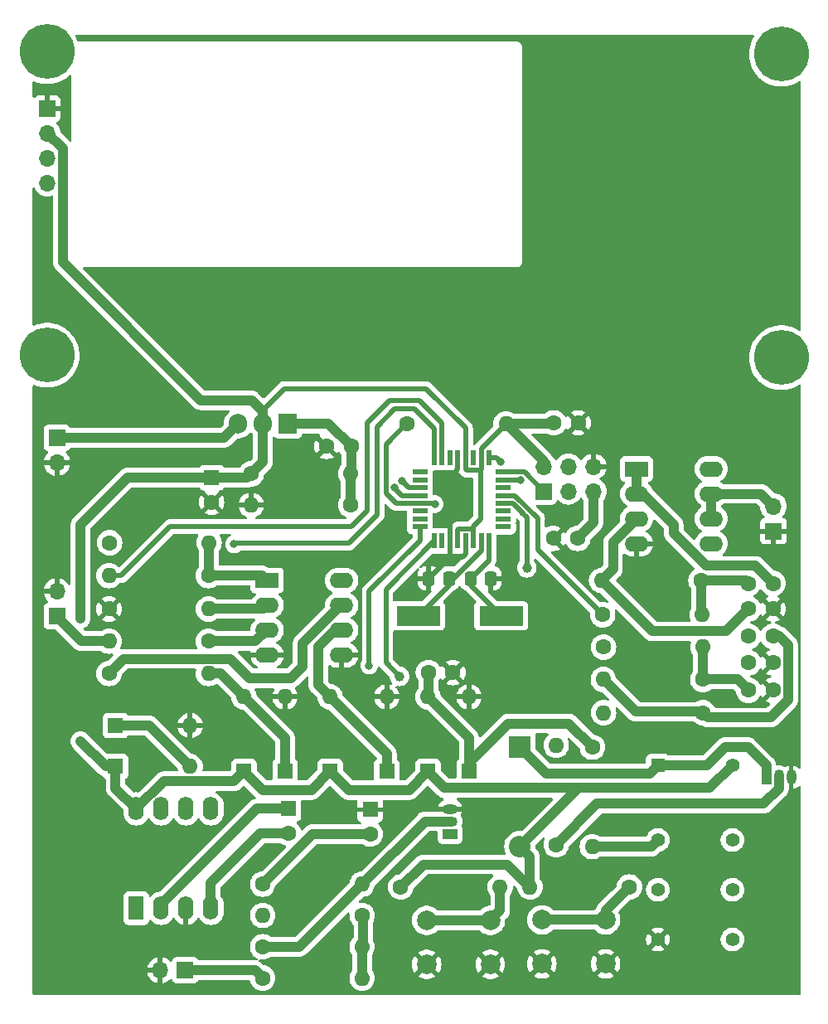
<source format=gbr>
%TF.GenerationSoftware,KiCad,Pcbnew,7.0.6*%
%TF.CreationDate,2023-07-25T17:39:36+01:00*%
%TF.ProjectId,Coursework,436f7572-7365-4776-9f72-6b2e6b696361,rev?*%
%TF.SameCoordinates,Original*%
%TF.FileFunction,Copper,L1,Top*%
%TF.FilePolarity,Positive*%
%FSLAX46Y46*%
G04 Gerber Fmt 4.6, Leading zero omitted, Abs format (unit mm)*
G04 Created by KiCad (PCBNEW 7.0.6) date 2023-07-25 17:39:36*
%MOMM*%
%LPD*%
G01*
G04 APERTURE LIST*
G04 Aperture macros list*
%AMRoundRect*
0 Rectangle with rounded corners*
0 $1 Rounding radius*
0 $2 $3 $4 $5 $6 $7 $8 $9 X,Y pos of 4 corners*
0 Add a 4 corners polygon primitive as box body*
4,1,4,$2,$3,$4,$5,$6,$7,$8,$9,$2,$3,0*
0 Add four circle primitives for the rounded corners*
1,1,$1+$1,$2,$3*
1,1,$1+$1,$4,$5*
1,1,$1+$1,$6,$7*
1,1,$1+$1,$8,$9*
0 Add four rect primitives between the rounded corners*
20,1,$1+$1,$2,$3,$4,$5,0*
20,1,$1+$1,$4,$5,$6,$7,0*
20,1,$1+$1,$6,$7,$8,$9,0*
20,1,$1+$1,$8,$9,$2,$3,0*%
G04 Aperture macros list end*
%TA.AperFunction,ComponentPad*%
%ADD10R,1.700000X1.700000*%
%TD*%
%TA.AperFunction,ComponentPad*%
%ADD11O,1.700000X1.700000*%
%TD*%
%TA.AperFunction,ComponentPad*%
%ADD12C,1.600000*%
%TD*%
%TA.AperFunction,ComponentPad*%
%ADD13O,1.600000X1.600000*%
%TD*%
%TA.AperFunction,ComponentPad*%
%ADD14R,1.500000X1.050000*%
%TD*%
%TA.AperFunction,ComponentPad*%
%ADD15O,1.500000X1.050000*%
%TD*%
%TA.AperFunction,ComponentPad*%
%ADD16R,1.600000X1.600000*%
%TD*%
%TA.AperFunction,SMDPad,CuDef*%
%ADD17RoundRect,0.250000X-0.337500X-0.475000X0.337500X-0.475000X0.337500X0.475000X-0.337500X0.475000X0*%
%TD*%
%TA.AperFunction,ComponentPad*%
%ADD18C,5.600000*%
%TD*%
%TA.AperFunction,ComponentPad*%
%ADD19R,1.600000X2.400000*%
%TD*%
%TA.AperFunction,ComponentPad*%
%ADD20O,1.600000X2.400000*%
%TD*%
%TA.AperFunction,ComponentPad*%
%ADD21R,1.050000X1.500000*%
%TD*%
%TA.AperFunction,ComponentPad*%
%ADD22O,1.050000X1.500000*%
%TD*%
%TA.AperFunction,SMDPad,CuDef*%
%ADD23R,0.550000X1.600000*%
%TD*%
%TA.AperFunction,SMDPad,CuDef*%
%ADD24R,1.600000X0.550000*%
%TD*%
%TA.AperFunction,ComponentPad*%
%ADD25R,2.400000X1.600000*%
%TD*%
%TA.AperFunction,ComponentPad*%
%ADD26O,2.400000X1.600000*%
%TD*%
%TA.AperFunction,ComponentPad*%
%ADD27R,1.905000X2.000000*%
%TD*%
%TA.AperFunction,ComponentPad*%
%ADD28O,1.905000X2.000000*%
%TD*%
%TA.AperFunction,ComponentPad*%
%ADD29C,2.000000*%
%TD*%
%TA.AperFunction,SMDPad,CuDef*%
%ADD30R,4.500000X2.000000*%
%TD*%
%TA.AperFunction,ComponentPad*%
%ADD31R,2.200000X2.200000*%
%TD*%
%TA.AperFunction,ComponentPad*%
%ADD32O,2.200000X2.200000*%
%TD*%
%TA.AperFunction,SMDPad,CuDef*%
%ADD33RoundRect,0.250000X0.337500X0.475000X-0.337500X0.475000X-0.337500X-0.475000X0.337500X-0.475000X0*%
%TD*%
%TA.AperFunction,ComponentPad*%
%ADD34R,1.400000X1.400000*%
%TD*%
%TA.AperFunction,ComponentPad*%
%ADD35C,1.400000*%
%TD*%
%TA.AperFunction,ViaPad*%
%ADD36C,1.000000*%
%TD*%
%TA.AperFunction,ViaPad*%
%ADD37C,0.800000*%
%TD*%
%TA.AperFunction,Conductor*%
%ADD38C,1.000000*%
%TD*%
%TA.AperFunction,Conductor*%
%ADD39C,0.500000*%
%TD*%
G04 APERTURE END LIST*
D10*
%TO.P,J7,1,MISO*%
%TO.N,/MISO*%
X141720000Y-88400000D03*
D11*
%TO.P,J7,2,VCC*%
%TO.N,+5V*%
X141720000Y-85860000D03*
%TO.P,J7,3,SCK*%
%TO.N,/SCK*%
X144260000Y-88400000D03*
%TO.P,J7,4,MOSI*%
%TO.N,/MOSI*%
X144260000Y-85860000D03*
%TO.P,J7,5,~{RST}*%
%TO.N,/RESET*%
X146800000Y-88400000D03*
%TO.P,J7,6,GND*%
%TO.N,Earth*%
X146800000Y-85860000D03*
%TD*%
D12*
%TO.P,C4,1*%
%TO.N,/RESET*%
X145200000Y-93200000D03*
%TO.P,C4,2*%
%TO.N,Earth*%
X142700000Y-93200000D03*
%TD*%
%TO.P,R2,1*%
%TO.N,/Range*%
X150480000Y-128800000D03*
D13*
%TO.P,R2,2*%
%TO.N,+5V*%
X140320000Y-128800000D03*
%TD*%
D12*
%TO.P,R21,1*%
%TO.N,Net-(D3-A)*%
X107480000Y-103700000D03*
D13*
%TO.P,R21,2*%
%TO.N,Net-(J3-Pin_1)*%
X97320000Y-103700000D03*
%TD*%
D14*
%TO.P,U5,1*%
%TO.N,N/C*%
X132160000Y-123370000D03*
D15*
%TO.P,U5,2,K*%
%TO.N,Net-(U5-K)*%
X132160000Y-122100000D03*
%TO.P,U5,3,A*%
%TO.N,Earth*%
X132160000Y-120830000D03*
%TD*%
D10*
%TO.P,J3,1,Pin_1*%
%TO.N,Net-(J3-Pin_1)*%
X92000000Y-101125000D03*
D11*
%TO.P,J3,2,Pin_2*%
%TO.N,Earth*%
X92000000Y-98585000D03*
%TD*%
D16*
%TO.P,D7,1,K*%
%TO.N,/ADC-AC*%
X115300000Y-117000000D03*
D13*
%TO.P,D7,2,A*%
%TO.N,Earth*%
X115300000Y-109380000D03*
%TD*%
D10*
%TO.P,J2,1,Pin_1*%
%TO.N,+9V*%
X92000000Y-82925000D03*
D11*
%TO.P,J2,2,Pin_2*%
%TO.N,Earth*%
X92000000Y-85465000D03*
%TD*%
D16*
%TO.P,D1,1,K*%
%TO.N,+5V*%
X97990000Y-116500000D03*
D13*
%TO.P,D1,2,A*%
%TO.N,/ADC-DC*%
X105610000Y-116500000D03*
%TD*%
D17*
%TO.P,C3,1*%
%TO.N,/PB7*%
X134262500Y-97300000D03*
%TO.P,C3,2*%
%TO.N,Earth*%
X136337500Y-97300000D03*
%TD*%
D10*
%TO.P,J4,1,Pin_1*%
%TO.N,Net-(J4-Pin_1)*%
X105100000Y-137300000D03*
D11*
%TO.P,J4,2,Pin_2*%
%TO.N,Earth*%
X102560000Y-137300000D03*
%TD*%
D12*
%TO.P,R20,1*%
%TO.N,Net-(C15-Pad1)*%
X158000000Y-111000000D03*
D13*
%TO.P,R20,2*%
%TO.N,Net-(U2B-+)*%
X147840000Y-111000000D03*
%TD*%
D18*
%TO.P,REF\u002A\u002A,1*%
%TO.N,N/C*%
X91000000Y-43500000D03*
%TD*%
D12*
%TO.P,C5,1*%
%TO.N,Net-(D3-A)*%
X129950000Y-106900000D03*
%TO.P,C5,2*%
%TO.N,Earth*%
X132450000Y-106900000D03*
%TD*%
%TO.P,R7,1*%
%TO.N,Net-(U1A--)*%
X97380000Y-93650000D03*
D13*
%TO.P,R7,2*%
%TO.N,Net-(R7-Pad2)*%
X107540000Y-93650000D03*
%TD*%
D12*
%TO.P,R11,1*%
%TO.N,Net-(D3-A)*%
X146700000Y-114520000D03*
D13*
%TO.P,R11,2*%
%TO.N,/Relay*%
X146700000Y-124680000D03*
%TD*%
D19*
%TO.P,U4,1,NC*%
%TO.N,unconnected-(U4-NC-Pad1)*%
X100100000Y-130975000D03*
D20*
%TO.P,U4,2,CAP+*%
%TO.N,Net-(U4-CAP+)*%
X102640000Y-130975000D03*
%TO.P,U4,3,GND*%
%TO.N,Earth*%
X105180000Y-130975000D03*
%TO.P,U4,4,CAP-*%
%TO.N,Net-(U4-CAP-)*%
X107720000Y-130975000D03*
%TO.P,U4,5,VOUT*%
%TO.N,Net-(U4-VOUT)*%
X107720000Y-120815000D03*
%TO.P,U4,6,LV*%
%TO.N,unconnected-(U4-LV-Pad6)*%
X105180000Y-120815000D03*
%TO.P,U4,7,OSC*%
%TO.N,unconnected-(U4-OSC-Pad7)*%
X102640000Y-120815000D03*
%TO.P,U4,8,V+*%
%TO.N,+5V*%
X100100000Y-120815000D03*
%TD*%
D16*
%TO.P,D3,1,K*%
%TO.N,+5V*%
X129900000Y-117000000D03*
D13*
%TO.P,D3,2,A*%
%TO.N,Net-(D3-A)*%
X129900000Y-109380000D03*
%TD*%
D16*
%TO.P,D2,1,K*%
%TO.N,/ADC-DC*%
X97990000Y-112300000D03*
D13*
%TO.P,D2,2,A*%
%TO.N,Earth*%
X105610000Y-112300000D03*
%TD*%
D21*
%TO.P,Q1,1,C*%
%TO.N,Net-(D5-A)*%
X164460000Y-117600000D03*
D22*
%TO.P,Q1,2,B*%
%TO.N,Net-(Q1-B)*%
X165730000Y-117600000D03*
%TO.P,Q1,3,E*%
%TO.N,Earth*%
X167000000Y-117600000D03*
%TD*%
D12*
%TO.P,C11,1*%
%TO.N,Net-(U2A-+)*%
X162650000Y-100400000D03*
%TO.P,C11,2*%
%TO.N,Earth*%
X165150000Y-100400000D03*
%TD*%
%TO.P,C12,1*%
%TO.N,Net-(C12-Pad1)*%
X162650000Y-97800000D03*
%TO.P,C12,2*%
%TO.N,Net-(U2A--)*%
X165150000Y-97800000D03*
%TD*%
D16*
%TO.P,D6,1,K*%
%TO.N,+5V*%
X111100000Y-117000000D03*
D13*
%TO.P,D6,2,A*%
%TO.N,/ADC-AC*%
X111100000Y-109380000D03*
%TD*%
D23*
%TO.P,U8,1,PD3*%
%TO.N,/Range*%
X130540000Y-93470000D03*
%TO.P,U8,2,PD4*%
%TO.N,unconnected-(U8-PD4-Pad2)*%
X131340000Y-93470000D03*
%TO.P,U8,3,GND*%
%TO.N,Earth*%
X132140000Y-93470000D03*
%TO.P,U8,4,VCC*%
%TO.N,+5V*%
X132940000Y-93470000D03*
%TO.P,U8,5,GND*%
%TO.N,Earth*%
X133740000Y-93470000D03*
%TO.P,U8,6,VCC*%
%TO.N,+5V*%
X134540000Y-93470000D03*
%TO.P,U8,7,XTAL1/PB6*%
%TO.N,/PB6*%
X135340000Y-93470000D03*
%TO.P,U8,8,XTAL2/PB7*%
%TO.N,/PB7*%
X136140000Y-93470000D03*
D24*
%TO.P,U8,9,PD5*%
%TO.N,unconnected-(U8-PD5-Pad9)*%
X137590000Y-92020000D03*
%TO.P,U8,10,PD6*%
%TO.N,unconnected-(U8-PD6-Pad10)*%
X137590000Y-91220000D03*
%TO.P,U8,11,PD7*%
%TO.N,unconnected-(U8-PD7-Pad11)*%
X137590000Y-90420000D03*
%TO.P,U8,12,PB0*%
%TO.N,/Relay_switch*%
X137590000Y-89620000D03*
%TO.P,U8,13,PB1*%
%TO.N,/PWM*%
X137590000Y-88820000D03*
%TO.P,U8,14,PB2*%
%TO.N,unconnected-(U8-PB2-Pad14)*%
X137590000Y-88020000D03*
%TO.P,U8,15,PB3*%
%TO.N,/MOSI*%
X137590000Y-87220000D03*
%TO.P,U8,16,PB4*%
%TO.N,/MISO*%
X137590000Y-86420000D03*
D23*
%TO.P,U8,17,PB5*%
%TO.N,/SCK*%
X136140000Y-84970000D03*
%TO.P,U8,18,AVCC*%
%TO.N,+5V*%
X135340000Y-84970000D03*
%TO.P,U8,19,ADC6*%
%TO.N,unconnected-(U8-ADC6-Pad19)*%
X134540000Y-84970000D03*
%TO.P,U8,20,AREF*%
%TO.N,+5V*%
X133740000Y-84970000D03*
%TO.P,U8,21,GND*%
%TO.N,Earth*%
X132940000Y-84970000D03*
%TO.P,U8,22,ADC7*%
%TO.N,unconnected-(U8-ADC7-Pad22)*%
X132140000Y-84970000D03*
%TO.P,U8,23,PC0*%
%TO.N,/ADC-DC*%
X131340000Y-84970000D03*
%TO.P,U8,24,PC1*%
%TO.N,/ADC-AC*%
X130540000Y-84970000D03*
D24*
%TO.P,U8,25,PC2*%
%TO.N,unconnected-(U8-PC2-Pad25)*%
X129090000Y-86420000D03*
%TO.P,U8,26,PC3*%
%TO.N,unconnected-(U8-PC3-Pad26)*%
X129090000Y-87220000D03*
%TO.P,U8,27,PC4*%
%TO.N,/SDA*%
X129090000Y-88020000D03*
%TO.P,U8,28,PC5*%
%TO.N,/SCL*%
X129090000Y-88820000D03*
%TO.P,U8,29,~{RESET}/PC6*%
%TO.N,/RESET*%
X129090000Y-89620000D03*
%TO.P,U8,30,PD0*%
%TO.N,unconnected-(U8-PD0-Pad30)*%
X129090000Y-90420000D03*
%TO.P,U8,31,PD1*%
%TO.N,unconnected-(U8-PD1-Pad31)*%
X129090000Y-91220000D03*
%TO.P,U8,32,PD2*%
%TO.N,/Mode*%
X129090000Y-92020000D03*
%TD*%
D18*
%TO.P,REF\u002A\u002A,1*%
%TO.N,N/C*%
X166000000Y-74750000D03*
%TD*%
D16*
%TO.P,D9,1,K*%
%TO.N,Net-(D8-A)*%
X125700000Y-117000000D03*
D13*
%TO.P,D9,2,A*%
%TO.N,Earth*%
X125700000Y-109380000D03*
%TD*%
D12*
%TO.P,C15,1*%
%TO.N,Net-(C15-Pad1)*%
X165150000Y-103200000D03*
%TO.P,C15,2*%
%TO.N,Net-(J6-Pin_2)*%
X162650000Y-103200000D03*
%TD*%
%TO.P,R14,1*%
%TO.N,Net-(U5-K)*%
X113020000Y-134900000D03*
D13*
%TO.P,R14,2*%
%TO.N,Net-(D8-A)*%
X123180000Y-134900000D03*
%TD*%
D18*
%TO.P,REF\u002A\u002A,1*%
%TO.N,N/C*%
X166000000Y-43750000D03*
%TD*%
D25*
%TO.P,U1,1*%
%TO.N,Net-(R7-Pad2)*%
X113475000Y-97500000D03*
D26*
%TO.P,U1,2,-*%
%TO.N,Net-(U1A--)*%
X113475000Y-100040000D03*
%TO.P,U1,3,+*%
%TO.N,Net-(D3-A)*%
X113475000Y-102580000D03*
%TO.P,U1,4,V-*%
%TO.N,Earth*%
X113475000Y-105120000D03*
%TO.P,U1,5,+*%
X121095000Y-105120000D03*
%TO.P,U1,6,-*%
%TO.N,Net-(D8-A)*%
X121095000Y-102580000D03*
%TO.P,U1,7*%
%TO.N,Net-(R15-Pad2)*%
X121095000Y-100040000D03*
%TO.P,U1,8,V+*%
%TO.N,+9V*%
X121095000Y-97500000D03*
%TD*%
D25*
%TO.P,U2,1*%
%TO.N,Net-(U2A--)*%
X151215000Y-86120000D03*
D26*
%TO.P,U2,2,-*%
X151215000Y-88660000D03*
%TO.P,U2,3,+*%
%TO.N,Net-(U2A-+)*%
X151215000Y-91200000D03*
%TO.P,U2,4,V-*%
%TO.N,Earth*%
X151215000Y-93740000D03*
%TO.P,U2,5,+*%
%TO.N,Net-(U2B-+)*%
X158835000Y-93740000D03*
%TO.P,U2,6,-*%
%TO.N,Net-(J6-Pin_2)*%
X158835000Y-91200000D03*
%TO.P,U2,7*%
X158835000Y-88660000D03*
%TO.P,U2,8,V+*%
%TO.N,+9V*%
X158835000Y-86120000D03*
%TD*%
D27*
%TO.P,U3,1,ADJ*%
%TO.N,Net-(U3-ADJ)*%
X115580000Y-81500000D03*
D28*
%TO.P,U3,2,VO*%
%TO.N,+5V*%
X113040000Y-81500000D03*
%TO.P,U3,3,VI*%
%TO.N,+9V*%
X110500000Y-81500000D03*
%TD*%
D12*
%TO.P,R15,1*%
%TO.N,Net-(D8-A)*%
X123180000Y-131700000D03*
D13*
%TO.P,R15,2*%
%TO.N,Net-(R15-Pad2)*%
X113020000Y-131700000D03*
%TD*%
D12*
%TO.P,R16,1*%
%TO.N,Net-(R15-Pad2)*%
X97320000Y-107000000D03*
D13*
%TO.P,R16,2*%
%TO.N,/ADC-AC*%
X107480000Y-107000000D03*
%TD*%
D12*
%TO.P,R4,1*%
%TO.N,+5V*%
X111840000Y-86600000D03*
D13*
%TO.P,R4,2*%
%TO.N,Net-(U3-ADJ)*%
X122000000Y-86600000D03*
%TD*%
D10*
%TO.P,J1,1,Pin_1*%
%TO.N,Earth*%
X91025000Y-49300000D03*
D11*
%TO.P,J1,2,Pin_2*%
%TO.N,+5V*%
X91025000Y-51840000D03*
%TO.P,J1,3,Pin_3*%
%TO.N,/SDA*%
X91025000Y-54380000D03*
%TO.P,J1,4,Pin_4*%
%TO.N,/SCL*%
X91025000Y-56920000D03*
%TD*%
D29*
%TO.P,SW1,1,A*%
%TO.N,/Mode*%
X129780000Y-132200000D03*
X136280000Y-132200000D03*
%TO.P,SW1,2,B*%
%TO.N,Earth*%
X129780000Y-136700000D03*
X136280000Y-136700000D03*
%TD*%
D12*
%TO.P,R6,1*%
%TO.N,Earth*%
X97320000Y-100400000D03*
D13*
%TO.P,R6,2*%
%TO.N,Net-(U1A--)*%
X107480000Y-100400000D03*
%TD*%
D16*
%TO.P,C7,1*%
%TO.N,+5V*%
X107800000Y-87000000D03*
D12*
%TO.P,C7,2*%
%TO.N,Earth*%
X107800000Y-89500000D03*
%TD*%
D10*
%TO.P,J6,1,Pin_1*%
%TO.N,Earth*%
X165200000Y-92460000D03*
D11*
%TO.P,J6,2,Pin_2*%
%TO.N,Net-(J6-Pin_2)*%
X165200000Y-89920000D03*
%TD*%
D12*
%TO.P,R3,1*%
%TO.N,/RESET*%
X127720000Y-81500000D03*
D13*
%TO.P,R3,2*%
%TO.N,+5V*%
X137880000Y-81500000D03*
%TD*%
D16*
%TO.P,D8,1,K*%
%TO.N,+5V*%
X119900000Y-117000000D03*
D13*
%TO.P,D8,2,A*%
%TO.N,Net-(D8-A)*%
X119900000Y-109380000D03*
%TD*%
D16*
%TO.P,C8,1*%
%TO.N,Net-(U4-CAP+)*%
X115660000Y-120794888D03*
D12*
%TO.P,C8,2*%
%TO.N,Net-(U4-CAP-)*%
X115660000Y-123294888D03*
%TD*%
%TO.P,R12,1*%
%TO.N,Net-(U4-VOUT)*%
X113020000Y-128500000D03*
D13*
%TO.P,R12,2*%
%TO.N,Net-(U5-K)*%
X123180000Y-128500000D03*
%TD*%
D12*
%TO.P,R10,1*%
%TO.N,/PWM*%
X147740000Y-101000000D03*
D13*
%TO.P,R10,2*%
%TO.N,Net-(C12-Pad1)*%
X157900000Y-101000000D03*
%TD*%
D12*
%TO.P,C1,1*%
%TO.N,+5V*%
X142750000Y-81400000D03*
%TO.P,C1,2*%
%TO.N,Earth*%
X145250000Y-81400000D03*
%TD*%
%TO.P,R19,1*%
%TO.N,Net-(C13-Pad1)*%
X157980000Y-107600000D03*
D13*
%TO.P,R19,2*%
%TO.N,Net-(C15-Pad1)*%
X147820000Y-107600000D03*
%TD*%
D12*
%TO.P,R18,1*%
%TO.N,Net-(U2A--)*%
X147840000Y-104300000D03*
D13*
%TO.P,R18,2*%
%TO.N,Net-(C13-Pad1)*%
X158000000Y-104300000D03*
%TD*%
D30*
%TO.P,Y1,1,1*%
%TO.N,/PB6*%
X128900000Y-101100000D03*
%TO.P,Y1,2,2*%
%TO.N,/PB7*%
X137400000Y-101100000D03*
%TD*%
D12*
%TO.P,R8,1*%
%TO.N,Net-(R7-Pad2)*%
X107480000Y-97000000D03*
D13*
%TO.P,R8,2*%
%TO.N,/ADC-DC*%
X97320000Y-97000000D03*
%TD*%
D12*
%TO.P,R13,1*%
%TO.N,Net-(J4-Pin_1)*%
X113020000Y-138100000D03*
D13*
%TO.P,R13,2*%
%TO.N,Net-(D8-A)*%
X123180000Y-138100000D03*
%TD*%
D16*
%TO.P,D4,1,K*%
%TO.N,Net-(D3-A)*%
X134100000Y-117000000D03*
D13*
%TO.P,D4,2,A*%
%TO.N,Earth*%
X134100000Y-109380000D03*
%TD*%
D31*
%TO.P,D5,1,A*%
%TO.N,Net-(D5-A)*%
X139300000Y-114520000D03*
D32*
%TO.P,D5,2,K*%
%TO.N,+5V*%
X139300000Y-124680000D03*
%TD*%
D33*
%TO.P,C2,1*%
%TO.N,/PB6*%
X132037500Y-97300000D03*
%TO.P,C2,2*%
%TO.N,Earth*%
X129962500Y-97300000D03*
%TD*%
D34*
%TO.P,K1,1*%
%TO.N,Net-(D5-A)*%
X153380000Y-116380000D03*
D35*
%TO.P,K1,4*%
%TO.N,/Relay*%
X153380000Y-124000000D03*
%TO.P,K1,6*%
%TO.N,unconnected-(K1-Pad6)*%
X153380000Y-129080000D03*
%TO.P,K1,8*%
%TO.N,Earth*%
X153380000Y-134160000D03*
%TO.P,K1,9*%
%TO.N,unconnected-(K1-Pad9)*%
X161000000Y-134160000D03*
%TO.P,K1,11*%
%TO.N,unconnected-(K1-Pad11)*%
X161000000Y-129080000D03*
%TO.P,K1,13*%
%TO.N,unconnected-(K1-Pad13)*%
X161000000Y-124000000D03*
%TO.P,K1,16*%
%TO.N,+5V*%
X161000000Y-116380000D03*
%TD*%
D12*
%TO.P,R9,1*%
%TO.N,Net-(Q1-B)*%
X143000000Y-124480000D03*
D13*
%TO.P,R9,2*%
%TO.N,/Relay_switch*%
X143000000Y-114320000D03*
%TD*%
D12*
%TO.P,R5,1*%
%TO.N,Net-(U3-ADJ)*%
X122000000Y-89800000D03*
D13*
%TO.P,R5,2*%
%TO.N,Earth*%
X111840000Y-89800000D03*
%TD*%
D12*
%TO.P,C13,1*%
%TO.N,Net-(C13-Pad1)*%
X162650000Y-108700000D03*
%TO.P,C13,2*%
%TO.N,Earth*%
X165150000Y-108700000D03*
%TD*%
%TO.P,R1,1*%
%TO.N,+5V*%
X127120000Y-128800000D03*
D13*
%TO.P,R1,2*%
%TO.N,/Mode*%
X137280000Y-128800000D03*
%TD*%
D18*
%TO.P,REF\u002A\u002A,1*%
%TO.N,N/C*%
X91000000Y-74500000D03*
%TD*%
D12*
%TO.P,C14,1*%
%TO.N,Net-(U2B-+)*%
X162650000Y-105900000D03*
%TO.P,C14,2*%
%TO.N,Earth*%
X165150000Y-105900000D03*
%TD*%
%TO.P,C6,1*%
%TO.N,Net-(U3-ADJ)*%
X122050000Y-83800000D03*
%TO.P,C6,2*%
%TO.N,Earth*%
X119550000Y-83800000D03*
%TD*%
%TO.P,R17,1*%
%TO.N,Net-(C12-Pad1)*%
X157800000Y-97500000D03*
D13*
%TO.P,R17,2*%
%TO.N,Net-(U2A-+)*%
X147640000Y-97500000D03*
%TD*%
D16*
%TO.P,C9,1*%
%TO.N,Earth*%
X124000000Y-120900000D03*
D12*
%TO.P,C9,2*%
%TO.N,Net-(U4-VOUT)*%
X124000000Y-123400000D03*
%TD*%
D29*
%TO.P,SW2,1,A*%
%TO.N,/Range*%
X141550000Y-132150000D03*
X148050000Y-132150000D03*
%TO.P,SW2,2,B*%
%TO.N,Earth*%
X141550000Y-136650000D03*
X148050000Y-136650000D03*
%TD*%
D36*
%TO.N,+5V*%
X94400000Y-101400000D03*
X94400000Y-113900000D03*
D37*
%TO.N,Earth*%
X129160714Y-103425000D03*
X139660714Y-68425000D03*
X129160714Y-68425000D03*
X132660714Y-75425000D03*
X160660714Y-68425000D03*
X160660714Y-78925000D03*
X90660714Y-124425000D03*
X115160714Y-131425000D03*
X90660714Y-134925000D03*
X101160714Y-99925000D03*
X90660714Y-113925000D03*
X97660714Y-75425000D03*
X118660714Y-96425000D03*
X150160714Y-82425000D03*
X143160714Y-75425000D03*
X143160714Y-43925000D03*
X153660714Y-75425000D03*
X164160714Y-85925000D03*
X157160714Y-61425000D03*
X111660714Y-75425000D03*
X150160714Y-47425000D03*
X150160714Y-68425000D03*
X122160714Y-120925000D03*
X122160714Y-106925000D03*
X157160714Y-43925000D03*
X118660714Y-138425000D03*
X146660714Y-127925000D03*
X157160714Y-124425000D03*
X122160714Y-71925000D03*
X118660714Y-85925000D03*
X115160714Y-68425000D03*
X139660714Y-120925000D03*
X157160714Y-138425000D03*
X146660714Y-61425000D03*
X160660714Y-50925000D03*
X104660714Y-71925000D03*
X133650000Y-88800000D03*
X90660714Y-89425000D03*
X97660714Y-138425000D03*
X132660714Y-138425000D03*
X139660714Y-134925000D03*
X164160714Y-57925000D03*
X153660714Y-54425000D03*
X146660714Y-138425000D03*
X90660714Y-68425000D03*
X164160714Y-127925000D03*
X118660714Y-113925000D03*
X143160714Y-54425000D03*
X90660714Y-103425000D03*
X101160714Y-89425000D03*
X101160714Y-110425000D03*
X150160714Y-113925000D03*
X90660714Y-78925000D03*
X90660714Y-47425000D03*
X153660714Y-131425000D03*
X108160714Y-113925000D03*
X125660714Y-134925000D03*
X97660714Y-127925000D03*
X136160714Y-106925000D03*
X104660714Y-134925000D03*
%TO.N,/RESET*%
X130600000Y-89700000D03*
%TO.N,/SDA*%
X127220035Y-87325035D03*
%TO.N,/SCL*%
X126497286Y-88047786D03*
%TO.N,/SCK*%
X137300000Y-85400000D03*
%TO.N,/MOSI*%
X139338624Y-87269500D03*
%TO.N,/Mode*%
X123900000Y-106200000D03*
D36*
%TO.N,/Range*%
X127000000Y-107300000D03*
%TO.N,/Relay_switch*%
X140000000Y-96200000D03*
D37*
%TO.N,/ADC-AC*%
X110100000Y-93800000D03*
%TD*%
D38*
%TO.N,+5V*%
X121800000Y-118900000D02*
X119900000Y-117000000D01*
X97990000Y-118705000D02*
X100100000Y-120815000D01*
X141720000Y-85860000D02*
X141720000Y-85340000D01*
X97990000Y-116500000D02*
X97990000Y-118705000D01*
X145280000Y-118700000D02*
X158700000Y-118700000D01*
D39*
X134540000Y-91960000D02*
X135280000Y-91220000D01*
D38*
X138020000Y-126500000D02*
X140320000Y-128800000D01*
D39*
X133740000Y-84970000D02*
X133740000Y-86145000D01*
D38*
X141720000Y-85340000D02*
X137880000Y-81500000D01*
D39*
X133815000Y-86220000D02*
X135280000Y-86220000D01*
D38*
X139300000Y-124680000D02*
X145280000Y-118700000D01*
D39*
X135280000Y-86220000D02*
X135340000Y-86160000D01*
X113040000Y-80095000D02*
X115235000Y-77900000D01*
D38*
X118000000Y-118900000D02*
X119900000Y-117000000D01*
X129900000Y-117000000D02*
X128000000Y-118900000D01*
D39*
X134540000Y-92295000D02*
X134540000Y-93470000D01*
D38*
X158700000Y-118700000D02*
X161000000Y-116400000D01*
X142650000Y-81500000D02*
X142750000Y-81400000D01*
X111900000Y-79100000D02*
X106685786Y-79100000D01*
X128000000Y-118900000D02*
X121800000Y-118900000D01*
X113040000Y-80240000D02*
X111900000Y-79100000D01*
X97000000Y-116500000D02*
X97990000Y-116500000D01*
D39*
X133740000Y-86145000D02*
X133815000Y-86220000D01*
X134540000Y-93470000D02*
X134540000Y-91960000D01*
D38*
X113040000Y-81500000D02*
X113040000Y-80240000D01*
X111840000Y-86600000D02*
X113040000Y-85400000D01*
X131600000Y-118700000D02*
X129900000Y-117000000D01*
X161000000Y-116400000D02*
X161000000Y-116380000D01*
X111440000Y-87000000D02*
X111840000Y-86600000D01*
D39*
X135280000Y-91220000D02*
X135280000Y-86220000D01*
D38*
X111100000Y-117000000D02*
X113000000Y-118900000D01*
D39*
X115235000Y-77900000D02*
X129700000Y-77900000D01*
D38*
X94400000Y-113900000D02*
X97000000Y-116500000D01*
X102915000Y-118000000D02*
X110100000Y-118000000D01*
X139300000Y-124680000D02*
X140300000Y-125680000D01*
D39*
X129700000Y-77900000D02*
X133740000Y-81940000D01*
X133015000Y-92220000D02*
X134465000Y-92220000D01*
D38*
X129420000Y-126500000D02*
X138020000Y-126500000D01*
D39*
X133740000Y-81940000D02*
X133740000Y-84970000D01*
D38*
X113040000Y-85400000D02*
X113040000Y-81500000D01*
X107800000Y-87000000D02*
X111440000Y-87000000D01*
X100100000Y-120815000D02*
X102915000Y-118000000D01*
D39*
X135340000Y-86160000D02*
X135340000Y-84970000D01*
X113040000Y-81500000D02*
X113040000Y-80095000D01*
D38*
X94400000Y-91800000D02*
X99200000Y-87000000D01*
X110100000Y-118000000D02*
X111100000Y-117000000D01*
X127120000Y-128800000D02*
X129420000Y-126500000D01*
X137880000Y-81500000D02*
X142650000Y-81500000D01*
D39*
X132940000Y-93470000D02*
X132940000Y-92295000D01*
D38*
X140300000Y-128780000D02*
X140320000Y-128800000D01*
X113000000Y-118900000D02*
X118000000Y-118900000D01*
D39*
X137880000Y-81500000D02*
X135340000Y-84040000D01*
X135340000Y-84040000D02*
X135340000Y-84970000D01*
D38*
X106685786Y-79100000D02*
X92600000Y-65014214D01*
X145280000Y-118700000D02*
X131600000Y-118700000D01*
X94400000Y-101400000D02*
X94400000Y-91800000D01*
X140300000Y-125680000D02*
X140300000Y-128780000D01*
D39*
X132940000Y-92295000D02*
X133015000Y-92220000D01*
D38*
X99200000Y-87000000D02*
X107800000Y-87000000D01*
D39*
X134465000Y-92220000D02*
X134540000Y-92295000D01*
D38*
X92600000Y-53415000D02*
X91025000Y-51840000D01*
X92600000Y-65014214D02*
X92600000Y-53415000D01*
D39*
%TO.N,Earth*%
X132940000Y-84970000D02*
X132940000Y-86160000D01*
D38*
X164850000Y-92810000D02*
X165200000Y-92460000D01*
D39*
X133387500Y-95122500D02*
X132140000Y-95122500D01*
X133740000Y-93470000D02*
X133740000Y-94770000D01*
X129962500Y-97300000D02*
X132140000Y-95122500D01*
X132140000Y-95122500D02*
X132140000Y-93470000D01*
X132140000Y-86960000D02*
X132140000Y-93470000D01*
X132940000Y-86160000D02*
X132140000Y-86960000D01*
X133740000Y-94770000D02*
X133387500Y-95122500D01*
%TO.N,/PB6*%
X128900000Y-101100000D02*
X132037500Y-97962500D01*
X132037500Y-97962500D02*
X132037500Y-97300000D01*
X132460051Y-97300000D02*
X135340000Y-94420051D01*
X132037500Y-97300000D02*
X132460051Y-97300000D01*
X135340000Y-94420051D02*
X135340000Y-93470000D01*
%TO.N,/PB7*%
X134262500Y-97300000D02*
X136140000Y-95422500D01*
X134262500Y-97300000D02*
X134262500Y-97962500D01*
X134262500Y-97962500D02*
X137400000Y-101100000D01*
X136140000Y-95422500D02*
X136140000Y-93470000D01*
%TO.N,/RESET*%
X129090000Y-89620000D02*
X130520000Y-89620000D01*
X127700000Y-81500000D02*
X127720000Y-81500000D01*
X129090000Y-89620000D02*
X126620000Y-89620000D01*
D38*
X146800000Y-88400000D02*
X146800000Y-91600000D01*
D39*
X126620000Y-89620000D02*
X125600000Y-88600000D01*
X125600000Y-88600000D02*
X125600000Y-83600000D01*
X125600000Y-83600000D02*
X127700000Y-81500000D01*
X130520000Y-89620000D02*
X130600000Y-89700000D01*
D38*
X146800000Y-91600000D02*
X145200000Y-93200000D01*
%TO.N,Net-(D3-A)*%
X113420000Y-102580000D02*
X112300000Y-103700000D01*
X112300000Y-103700000D02*
X107480000Y-103700000D01*
X134100000Y-117000000D02*
X134100000Y-113580000D01*
X129950000Y-106900000D02*
X129950000Y-109330000D01*
X144280000Y-112100000D02*
X138120000Y-112100000D01*
X146700000Y-114520000D02*
X144280000Y-112100000D01*
X113475000Y-102580000D02*
X113420000Y-102580000D01*
X138120000Y-112100000D02*
X134100000Y-116120000D01*
X134100000Y-116120000D02*
X134100000Y-117000000D01*
X134100000Y-113580000D02*
X129900000Y-109380000D01*
X129950000Y-109330000D02*
X129900000Y-109380000D01*
%TO.N,Net-(U3-ADJ)*%
X122000000Y-89800000D02*
X122000000Y-86600000D01*
X115580000Y-81500000D02*
X119750000Y-81500000D01*
X119750000Y-81500000D02*
X122050000Y-83800000D01*
X122050000Y-83800000D02*
X122050000Y-86550000D01*
X122050000Y-86550000D02*
X122000000Y-86600000D01*
%TO.N,Net-(U4-CAP+)*%
X112405112Y-120794888D02*
X115660000Y-120794888D01*
X102640000Y-130560000D02*
X112405112Y-120794888D01*
X102640000Y-130975000D02*
X102640000Y-130560000D01*
%TO.N,Net-(U4-CAP-)*%
X107720000Y-128380000D02*
X112805112Y-123294888D01*
X107720000Y-130975000D02*
X107720000Y-128380000D01*
X112805112Y-123294888D02*
X115660000Y-123294888D01*
%TO.N,Net-(U4-VOUT)*%
X113020000Y-128500000D02*
X118120000Y-123400000D01*
X118120000Y-123400000D02*
X124000000Y-123400000D01*
%TO.N,Net-(U2A-+)*%
X147640000Y-97500000D02*
X148800000Y-96340000D01*
X152840000Y-102700000D02*
X147640000Y-97500000D01*
X162650000Y-100400000D02*
X160350000Y-102700000D01*
X148800000Y-93615000D02*
X151215000Y-91200000D01*
X160350000Y-102700000D02*
X152840000Y-102700000D01*
X148800000Y-96340000D02*
X148800000Y-93615000D01*
%TO.N,Net-(C12-Pad1)*%
X157800000Y-97500000D02*
X157800000Y-100900000D01*
X162650000Y-97800000D02*
X162350000Y-97500000D01*
X162350000Y-97500000D02*
X157800000Y-97500000D01*
X157800000Y-100900000D02*
X157900000Y-101000000D01*
%TO.N,Net-(U2A--)*%
X163350000Y-96000000D02*
X165150000Y-97800000D01*
X151215000Y-86120000D02*
X151215000Y-88660000D01*
X158300000Y-96000000D02*
X163350000Y-96000000D01*
X151860000Y-88660000D02*
X155000000Y-91800000D01*
X155000000Y-92700000D02*
X158300000Y-96000000D01*
X155000000Y-91800000D02*
X155000000Y-92700000D01*
X151215000Y-88660000D02*
X151860000Y-88660000D01*
%TO.N,Net-(C13-Pad1)*%
X157980000Y-104320000D02*
X158000000Y-104300000D01*
X161550000Y-107600000D02*
X162650000Y-108700000D01*
X157980000Y-107600000D02*
X161550000Y-107600000D01*
X157980000Y-107600000D02*
X157980000Y-104320000D01*
%TO.N,Net-(C15-Pad1)*%
X166700000Y-109700000D02*
X164900000Y-111500000D01*
X165800000Y-103200000D02*
X166700000Y-104100000D01*
X165150000Y-103200000D02*
X165800000Y-103200000D01*
X157900000Y-110900000D02*
X158000000Y-111000000D01*
X151120000Y-110900000D02*
X157900000Y-110900000D01*
X166700000Y-104100000D02*
X166700000Y-109700000D01*
X147820000Y-107600000D02*
X151120000Y-110900000D01*
X158500000Y-111500000D02*
X158000000Y-111000000D01*
X164900000Y-111500000D02*
X158500000Y-111500000D01*
%TO.N,Net-(J6-Pin_2)*%
X163940000Y-88660000D02*
X165200000Y-89920000D01*
X158835000Y-88660000D02*
X163940000Y-88660000D01*
X158835000Y-88660000D02*
X158835000Y-91200000D01*
D39*
%TO.N,/ADC-DC*%
X129000000Y-79100000D02*
X126000000Y-79100000D01*
X126000000Y-79100000D02*
X123700000Y-81400000D01*
X123700000Y-90400000D02*
X122100000Y-92000000D01*
X98575000Y-97000000D02*
X97320000Y-97000000D01*
X131340000Y-81440000D02*
X129000000Y-79100000D01*
D38*
X101410000Y-112300000D02*
X105610000Y-116500000D01*
D39*
X131340000Y-84970000D02*
X131340000Y-81440000D01*
X123700000Y-81400000D02*
X123700000Y-90400000D01*
X122100000Y-92000000D02*
X103575000Y-92000000D01*
D38*
X97990000Y-112300000D02*
X101410000Y-112300000D01*
D39*
X103575000Y-92000000D02*
X98575000Y-97000000D01*
D38*
%TO.N,Net-(D5-A)*%
X158420000Y-116380000D02*
X160300000Y-114500000D01*
X164460000Y-116360000D02*
X164460000Y-117600000D01*
X162600000Y-114500000D02*
X164460000Y-116360000D01*
X153380000Y-116380000D02*
X152560000Y-117200000D01*
X152560000Y-117200000D02*
X141980000Y-117200000D01*
X153380000Y-116380000D02*
X158420000Y-116380000D01*
X160300000Y-114500000D02*
X162600000Y-114500000D01*
X141980000Y-117200000D02*
X139300000Y-114520000D01*
D39*
%TO.N,/SDA*%
X127220035Y-87325035D02*
X127915000Y-88020000D01*
X127915000Y-88020000D02*
X129090000Y-88020000D01*
%TO.N,/SCL*%
X126497286Y-88097286D02*
X127220000Y-88820000D01*
X127220000Y-88820000D02*
X129090000Y-88820000D01*
X126497286Y-88047786D02*
X126497286Y-88097286D01*
D38*
%TO.N,+9V*%
X92000000Y-82925000D02*
X109075000Y-82925000D01*
X109075000Y-82925000D02*
X110500000Y-81500000D01*
%TO.N,Net-(J3-Pin_1)*%
X92000000Y-101200000D02*
X92000000Y-101125000D01*
X94500000Y-103700000D02*
X92000000Y-101200000D01*
X97320000Y-103700000D02*
X94500000Y-103700000D01*
%TO.N,Net-(J4-Pin_1)*%
X112220000Y-137300000D02*
X113020000Y-138100000D01*
X105100000Y-137300000D02*
X112220000Y-137300000D01*
D39*
%TO.N,/MISO*%
X141720000Y-88400000D02*
X139740000Y-86420000D01*
X139740000Y-86420000D02*
X137590000Y-86420000D01*
%TO.N,/SCK*%
X136870000Y-84970000D02*
X136140000Y-84970000D01*
X137300000Y-85400000D02*
X136870000Y-84970000D01*
%TO.N,/MOSI*%
X139289124Y-87220000D02*
X137590000Y-87220000D01*
X139338624Y-87269500D02*
X139289124Y-87220000D01*
D38*
%TO.N,/Relay*%
X146700000Y-124680000D02*
X152700000Y-124680000D01*
X152700000Y-124680000D02*
X153380000Y-124000000D01*
%TO.N,Net-(Q1-B)*%
X147180000Y-120300000D02*
X164200000Y-120300000D01*
X165730000Y-118770000D02*
X165730000Y-117600000D01*
X143000000Y-124480000D02*
X147180000Y-120300000D01*
X164200000Y-120300000D02*
X165730000Y-118770000D01*
%TO.N,/Mode*%
X129780000Y-132200000D02*
X136280000Y-132200000D01*
D39*
X129090000Y-93410000D02*
X129090000Y-92020000D01*
D38*
X137280000Y-131200000D02*
X136280000Y-132200000D01*
D39*
X123900000Y-106200000D02*
X123900000Y-98600000D01*
D38*
X137280000Y-128800000D02*
X137280000Y-131200000D01*
D39*
X123900000Y-98600000D02*
X129090000Y-93410000D01*
D38*
%TO.N,/Range*%
X141550000Y-132150000D02*
X148050000Y-132150000D01*
D39*
X130540000Y-93470000D02*
X125600000Y-98410000D01*
X125600000Y-98410000D02*
X125600000Y-105900000D01*
D38*
X148050000Y-132150000D02*
X148050000Y-131230000D01*
D39*
X125600000Y-105900000D02*
X127000000Y-107300000D01*
D38*
X148050000Y-131230000D02*
X150480000Y-128800000D01*
%TO.N,Net-(U1A--)*%
X113115000Y-100400000D02*
X113475000Y-100040000D01*
X107480000Y-100400000D02*
X113115000Y-100400000D01*
%TO.N,Net-(R7-Pad2)*%
X107480000Y-97000000D02*
X112975000Y-97000000D01*
X112975000Y-97000000D02*
X113475000Y-97500000D01*
X107540000Y-93650000D02*
X107540000Y-96940000D01*
X107540000Y-96940000D02*
X107480000Y-97000000D01*
D39*
%TO.N,/Relay_switch*%
X138575050Y-89620000D02*
X139677525Y-90722475D01*
X140000000Y-91044950D02*
X139477525Y-90522475D01*
X140000000Y-96200000D02*
X140000000Y-91044950D01*
X137590000Y-89620000D02*
X138575050Y-89620000D01*
%TO.N,/PWM*%
X137590000Y-88820000D02*
X138765000Y-88820000D01*
X138765000Y-88820000D02*
X141100000Y-91155000D01*
X141100000Y-94360000D02*
X147740000Y-101000000D01*
X141100000Y-91155000D02*
X141100000Y-94360000D01*
D38*
%TO.N,Net-(U5-K)*%
X113020000Y-134900000D02*
X116780000Y-134900000D01*
X129580000Y-122100000D02*
X132160000Y-122100000D01*
X116780000Y-134900000D02*
X123180000Y-128500000D01*
X123180000Y-128500000D02*
X129580000Y-122100000D01*
%TO.N,Net-(D8-A)*%
X119900000Y-109380000D02*
X118700000Y-108180000D01*
X118700000Y-108180000D02*
X118700000Y-104300000D01*
X123300000Y-134960000D02*
X123280000Y-134980000D01*
X123300000Y-131820000D02*
X123300000Y-134960000D01*
X123180000Y-131700000D02*
X123300000Y-131820000D01*
X118700000Y-104300000D02*
X120420000Y-102580000D01*
X123180000Y-138100000D02*
X123180000Y-134900000D01*
X125700000Y-117000000D02*
X125700000Y-115180000D01*
X125700000Y-115180000D02*
X119900000Y-109380000D01*
X120420000Y-102580000D02*
X121095000Y-102580000D01*
D39*
%TO.N,/ADC-AC*%
X110100000Y-93800000D02*
X110200000Y-93700000D01*
D38*
X108720000Y-107000000D02*
X111100000Y-109380000D01*
D39*
X128500000Y-80000000D02*
X130540000Y-82040000D01*
D38*
X107480000Y-107000000D02*
X108720000Y-107000000D01*
X115300000Y-117000000D02*
X115300000Y-113580000D01*
X115300000Y-113580000D02*
X111100000Y-109380000D01*
D39*
X130540000Y-82040000D02*
X130540000Y-84970000D01*
X121800000Y-93700000D02*
X124700000Y-90800000D01*
X110200000Y-93700000D02*
X121800000Y-93700000D01*
X124700000Y-90800000D02*
X124700000Y-81800000D01*
X126500000Y-80000000D02*
X128500000Y-80000000D01*
X124700000Y-81800000D02*
X126500000Y-80000000D01*
D38*
%TO.N,Net-(R15-Pad2)*%
X117100000Y-103900000D02*
X120960000Y-100040000D01*
X97320000Y-107000000D02*
X98820000Y-105500000D01*
X111700000Y-107500000D02*
X115900000Y-107500000D01*
X115900000Y-107500000D02*
X117100000Y-106300000D01*
X117100000Y-106300000D02*
X117100000Y-103900000D01*
X120960000Y-100040000D02*
X121095000Y-100040000D01*
X98820000Y-105500000D02*
X109700000Y-105500000D01*
X109700000Y-105500000D02*
X111700000Y-107500000D01*
%TD*%
%TA.AperFunction,Conductor*%
%TO.N,Earth*%
G36*
X89732703Y-57369772D02*
G01*
X89763882Y-57411080D01*
X89850965Y-57597830D01*
X89850967Y-57597834D01*
X89959281Y-57752521D01*
X89986505Y-57791401D01*
X90153599Y-57958495D01*
X90250384Y-58026265D01*
X90347165Y-58094032D01*
X90347167Y-58094033D01*
X90347170Y-58094035D01*
X90561337Y-58193903D01*
X90789592Y-58255063D01*
X90977918Y-58271539D01*
X91024999Y-58275659D01*
X91025000Y-58275659D01*
X91025001Y-58275659D01*
X91064234Y-58272226D01*
X91260408Y-58255063D01*
X91443407Y-58206029D01*
X91513257Y-58207692D01*
X91571119Y-58246855D01*
X91598623Y-58311083D01*
X91599500Y-58325804D01*
X91599500Y-65001497D01*
X91597243Y-65090576D01*
X91597243Y-65090584D01*
X91608064Y-65150953D01*
X91608718Y-65155618D01*
X91614925Y-65216644D01*
X91614927Y-65216658D01*
X91625208Y-65249427D01*
X91627079Y-65257051D01*
X91633142Y-65290866D01*
X91633142Y-65290869D01*
X91655894Y-65347826D01*
X91657474Y-65352265D01*
X91675841Y-65410802D01*
X91675844Y-65410809D01*
X91692509Y-65440833D01*
X91695879Y-65447928D01*
X91708622Y-65479828D01*
X91708627Y-65479838D01*
X91742377Y-65531047D01*
X91744818Y-65535077D01*
X91774588Y-65588712D01*
X91774589Y-65588713D01*
X91774591Y-65588716D01*
X91796968Y-65614781D01*
X91801693Y-65621049D01*
X91814263Y-65640120D01*
X91820598Y-65649733D01*
X91863978Y-65693113D01*
X91867169Y-65696557D01*
X91907131Y-65743106D01*
X91907134Y-65743109D01*
X91934294Y-65764132D01*
X91940190Y-65769325D01*
X105969352Y-79798487D01*
X106030724Y-79863050D01*
X106030727Y-79863053D01*
X106081067Y-79898092D01*
X106084829Y-79900928D01*
X106132373Y-79939694D01*
X106132376Y-79939695D01*
X106132379Y-79939698D01*
X106162831Y-79955604D01*
X106169544Y-79959672D01*
X106197737Y-79979295D01*
X106254115Y-80003489D01*
X106258364Y-80005507D01*
X106312737Y-80033909D01*
X106340275Y-80041788D01*
X106345760Y-80043358D01*
X106353154Y-80045990D01*
X106384728Y-80059540D01*
X106384731Y-80059540D01*
X106384732Y-80059541D01*
X106444808Y-80071887D01*
X106449386Y-80073010D01*
X106463287Y-80076987D01*
X106508368Y-80089887D01*
X106542625Y-80092495D01*
X106550400Y-80093586D01*
X106584041Y-80100500D01*
X106584045Y-80100500D01*
X106645385Y-80100500D01*
X106650091Y-80100678D01*
X106684849Y-80103325D01*
X106711262Y-80105337D01*
X106711262Y-80105336D01*
X106711263Y-80105337D01*
X106745346Y-80100996D01*
X106753176Y-80100500D01*
X109510220Y-80100500D01*
X109577259Y-80120185D01*
X109623014Y-80172989D01*
X109632958Y-80242147D01*
X109603933Y-80305703D01*
X109586385Y-80322350D01*
X109512537Y-80379829D01*
X109512534Y-80379831D01*
X109512534Y-80379832D01*
X109349449Y-80556990D01*
X109217743Y-80758581D01*
X109121017Y-80979094D01*
X109061904Y-81212527D01*
X109047000Y-81392402D01*
X109047000Y-81486717D01*
X109027315Y-81553756D01*
X109010681Y-81574398D01*
X108696899Y-81888181D01*
X108635576Y-81921666D01*
X108609218Y-81924500D01*
X93414141Y-81924500D01*
X93347102Y-81904815D01*
X93301347Y-81852011D01*
X93297969Y-81843859D01*
X93293796Y-81832669D01*
X93293793Y-81832665D01*
X93293793Y-81832664D01*
X93207547Y-81717455D01*
X93207544Y-81717452D01*
X93092335Y-81631206D01*
X93092328Y-81631202D01*
X92957482Y-81580908D01*
X92957483Y-81580908D01*
X92897883Y-81574501D01*
X92897881Y-81574500D01*
X92897873Y-81574500D01*
X92897864Y-81574500D01*
X91102129Y-81574500D01*
X91102123Y-81574501D01*
X91042516Y-81580908D01*
X90907671Y-81631202D01*
X90907664Y-81631206D01*
X90792455Y-81717452D01*
X90792452Y-81717455D01*
X90706206Y-81832664D01*
X90706202Y-81832671D01*
X90655908Y-81967517D01*
X90649501Y-82027116D01*
X90649500Y-82027135D01*
X90649500Y-83822870D01*
X90649501Y-83822876D01*
X90655908Y-83882483D01*
X90706202Y-84017328D01*
X90706206Y-84017335D01*
X90792452Y-84132544D01*
X90792455Y-84132547D01*
X90907664Y-84218793D01*
X90907671Y-84218797D01*
X90943065Y-84231998D01*
X91039598Y-84268002D01*
X91095531Y-84309873D01*
X91119949Y-84375337D01*
X91105098Y-84443610D01*
X91083947Y-84471865D01*
X90961886Y-84593926D01*
X90826400Y-84787420D01*
X90826399Y-84787422D01*
X90726570Y-85001507D01*
X90726567Y-85001513D01*
X90669364Y-85214999D01*
X90669364Y-85215000D01*
X91566314Y-85215000D01*
X91540507Y-85255156D01*
X91500000Y-85393111D01*
X91500000Y-85536889D01*
X91540507Y-85674844D01*
X91566314Y-85715000D01*
X90669364Y-85715000D01*
X90726567Y-85928486D01*
X90726570Y-85928492D01*
X90826399Y-86142578D01*
X90961894Y-86336082D01*
X91128917Y-86503105D01*
X91322421Y-86638600D01*
X91536507Y-86738429D01*
X91536516Y-86738433D01*
X91750000Y-86795634D01*
X91750000Y-85900501D01*
X91857685Y-85949680D01*
X91964237Y-85965000D01*
X92035763Y-85965000D01*
X92142315Y-85949680D01*
X92250000Y-85900501D01*
X92250000Y-86795633D01*
X92463483Y-86738433D01*
X92463492Y-86738429D01*
X92677578Y-86638600D01*
X92871082Y-86503105D01*
X93038105Y-86336082D01*
X93173600Y-86142578D01*
X93273429Y-85928492D01*
X93273432Y-85928486D01*
X93330636Y-85715000D01*
X92433686Y-85715000D01*
X92459493Y-85674844D01*
X92500000Y-85536889D01*
X92500000Y-85393111D01*
X92459493Y-85255156D01*
X92433686Y-85215000D01*
X93330636Y-85215000D01*
X93330635Y-85214999D01*
X93273432Y-85001513D01*
X93273429Y-85001507D01*
X93173600Y-84787422D01*
X93173599Y-84787420D01*
X93038113Y-84593926D01*
X93038108Y-84593920D01*
X92916053Y-84471865D01*
X92882568Y-84410542D01*
X92887552Y-84340850D01*
X92929424Y-84284917D01*
X92960400Y-84268002D01*
X93056935Y-84231998D01*
X93092326Y-84218798D01*
X93092326Y-84218797D01*
X93092331Y-84218796D01*
X93207546Y-84132546D01*
X93293796Y-84017331D01*
X93297960Y-84006165D01*
X93339829Y-83950234D01*
X93405293Y-83925816D01*
X93414141Y-83925500D01*
X109062284Y-83925500D01*
X109151358Y-83927757D01*
X109151358Y-83927756D01*
X109151363Y-83927757D01*
X109211753Y-83916932D01*
X109216412Y-83916280D01*
X109258607Y-83911988D01*
X109277438Y-83910074D01*
X109310227Y-83899786D01*
X109317840Y-83897918D01*
X109351653Y-83891858D01*
X109408621Y-83869101D01*
X109413053Y-83867524D01*
X109471588Y-83849159D01*
X109501627Y-83832484D01*
X109508708Y-83829122D01*
X109540617Y-83816377D01*
X109591854Y-83782608D01*
X109595851Y-83780187D01*
X109649502Y-83750409D01*
X109675568Y-83728030D01*
X109681843Y-83723300D01*
X109710519Y-83704402D01*
X109753917Y-83661002D01*
X109757336Y-83657834D01*
X109803895Y-83617866D01*
X109824931Y-83590688D01*
X109830101Y-83584818D01*
X110378101Y-83036819D01*
X110439425Y-83003334D01*
X110465783Y-83000500D01*
X110620398Y-83000500D01*
X110620399Y-83000500D01*
X110857913Y-82960866D01*
X111085664Y-82882679D01*
X111297439Y-82768072D01*
X111487463Y-82620171D01*
X111650551Y-82443010D01*
X111666190Y-82419071D01*
X111719336Y-82373714D01*
X111788567Y-82364290D01*
X111851904Y-82393791D01*
X111873808Y-82419070D01*
X111889449Y-82443010D01*
X111985982Y-82547873D01*
X112006730Y-82570411D01*
X112037652Y-82633066D01*
X112039500Y-82654394D01*
X112039500Y-84934216D01*
X112019815Y-85001255D01*
X112003181Y-85021897D01*
X111751966Y-85273111D01*
X111690643Y-85306596D01*
X111675095Y-85308958D01*
X111613307Y-85314365D01*
X111393511Y-85373258D01*
X111393502Y-85373261D01*
X111187267Y-85469431D01*
X111187265Y-85469432D01*
X111000858Y-85599954D01*
X110839954Y-85760858D01*
X110785899Y-85838059D01*
X110709881Y-85946624D01*
X110655307Y-85990248D01*
X110608308Y-85999500D01*
X109137180Y-85999500D01*
X109070141Y-85979815D01*
X109037913Y-85949811D01*
X109036008Y-85947266D01*
X108957546Y-85842454D01*
X108924709Y-85817872D01*
X108842335Y-85756206D01*
X108842328Y-85756202D01*
X108707482Y-85705908D01*
X108707483Y-85705908D01*
X108647883Y-85699501D01*
X108647881Y-85699500D01*
X108647873Y-85699500D01*
X108647864Y-85699500D01*
X106952129Y-85699500D01*
X106952123Y-85699501D01*
X106892516Y-85705908D01*
X106757671Y-85756202D01*
X106757664Y-85756206D01*
X106642456Y-85842452D01*
X106642455Y-85842453D01*
X106642454Y-85842454D01*
X106563992Y-85947266D01*
X106562087Y-85949811D01*
X106506153Y-85991682D01*
X106462820Y-85999500D01*
X99212699Y-85999500D01*
X99123639Y-85997242D01*
X99123635Y-85997242D01*
X99071823Y-86006529D01*
X99063254Y-86008064D01*
X99058595Y-86008718D01*
X98997564Y-86014925D01*
X98997562Y-86014926D01*
X98964780Y-86025210D01*
X98957156Y-86027081D01*
X98949308Y-86028488D01*
X98923349Y-86033141D01*
X98866381Y-86055895D01*
X98861945Y-86057474D01*
X98803414Y-86075840D01*
X98803410Y-86075842D01*
X98773378Y-86092510D01*
X98766284Y-86095879D01*
X98734382Y-86108623D01*
X98734377Y-86108625D01*
X98683156Y-86142381D01*
X98679128Y-86144822D01*
X98625501Y-86174588D01*
X98599434Y-86196965D01*
X98593165Y-86201692D01*
X98564484Y-86220595D01*
X98564478Y-86220600D01*
X98521109Y-86263968D01*
X98517655Y-86267169D01*
X98471102Y-86307136D01*
X98450076Y-86334298D01*
X98444885Y-86340192D01*
X93701532Y-91083546D01*
X93636946Y-91144942D01*
X93601899Y-91195294D01*
X93599062Y-91199056D01*
X93560302Y-91246592D01*
X93560299Y-91246597D01*
X93544392Y-91277047D01*
X93540324Y-91283761D01*
X93520702Y-91311954D01*
X93496509Y-91368330D01*
X93494488Y-91372584D01*
X93466091Y-91426951D01*
X93466090Y-91426952D01*
X93456640Y-91459975D01*
X93454007Y-91467371D01*
X93440459Y-91498943D01*
X93428113Y-91559019D01*
X93426990Y-91563595D01*
X93410113Y-91622577D01*
X93410113Y-91622579D01*
X93407503Y-91656841D01*
X93406414Y-91664608D01*
X93400980Y-91691052D01*
X93399500Y-91698258D01*
X93399500Y-91759597D01*
X93399321Y-91764306D01*
X93394662Y-91825474D01*
X93396342Y-91838663D01*
X93399003Y-91859560D01*
X93399500Y-91867388D01*
X93399500Y-97836762D01*
X93379815Y-97903801D01*
X93327011Y-97949556D01*
X93257853Y-97959500D01*
X93194297Y-97930475D01*
X93173925Y-97907886D01*
X93038109Y-97713922D01*
X93038108Y-97713920D01*
X92871082Y-97546894D01*
X92677578Y-97411399D01*
X92463492Y-97311570D01*
X92463486Y-97311567D01*
X92250000Y-97254364D01*
X92250000Y-98149498D01*
X92142315Y-98100320D01*
X92035763Y-98085000D01*
X91964237Y-98085000D01*
X91857685Y-98100320D01*
X91750000Y-98149498D01*
X91750000Y-97254364D01*
X91749999Y-97254364D01*
X91536513Y-97311567D01*
X91536507Y-97311570D01*
X91322422Y-97411399D01*
X91322420Y-97411400D01*
X91128926Y-97546886D01*
X91128920Y-97546891D01*
X90961891Y-97713920D01*
X90961886Y-97713926D01*
X90826400Y-97907420D01*
X90826399Y-97907422D01*
X90726570Y-98121507D01*
X90726567Y-98121513D01*
X90669364Y-98334999D01*
X90669364Y-98335000D01*
X91566314Y-98335000D01*
X91540507Y-98375156D01*
X91500000Y-98513111D01*
X91500000Y-98656889D01*
X91540507Y-98794844D01*
X91566314Y-98835000D01*
X90669364Y-98835000D01*
X90726567Y-99048486D01*
X90726570Y-99048492D01*
X90826399Y-99262578D01*
X90961894Y-99456082D01*
X91083946Y-99578134D01*
X91117431Y-99639457D01*
X91112447Y-99709149D01*
X91070575Y-99765082D01*
X91039598Y-99781997D01*
X90907671Y-99831202D01*
X90907664Y-99831206D01*
X90792455Y-99917452D01*
X90792452Y-99917455D01*
X90706206Y-100032664D01*
X90706202Y-100032671D01*
X90655908Y-100167517D01*
X90649501Y-100227116D01*
X90649500Y-100227135D01*
X90649500Y-102022870D01*
X90649501Y-102022876D01*
X90655908Y-102082483D01*
X90706202Y-102217328D01*
X90706206Y-102217335D01*
X90792452Y-102332544D01*
X90792455Y-102332547D01*
X90907664Y-102418793D01*
X90907671Y-102418797D01*
X90952618Y-102435560D01*
X91042517Y-102469091D01*
X91102127Y-102475500D01*
X91809216Y-102475499D01*
X91876255Y-102495183D01*
X91896897Y-102511818D01*
X93783547Y-104398468D01*
X93844938Y-104463051D01*
X93844943Y-104463055D01*
X93875545Y-104484354D01*
X93895303Y-104498106D01*
X93899044Y-104500926D01*
X93946593Y-104539698D01*
X93977045Y-104555604D01*
X93983756Y-104559671D01*
X94011951Y-104579295D01*
X94068329Y-104603489D01*
X94072578Y-104605507D01*
X94126951Y-104633909D01*
X94154489Y-104641788D01*
X94159974Y-104643358D01*
X94167368Y-104645990D01*
X94198942Y-104659540D01*
X94198945Y-104659540D01*
X94198946Y-104659541D01*
X94259022Y-104671887D01*
X94263600Y-104673010D01*
X94277501Y-104676987D01*
X94322582Y-104689887D01*
X94356839Y-104692495D01*
X94364614Y-104693586D01*
X94398255Y-104700500D01*
X94398259Y-104700500D01*
X94459598Y-104700500D01*
X94464304Y-104700678D01*
X94491595Y-104702757D01*
X94525475Y-104705337D01*
X94525475Y-104705336D01*
X94525476Y-104705337D01*
X94559559Y-104700996D01*
X94567389Y-104700500D01*
X96442412Y-104700500D01*
X96509451Y-104720185D01*
X96513523Y-104722917D01*
X96667266Y-104830568D01*
X96873504Y-104926739D01*
X96873509Y-104926740D01*
X96873511Y-104926741D01*
X96926415Y-104940916D01*
X97093308Y-104985635D01*
X97255230Y-104999801D01*
X97319998Y-105005468D01*
X97320000Y-105005468D01*
X97320002Y-105005468D01*
X97376673Y-105000509D01*
X97546692Y-104985635D01*
X97608875Y-104968973D01*
X97678723Y-104970636D01*
X97736586Y-105009798D01*
X97764090Y-105074026D01*
X97752504Y-105142929D01*
X97728648Y-105176429D01*
X97231966Y-105673111D01*
X97170643Y-105706596D01*
X97155095Y-105708958D01*
X97093307Y-105714365D01*
X96873511Y-105773258D01*
X96873502Y-105773261D01*
X96667267Y-105869431D01*
X96667265Y-105869432D01*
X96480858Y-105999954D01*
X96319954Y-106160858D01*
X96189432Y-106347265D01*
X96189431Y-106347267D01*
X96093261Y-106553502D01*
X96093258Y-106553511D01*
X96034366Y-106773302D01*
X96034364Y-106773313D01*
X96014532Y-106999998D01*
X96014532Y-107000001D01*
X96034364Y-107226686D01*
X96034366Y-107226697D01*
X96093258Y-107446488D01*
X96093261Y-107446497D01*
X96189431Y-107652732D01*
X96189432Y-107652734D01*
X96319954Y-107839141D01*
X96480858Y-108000045D01*
X96523826Y-108030131D01*
X96667266Y-108130568D01*
X96873504Y-108226739D01*
X96873509Y-108226740D01*
X96873511Y-108226741D01*
X96881248Y-108228814D01*
X97093308Y-108285635D01*
X97255230Y-108299801D01*
X97319998Y-108305468D01*
X97320000Y-108305468D01*
X97320002Y-108305468D01*
X97382499Y-108300000D01*
X97546692Y-108285635D01*
X97766496Y-108226739D01*
X97972734Y-108130568D01*
X98159139Y-108000047D01*
X98320047Y-107839139D01*
X98450568Y-107652734D01*
X98546739Y-107446496D01*
X98605635Y-107226692D01*
X98611039Y-107164906D01*
X98636490Y-107099840D01*
X98646878Y-107088041D01*
X99198101Y-106536819D01*
X99259425Y-106503334D01*
X99285783Y-106500500D01*
X106105863Y-106500500D01*
X106172902Y-106520185D01*
X106218657Y-106572989D01*
X106228601Y-106642147D01*
X106225638Y-106656593D01*
X106194366Y-106773302D01*
X106194364Y-106773313D01*
X106174532Y-106999998D01*
X106174532Y-107000001D01*
X106194364Y-107226686D01*
X106194366Y-107226697D01*
X106253258Y-107446488D01*
X106253261Y-107446497D01*
X106349431Y-107652732D01*
X106349432Y-107652734D01*
X106479954Y-107839141D01*
X106640858Y-108000045D01*
X106683826Y-108030131D01*
X106827266Y-108130568D01*
X107033504Y-108226739D01*
X107033509Y-108226740D01*
X107033511Y-108226741D01*
X107041248Y-108228814D01*
X107253308Y-108285635D01*
X107415230Y-108299801D01*
X107479998Y-108305468D01*
X107480000Y-108305468D01*
X107480002Y-108305468D01*
X107542499Y-108300000D01*
X107706692Y-108285635D01*
X107926496Y-108226739D01*
X108132734Y-108130568D01*
X108225670Y-108065493D01*
X108291870Y-108043169D01*
X108359638Y-108060179D01*
X108384469Y-108079390D01*
X109773112Y-109468033D01*
X109806597Y-109529356D01*
X109808959Y-109544906D01*
X109814364Y-109606687D01*
X109814366Y-109606697D01*
X109873258Y-109826488D01*
X109873261Y-109826497D01*
X109969431Y-110032732D01*
X109969432Y-110032734D01*
X110099954Y-110219141D01*
X110260858Y-110380045D01*
X110260861Y-110380047D01*
X110447266Y-110510568D01*
X110653504Y-110606739D01*
X110873308Y-110665635D01*
X110935093Y-110671040D01*
X111000161Y-110696492D01*
X111011966Y-110706887D01*
X114263181Y-113958101D01*
X114296666Y-114019424D01*
X114299500Y-114045782D01*
X114299500Y-115662819D01*
X114279815Y-115729858D01*
X114249812Y-115762085D01*
X114142452Y-115842455D01*
X114056206Y-115957664D01*
X114056202Y-115957671D01*
X114005908Y-116092517D01*
X114000784Y-116140184D01*
X113999500Y-116152127D01*
X113999500Y-116999500D01*
X113999501Y-117775500D01*
X113979816Y-117842539D01*
X113927013Y-117888294D01*
X113875501Y-117899500D01*
X113465782Y-117899500D01*
X113398743Y-117879815D01*
X113378101Y-117863181D01*
X112436818Y-116921897D01*
X112403333Y-116860574D01*
X112400499Y-116834216D01*
X112400499Y-116152129D01*
X112400498Y-116152123D01*
X112400497Y-116152116D01*
X112394091Y-116092517D01*
X112379539Y-116053502D01*
X112343797Y-115957671D01*
X112343793Y-115957664D01*
X112257547Y-115842455D01*
X112257544Y-115842452D01*
X112142335Y-115756206D01*
X112142328Y-115756202D01*
X112007482Y-115705908D01*
X112007483Y-115705908D01*
X111947883Y-115699501D01*
X111947881Y-115699500D01*
X111947873Y-115699500D01*
X111947864Y-115699500D01*
X110252129Y-115699500D01*
X110252123Y-115699501D01*
X110192516Y-115705908D01*
X110057671Y-115756202D01*
X110057664Y-115756206D01*
X109942455Y-115842452D01*
X109942452Y-115842455D01*
X109856206Y-115957664D01*
X109856202Y-115957671D01*
X109805908Y-116092517D01*
X109800784Y-116140184D01*
X109799501Y-116152123D01*
X109799500Y-116152135D01*
X109799500Y-116834216D01*
X109779815Y-116901255D01*
X109763182Y-116921896D01*
X109721899Y-116963180D01*
X109660577Y-116996666D01*
X109634217Y-116999500D01*
X106984137Y-116999500D01*
X106917098Y-116979815D01*
X106871343Y-116927011D01*
X106861399Y-116857853D01*
X106864362Y-116843407D01*
X106888490Y-116753357D01*
X106895635Y-116726692D01*
X106915468Y-116500000D01*
X106895635Y-116273308D01*
X106836739Y-116053504D01*
X106740568Y-115847266D01*
X106610047Y-115660861D01*
X106610045Y-115660858D01*
X106449141Y-115499954D01*
X106262734Y-115369432D01*
X106262732Y-115369431D01*
X106056497Y-115273261D01*
X106056488Y-115273258D01*
X105836697Y-115214366D01*
X105836688Y-115214364D01*
X105774903Y-115208958D01*
X105709835Y-115183504D01*
X105698032Y-115173111D01*
X102574919Y-112049999D01*
X104331127Y-112049999D01*
X104331128Y-112050000D01*
X105294314Y-112050000D01*
X105282359Y-112061955D01*
X105224835Y-112174852D01*
X105205014Y-112300000D01*
X105224835Y-112425148D01*
X105282359Y-112538045D01*
X105294314Y-112550000D01*
X104331128Y-112550000D01*
X104383730Y-112746317D01*
X104383734Y-112746326D01*
X104479865Y-112952482D01*
X104610342Y-113138820D01*
X104771179Y-113299657D01*
X104957517Y-113430134D01*
X105163673Y-113526265D01*
X105163682Y-113526269D01*
X105359999Y-113578872D01*
X105360000Y-113578871D01*
X105360000Y-112615686D01*
X105371955Y-112627641D01*
X105484852Y-112685165D01*
X105578519Y-112700000D01*
X105641481Y-112700000D01*
X105735148Y-112685165D01*
X105848045Y-112627641D01*
X105860000Y-112615685D01*
X105860000Y-113578872D01*
X106056317Y-113526269D01*
X106056326Y-113526265D01*
X106262482Y-113430134D01*
X106448820Y-113299657D01*
X106609657Y-113138820D01*
X106740134Y-112952482D01*
X106836265Y-112746326D01*
X106836269Y-112746317D01*
X106888872Y-112550000D01*
X105925686Y-112550000D01*
X105937641Y-112538045D01*
X105995165Y-112425148D01*
X106014986Y-112300000D01*
X105995165Y-112174852D01*
X105937641Y-112061955D01*
X105925686Y-112050000D01*
X106888872Y-112050000D01*
X106888872Y-112049999D01*
X106836269Y-111853682D01*
X106836265Y-111853673D01*
X106740134Y-111647517D01*
X106609657Y-111461179D01*
X106448820Y-111300342D01*
X106262482Y-111169865D01*
X106056328Y-111073734D01*
X105860000Y-111021127D01*
X105860000Y-111984314D01*
X105848045Y-111972359D01*
X105735148Y-111914835D01*
X105641481Y-111900000D01*
X105578519Y-111900000D01*
X105484852Y-111914835D01*
X105371955Y-111972359D01*
X105360000Y-111984313D01*
X105360000Y-111021127D01*
X105163671Y-111073734D01*
X104957517Y-111169865D01*
X104771179Y-111300342D01*
X104610342Y-111461179D01*
X104479865Y-111647517D01*
X104383734Y-111853673D01*
X104383730Y-111853682D01*
X104331127Y-112049999D01*
X102574919Y-112049999D01*
X102126452Y-111601532D01*
X102065061Y-111536949D01*
X102065060Y-111536948D01*
X102065059Y-111536947D01*
X102037204Y-111517559D01*
X102014709Y-111501902D01*
X102010946Y-111499064D01*
X101963413Y-111460305D01*
X101963406Y-111460300D01*
X101932959Y-111444397D01*
X101926251Y-111440334D01*
X101898049Y-111420705D01*
X101898046Y-111420703D01*
X101898045Y-111420703D01*
X101898041Y-111420701D01*
X101841680Y-111396514D01*
X101837424Y-111394493D01*
X101783057Y-111366094D01*
X101783050Y-111366091D01*
X101783049Y-111366091D01*
X101775609Y-111363962D01*
X101750030Y-111356642D01*
X101742630Y-111354008D01*
X101711057Y-111340459D01*
X101711058Y-111340459D01*
X101650966Y-111328109D01*
X101646391Y-111326986D01*
X101587420Y-111310113D01*
X101587425Y-111310113D01*
X101553158Y-111307503D01*
X101545380Y-111306412D01*
X101511742Y-111299500D01*
X101511741Y-111299500D01*
X101450402Y-111299500D01*
X101445695Y-111299321D01*
X101440121Y-111298896D01*
X101384524Y-111294662D01*
X101366409Y-111296970D01*
X101350440Y-111299003D01*
X101342611Y-111299500D01*
X99327180Y-111299500D01*
X99260141Y-111279815D01*
X99227913Y-111249811D01*
X99224180Y-111244824D01*
X99147546Y-111142454D01*
X99124508Y-111125208D01*
X99032335Y-111056206D01*
X99032328Y-111056202D01*
X98897482Y-111005908D01*
X98897483Y-111005908D01*
X98837883Y-110999501D01*
X98837881Y-110999500D01*
X98837873Y-110999500D01*
X98837864Y-110999500D01*
X97142129Y-110999500D01*
X97142123Y-110999501D01*
X97082516Y-111005908D01*
X96947671Y-111056202D01*
X96947664Y-111056206D01*
X96832455Y-111142452D01*
X96832452Y-111142455D01*
X96746206Y-111257664D01*
X96746202Y-111257671D01*
X96695908Y-111392517D01*
X96689501Y-111452116D01*
X96689500Y-111452135D01*
X96689500Y-113147870D01*
X96689501Y-113147876D01*
X96695908Y-113207483D01*
X96746202Y-113342328D01*
X96746206Y-113342335D01*
X96832452Y-113457544D01*
X96832455Y-113457547D01*
X96947664Y-113543793D01*
X96947671Y-113543797D01*
X97082517Y-113594091D01*
X97082516Y-113594091D01*
X97085586Y-113594421D01*
X97142127Y-113600500D01*
X98837872Y-113600499D01*
X98897483Y-113594091D01*
X99032331Y-113543796D01*
X99147546Y-113457546D01*
X99227914Y-113350188D01*
X99283847Y-113308318D01*
X99327180Y-113300500D01*
X100944217Y-113300500D01*
X101011256Y-113320185D01*
X101031898Y-113336819D01*
X104283111Y-116588032D01*
X104316596Y-116649355D01*
X104318958Y-116664903D01*
X104324364Y-116726688D01*
X104324366Y-116726697D01*
X104355638Y-116843407D01*
X104353975Y-116913257D01*
X104314812Y-116971119D01*
X104250583Y-116998623D01*
X104235863Y-116999500D01*
X102927677Y-116999500D01*
X102838637Y-116997244D01*
X102838626Y-116997245D01*
X102778271Y-117008062D01*
X102773607Y-117008716D01*
X102712563Y-117014925D01*
X102712555Y-117014927D01*
X102679781Y-117025210D01*
X102672153Y-117027082D01*
X102638349Y-117033141D01*
X102581381Y-117055895D01*
X102576945Y-117057474D01*
X102518414Y-117075840D01*
X102518410Y-117075842D01*
X102488378Y-117092510D01*
X102481284Y-117095879D01*
X102449382Y-117108623D01*
X102449377Y-117108625D01*
X102398156Y-117142381D01*
X102394128Y-117144822D01*
X102340501Y-117174588D01*
X102314434Y-117196965D01*
X102308165Y-117201692D01*
X102279484Y-117220595D01*
X102279478Y-117220600D01*
X102236109Y-117263968D01*
X102232655Y-117267169D01*
X102186102Y-117307136D01*
X102165076Y-117334298D01*
X102159885Y-117340192D01*
X100408058Y-119092020D01*
X100346735Y-119125505D01*
X100309570Y-119127867D01*
X100100002Y-119109532D01*
X100099998Y-119109532D01*
X99890428Y-119127867D01*
X99821928Y-119114100D01*
X99791940Y-119092020D01*
X99026819Y-118326899D01*
X98993334Y-118265576D01*
X98990500Y-118239218D01*
X98990500Y-117837180D01*
X99010185Y-117770141D01*
X99040187Y-117737914D01*
X99147546Y-117657546D01*
X99233796Y-117542331D01*
X99284091Y-117407483D01*
X99290500Y-117347873D01*
X99290499Y-115652128D01*
X99284091Y-115592517D01*
X99276631Y-115572517D01*
X99233797Y-115457671D01*
X99233793Y-115457664D01*
X99147547Y-115342455D01*
X99147544Y-115342452D01*
X99032335Y-115256206D01*
X99032328Y-115256202D01*
X98897482Y-115205908D01*
X98897483Y-115205908D01*
X98837883Y-115199501D01*
X98837881Y-115199500D01*
X98837873Y-115199500D01*
X98837865Y-115199500D01*
X97165783Y-115199500D01*
X97098744Y-115179815D01*
X97078102Y-115163181D01*
X96595495Y-114680574D01*
X95144361Y-113229441D01*
X95140282Y-113224940D01*
X95110885Y-113189119D01*
X95110883Y-113189117D01*
X95075124Y-113159770D01*
X95072907Y-113157860D01*
X95071593Y-113156673D01*
X95071580Y-113156660D01*
X95033422Y-113125546D01*
X94958538Y-113064090D01*
X94958532Y-113064085D01*
X94958298Y-113063929D01*
X94953573Y-113060436D01*
X94953415Y-113060307D01*
X94953405Y-113060301D01*
X94867407Y-113015379D01*
X94848915Y-113005495D01*
X94784727Y-112971186D01*
X94784726Y-112971185D01*
X94784725Y-112971185D01*
X94777967Y-112968385D01*
X94773093Y-112966108D01*
X94773052Y-112966092D01*
X94682827Y-112940275D01*
X94596138Y-112913977D01*
X94590164Y-112912789D01*
X94590210Y-112912553D01*
X94577479Y-112910124D01*
X94577414Y-112910112D01*
X94487010Y-112903228D01*
X94400001Y-112894659D01*
X94400000Y-112894659D01*
X94399634Y-112894695D01*
X94378075Y-112894933D01*
X94374527Y-112894662D01*
X94287739Y-112905715D01*
X94203868Y-112913976D01*
X94203861Y-112913977D01*
X94200076Y-112915125D01*
X94179787Y-112919462D01*
X94172677Y-112920368D01*
X94172668Y-112920370D01*
X94092877Y-112947644D01*
X94015273Y-112971186D01*
X94015265Y-112971189D01*
X94008615Y-112974743D01*
X93990298Y-112982706D01*
X93980133Y-112986181D01*
X93980131Y-112986182D01*
X93910193Y-113027351D01*
X93841464Y-113064088D01*
X93841462Y-113064089D01*
X93832860Y-113071148D01*
X93817115Y-113082143D01*
X93804776Y-113089407D01*
X93748006Y-113140696D01*
X93745775Y-113142617D01*
X93689113Y-113189120D01*
X93679789Y-113200481D01*
X93667074Y-113213815D01*
X93653791Y-113225816D01*
X93653788Y-113225819D01*
X93610496Y-113284773D01*
X93608450Y-113287407D01*
X93564094Y-113341456D01*
X93564092Y-113341459D01*
X93564090Y-113341462D01*
X93562312Y-113344789D01*
X93555469Y-113357590D01*
X93546063Y-113372521D01*
X93533352Y-113389830D01*
X93504216Y-113453237D01*
X93502559Y-113456575D01*
X93489580Y-113480858D01*
X93471372Y-113514926D01*
X93471184Y-113515277D01*
X93463614Y-113540229D01*
X93460621Y-113548120D01*
X93448396Y-113574729D01*
X93448393Y-113574737D01*
X93433383Y-113639415D01*
X93432318Y-113643396D01*
X93413978Y-113703857D01*
X93413975Y-113703872D01*
X93411088Y-113733181D01*
X93409781Y-113741122D01*
X93402396Y-113772945D01*
X93402396Y-113772947D01*
X93400799Y-113835968D01*
X93400520Y-113840474D01*
X93394659Y-113899997D01*
X93394659Y-113900004D01*
X93397876Y-113932677D01*
X93398155Y-113940328D01*
X93397243Y-113976360D01*
X93397243Y-113976372D01*
X93407766Y-114035081D01*
X93408440Y-114039942D01*
X93413975Y-114096129D01*
X93413976Y-114096132D01*
X93424489Y-114130791D01*
X93426188Y-114137856D01*
X93433140Y-114176648D01*
X93433141Y-114176651D01*
X93454021Y-114228923D01*
X93455776Y-114233927D01*
X93471186Y-114284728D01*
X93489849Y-114319646D01*
X93492748Y-114325877D01*
X93508622Y-114365615D01*
X93537745Y-114409804D01*
X93540656Y-114414695D01*
X93560116Y-114451104D01*
X93564091Y-114458539D01*
X93591348Y-114491752D01*
X93595192Y-114496970D01*
X93620600Y-114535522D01*
X93655631Y-114570553D01*
X93659720Y-114575064D01*
X93663307Y-114579434D01*
X93689117Y-114610883D01*
X93724530Y-114639946D01*
X93724934Y-114640277D01*
X93729435Y-114644356D01*
X96283566Y-117198487D01*
X96344941Y-117263053D01*
X96344944Y-117263055D01*
X96344947Y-117263058D01*
X96375877Y-117284584D01*
X96395295Y-117298100D01*
X96399050Y-117300932D01*
X96446593Y-117339698D01*
X96477045Y-117355604D01*
X96483756Y-117359671D01*
X96511951Y-117379295D01*
X96568332Y-117403490D01*
X96572567Y-117405501D01*
X96626951Y-117433909D01*
X96654987Y-117441930D01*
X96714024Y-117479295D01*
X96737058Y-117517811D01*
X96746202Y-117542328D01*
X96746207Y-117542336D01*
X96803474Y-117618834D01*
X96832454Y-117657546D01*
X96939811Y-117737914D01*
X96981682Y-117793847D01*
X96989500Y-117837180D01*
X96989500Y-118692283D01*
X96987243Y-118781362D01*
X96987243Y-118781370D01*
X96998064Y-118841739D01*
X96998718Y-118846404D01*
X97004925Y-118907430D01*
X97004927Y-118907444D01*
X97015208Y-118940213D01*
X97017079Y-118947837D01*
X97023142Y-118981652D01*
X97023142Y-118981655D01*
X97045894Y-119038612D01*
X97047474Y-119043051D01*
X97065841Y-119101588D01*
X97065844Y-119101595D01*
X97082509Y-119131619D01*
X97085879Y-119138714D01*
X97098622Y-119170614D01*
X97098627Y-119170624D01*
X97132377Y-119221833D01*
X97134818Y-119225863D01*
X97164588Y-119279498D01*
X97164589Y-119279499D01*
X97164591Y-119279502D01*
X97186968Y-119305567D01*
X97191693Y-119311835D01*
X97199320Y-119323407D01*
X97210598Y-119340519D01*
X97253978Y-119383899D01*
X97257169Y-119387343D01*
X97289548Y-119425059D01*
X97297134Y-119433895D01*
X97324294Y-119454918D01*
X97330190Y-119460111D01*
X98763181Y-120893102D01*
X98796666Y-120954425D01*
X98799500Y-120980783D01*
X98799500Y-121271784D01*
X98814364Y-121441687D01*
X98814366Y-121441697D01*
X98873258Y-121661488D01*
X98873261Y-121661497D01*
X98969431Y-121867732D01*
X98969432Y-121867734D01*
X99099954Y-122054141D01*
X99260858Y-122215045D01*
X99260861Y-122215047D01*
X99447266Y-122345568D01*
X99653504Y-122441739D01*
X99873308Y-122500635D01*
X100035230Y-122514801D01*
X100099998Y-122520468D01*
X100100000Y-122520468D01*
X100100002Y-122520468D01*
X100156944Y-122515486D01*
X100326692Y-122500635D01*
X100546496Y-122441739D01*
X100752734Y-122345568D01*
X100939139Y-122215047D01*
X101100047Y-122054139D01*
X101230568Y-121867734D01*
X101257618Y-121809724D01*
X101303790Y-121757285D01*
X101370983Y-121738133D01*
X101437865Y-121758348D01*
X101482382Y-121809725D01*
X101509429Y-121867728D01*
X101509432Y-121867734D01*
X101639954Y-122054141D01*
X101800858Y-122215045D01*
X101800861Y-122215047D01*
X101987266Y-122345568D01*
X102193504Y-122441739D01*
X102413308Y-122500635D01*
X102575230Y-122514801D01*
X102639998Y-122520468D01*
X102640000Y-122520468D01*
X102640002Y-122520468D01*
X102696944Y-122515486D01*
X102866692Y-122500635D01*
X103086496Y-122441739D01*
X103292734Y-122345568D01*
X103479139Y-122215047D01*
X103640047Y-122054139D01*
X103770568Y-121867734D01*
X103797618Y-121809724D01*
X103843790Y-121757285D01*
X103910983Y-121738133D01*
X103977865Y-121758348D01*
X104022382Y-121809725D01*
X104049429Y-121867728D01*
X104049432Y-121867734D01*
X104179954Y-122054141D01*
X104340858Y-122215045D01*
X104340861Y-122215047D01*
X104527266Y-122345568D01*
X104733504Y-122441739D01*
X104953308Y-122500635D01*
X105115230Y-122514801D01*
X105179998Y-122520468D01*
X105180000Y-122520468D01*
X105180002Y-122520468D01*
X105236944Y-122515486D01*
X105406692Y-122500635D01*
X105626496Y-122441739D01*
X105832734Y-122345568D01*
X106019139Y-122215047D01*
X106180047Y-122054139D01*
X106310568Y-121867734D01*
X106337618Y-121809724D01*
X106383790Y-121757285D01*
X106450983Y-121738133D01*
X106517865Y-121758348D01*
X106562382Y-121809725D01*
X106589429Y-121867728D01*
X106589432Y-121867734D01*
X106719954Y-122054141D01*
X106880858Y-122215045D01*
X106880861Y-122215047D01*
X107067266Y-122345568D01*
X107273504Y-122441739D01*
X107493308Y-122500635D01*
X107655230Y-122514801D01*
X107719998Y-122520468D01*
X107720000Y-122520468D01*
X107720002Y-122520468D01*
X107776944Y-122515486D01*
X107946692Y-122500635D01*
X108166496Y-122441739D01*
X108372734Y-122345568D01*
X108559139Y-122215047D01*
X108720047Y-122054139D01*
X108850568Y-121867734D01*
X108946739Y-121661496D01*
X109005635Y-121441692D01*
X109020500Y-121271784D01*
X109020500Y-120358216D01*
X109005635Y-120188308D01*
X108947000Y-119969478D01*
X108946741Y-119968511D01*
X108946738Y-119968502D01*
X108850568Y-119762266D01*
X108731954Y-119592866D01*
X108720045Y-119575858D01*
X108559141Y-119414954D01*
X108372734Y-119284432D01*
X108372732Y-119284431D01*
X108270763Y-119236882D01*
X108218324Y-119190709D01*
X108199172Y-119123516D01*
X108219388Y-119056635D01*
X108272553Y-119011300D01*
X108323168Y-119000500D01*
X110087284Y-119000500D01*
X110176358Y-119002757D01*
X110176358Y-119002756D01*
X110176363Y-119002757D01*
X110236753Y-118991932D01*
X110241412Y-118991280D01*
X110283607Y-118986988D01*
X110302438Y-118985074D01*
X110335227Y-118974786D01*
X110342840Y-118972918D01*
X110376653Y-118966858D01*
X110433621Y-118944101D01*
X110438053Y-118942524D01*
X110445419Y-118940213D01*
X110496588Y-118924159D01*
X110526627Y-118907484D01*
X110533708Y-118904122D01*
X110565617Y-118891377D01*
X110616854Y-118857608D01*
X110620851Y-118855187D01*
X110674502Y-118825409D01*
X110700568Y-118803030D01*
X110706843Y-118798300D01*
X110713676Y-118793797D01*
X110735519Y-118779402D01*
X110778917Y-118736002D01*
X110782336Y-118732834D01*
X110828895Y-118692866D01*
X110849931Y-118665688D01*
X110855101Y-118659818D01*
X111012321Y-118502599D01*
X111073641Y-118469116D01*
X111143333Y-118474100D01*
X111187680Y-118502601D01*
X112283554Y-119598476D01*
X112284950Y-119599943D01*
X112285423Y-119600441D01*
X112317360Y-119662584D01*
X112310630Y-119732128D01*
X112267370Y-119786995D01*
X112208130Y-119809258D01*
X112202681Y-119809812D01*
X112202674Y-119809814D01*
X112169892Y-119820098D01*
X112162268Y-119821969D01*
X112154420Y-119823376D01*
X112128461Y-119828029D01*
X112128453Y-119828031D01*
X112071494Y-119850783D01*
X112067058Y-119852362D01*
X112008527Y-119870728D01*
X112008524Y-119870729D01*
X112008522Y-119870730D01*
X112008515Y-119870733D01*
X111978496Y-119887395D01*
X111971402Y-119890764D01*
X111939502Y-119903507D01*
X111939500Y-119903507D01*
X111939495Y-119903510D01*
X111939488Y-119903514D01*
X111939489Y-119903514D01*
X111888266Y-119937271D01*
X111884238Y-119939712D01*
X111830614Y-119969476D01*
X111830611Y-119969478D01*
X111804539Y-119991858D01*
X111798272Y-119996583D01*
X111769594Y-120015486D01*
X111769587Y-120015491D01*
X111726228Y-120058850D01*
X111722773Y-120062052D01*
X111676218Y-120102020D01*
X111676217Y-120102021D01*
X111655188Y-120129188D01*
X111649996Y-120135082D01*
X102535528Y-129249550D01*
X102474205Y-129283035D01*
X102458656Y-129285397D01*
X102413312Y-129289364D01*
X102413302Y-129289366D01*
X102193511Y-129348258D01*
X102193502Y-129348261D01*
X101987267Y-129444431D01*
X101987265Y-129444432D01*
X101800858Y-129574954D01*
X101639954Y-129735858D01*
X101622725Y-129760464D01*
X101568147Y-129804088D01*
X101498648Y-129811280D01*
X101436294Y-129779757D01*
X101400882Y-129719526D01*
X101397861Y-129702591D01*
X101394091Y-129667516D01*
X101343797Y-129532671D01*
X101343793Y-129532664D01*
X101257547Y-129417455D01*
X101257544Y-129417452D01*
X101142335Y-129331206D01*
X101142328Y-129331202D01*
X101007482Y-129280908D01*
X101007483Y-129280908D01*
X100947883Y-129274501D01*
X100947881Y-129274500D01*
X100947873Y-129274500D01*
X100947864Y-129274500D01*
X99252129Y-129274500D01*
X99252123Y-129274501D01*
X99192516Y-129280908D01*
X99057671Y-129331202D01*
X99057664Y-129331206D01*
X98942455Y-129417452D01*
X98942452Y-129417455D01*
X98856206Y-129532664D01*
X98856202Y-129532671D01*
X98805908Y-129667517D01*
X98799501Y-129727116D01*
X98799500Y-129727135D01*
X98799500Y-132222870D01*
X98799501Y-132222876D01*
X98805908Y-132282483D01*
X98856202Y-132417328D01*
X98856206Y-132417335D01*
X98942452Y-132532544D01*
X98942455Y-132532547D01*
X99057664Y-132618793D01*
X99057671Y-132618797D01*
X99192517Y-132669091D01*
X99192516Y-132669091D01*
X99199444Y-132669835D01*
X99252127Y-132675500D01*
X100947872Y-132675499D01*
X101007483Y-132669091D01*
X101142331Y-132618796D01*
X101257546Y-132532546D01*
X101343796Y-132417331D01*
X101394091Y-132282483D01*
X101397862Y-132247401D01*
X101424599Y-132182855D01*
X101481990Y-132143006D01*
X101551816Y-132140511D01*
X101611905Y-132176163D01*
X101622726Y-132189536D01*
X101639956Y-132214143D01*
X101800858Y-132375045D01*
X101800861Y-132375047D01*
X101987266Y-132505568D01*
X102193504Y-132601739D01*
X102413308Y-132660635D01*
X102575230Y-132674801D01*
X102639998Y-132680468D01*
X102640000Y-132680468D01*
X102640002Y-132680468D01*
X102696807Y-132675498D01*
X102866692Y-132660635D01*
X103086496Y-132601739D01*
X103292734Y-132505568D01*
X103479139Y-132375047D01*
X103640047Y-132214139D01*
X103770568Y-132027734D01*
X103797895Y-131969129D01*
X103844064Y-131916695D01*
X103911257Y-131897542D01*
X103978139Y-131917757D01*
X104022657Y-131969133D01*
X104049865Y-132027482D01*
X104180342Y-132213820D01*
X104341179Y-132374657D01*
X104527517Y-132505134D01*
X104733673Y-132601265D01*
X104733682Y-132601269D01*
X104929999Y-132653872D01*
X104930000Y-132653871D01*
X104930000Y-131290686D01*
X104941955Y-131302641D01*
X105054852Y-131360165D01*
X105148519Y-131375000D01*
X105211481Y-131375000D01*
X105305148Y-131360165D01*
X105418045Y-131302641D01*
X105430000Y-131290686D01*
X105430000Y-132653872D01*
X105626317Y-132601269D01*
X105626326Y-132601265D01*
X105832482Y-132505134D01*
X106018820Y-132374657D01*
X106179657Y-132213820D01*
X106310132Y-132027484D01*
X106337341Y-131969134D01*
X106383513Y-131916695D01*
X106450707Y-131897542D01*
X106517588Y-131917757D01*
X106562106Y-131969133D01*
X106589431Y-132027732D01*
X106589432Y-132027734D01*
X106719954Y-132214141D01*
X106880858Y-132375045D01*
X106880861Y-132375047D01*
X107067266Y-132505568D01*
X107273504Y-132601739D01*
X107493308Y-132660635D01*
X107655230Y-132674801D01*
X107719998Y-132680468D01*
X107720000Y-132680468D01*
X107720002Y-132680468D01*
X107776807Y-132675498D01*
X107946692Y-132660635D01*
X108166496Y-132601739D01*
X108372734Y-132505568D01*
X108559139Y-132375047D01*
X108720047Y-132214139D01*
X108850568Y-132027734D01*
X108946739Y-131821496D01*
X108979293Y-131700001D01*
X111714532Y-131700001D01*
X111734364Y-131926686D01*
X111734366Y-131926697D01*
X111793258Y-132146488D01*
X111793261Y-132146497D01*
X111889431Y-132352732D01*
X111889432Y-132352734D01*
X112019954Y-132539141D01*
X112180858Y-132700045D01*
X112180861Y-132700047D01*
X112367266Y-132830568D01*
X112573504Y-132926739D01*
X112793308Y-132985635D01*
X112955230Y-132999801D01*
X113019998Y-133005468D01*
X113020000Y-133005468D01*
X113020002Y-133005468D01*
X113078133Y-133000382D01*
X113246692Y-132985635D01*
X113466496Y-132926739D01*
X113672734Y-132830568D01*
X113859139Y-132700047D01*
X114020047Y-132539139D01*
X114150568Y-132352734D01*
X114246739Y-132146496D01*
X114305635Y-131926692D01*
X114325468Y-131700000D01*
X114324422Y-131688049D01*
X114309177Y-131513793D01*
X114305635Y-131473308D01*
X114246739Y-131253504D01*
X114150568Y-131047266D01*
X114020047Y-130860861D01*
X114020045Y-130860858D01*
X113859141Y-130699954D01*
X113672734Y-130569432D01*
X113672732Y-130569431D01*
X113466497Y-130473261D01*
X113466488Y-130473258D01*
X113246697Y-130414366D01*
X113246693Y-130414365D01*
X113246692Y-130414365D01*
X113246691Y-130414364D01*
X113246686Y-130414364D01*
X113020002Y-130394532D01*
X113019998Y-130394532D01*
X112793313Y-130414364D01*
X112793302Y-130414366D01*
X112573511Y-130473258D01*
X112573502Y-130473261D01*
X112367267Y-130569431D01*
X112367265Y-130569432D01*
X112180858Y-130699954D01*
X112019954Y-130860858D01*
X111889432Y-131047265D01*
X111889431Y-131047267D01*
X111793261Y-131253502D01*
X111793258Y-131253511D01*
X111734366Y-131473302D01*
X111734364Y-131473313D01*
X111714532Y-131699998D01*
X111714532Y-131700001D01*
X108979293Y-131700001D01*
X109005635Y-131601692D01*
X109020500Y-131431784D01*
X109020500Y-130518216D01*
X109005635Y-130348308D01*
X108946739Y-130128504D01*
X108850568Y-129922266D01*
X108742924Y-129768532D01*
X108720597Y-129702326D01*
X108720500Y-129697410D01*
X108720500Y-128845783D01*
X108740185Y-128778744D01*
X108756819Y-128758102D01*
X113183214Y-124331707D01*
X113244537Y-124298222D01*
X113270895Y-124295388D01*
X114782412Y-124295388D01*
X114849451Y-124315073D01*
X114853523Y-124317805D01*
X115007266Y-124425456D01*
X115213504Y-124521627D01*
X115213509Y-124521628D01*
X115213511Y-124521629D01*
X115297815Y-124544218D01*
X115357476Y-124580583D01*
X115388005Y-124643430D01*
X115379711Y-124712805D01*
X115353403Y-124751674D01*
X112931966Y-127173111D01*
X112870643Y-127206596D01*
X112855095Y-127208958D01*
X112793307Y-127214365D01*
X112573511Y-127273258D01*
X112573502Y-127273261D01*
X112367267Y-127369431D01*
X112367265Y-127369432D01*
X112180858Y-127499954D01*
X112019954Y-127660858D01*
X111889432Y-127847265D01*
X111889431Y-127847267D01*
X111793261Y-128053502D01*
X111793258Y-128053511D01*
X111734366Y-128273302D01*
X111734364Y-128273313D01*
X111714532Y-128499998D01*
X111714532Y-128500001D01*
X111734364Y-128726686D01*
X111734366Y-128726697D01*
X111793258Y-128946488D01*
X111793261Y-128946497D01*
X111889431Y-129152732D01*
X111889432Y-129152734D01*
X112019954Y-129339141D01*
X112180858Y-129500045D01*
X112180861Y-129500047D01*
X112367266Y-129630568D01*
X112573504Y-129726739D01*
X112573509Y-129726740D01*
X112573511Y-129726741D01*
X112607537Y-129735858D01*
X112793308Y-129785635D01*
X112955230Y-129799801D01*
X113019998Y-129805468D01*
X113020000Y-129805468D01*
X113020002Y-129805468D01*
X113081985Y-129800045D01*
X113246692Y-129785635D01*
X113466496Y-129726739D01*
X113672734Y-129630568D01*
X113859139Y-129500047D01*
X114020047Y-129339139D01*
X114150568Y-129152734D01*
X114246739Y-128946496D01*
X114305635Y-128726692D01*
X114311040Y-128664905D01*
X114336490Y-128599839D01*
X114346878Y-128588040D01*
X118498100Y-124436819D01*
X118559424Y-124403334D01*
X118585782Y-124400500D01*
X123122412Y-124400500D01*
X123189451Y-124420185D01*
X123193523Y-124422917D01*
X123347266Y-124530568D01*
X123553504Y-124626739D01*
X123553509Y-124626740D01*
X123553511Y-124626741D01*
X123583174Y-124634689D01*
X123773308Y-124685635D01*
X123935230Y-124699801D01*
X123999998Y-124705468D01*
X124000000Y-124705468D01*
X124000002Y-124705468D01*
X124056673Y-124700509D01*
X124226692Y-124685635D01*
X124446496Y-124626739D01*
X124652734Y-124530568D01*
X124839139Y-124400047D01*
X125000047Y-124239139D01*
X125130568Y-124052734D01*
X125226739Y-123846496D01*
X125285635Y-123626692D01*
X125305468Y-123400000D01*
X125285635Y-123173308D01*
X125226739Y-122953504D01*
X125130568Y-122747266D01*
X125000047Y-122560861D01*
X125000045Y-122560858D01*
X124842493Y-122403306D01*
X124809008Y-122341983D01*
X124813992Y-122272291D01*
X124855864Y-122216358D01*
X124901667Y-122194946D01*
X124907381Y-122193595D01*
X125042086Y-122143354D01*
X125042093Y-122143350D01*
X125157187Y-122057190D01*
X125157190Y-122057187D01*
X125243350Y-121942093D01*
X125243354Y-121942086D01*
X125293596Y-121807379D01*
X125293598Y-121807372D01*
X125299999Y-121747844D01*
X125300000Y-121747827D01*
X125300000Y-121150000D01*
X124315686Y-121150000D01*
X124327641Y-121138045D01*
X124385165Y-121025148D01*
X124404986Y-120900000D01*
X124385165Y-120774852D01*
X124327641Y-120661955D01*
X124315686Y-120650000D01*
X125300000Y-120650000D01*
X125300000Y-120052172D01*
X125299999Y-120052171D01*
X125298450Y-120037755D01*
X125310856Y-119968996D01*
X125358466Y-119917858D01*
X125421740Y-119900500D01*
X127987284Y-119900500D01*
X128076358Y-119902757D01*
X128076358Y-119902756D01*
X128076363Y-119902757D01*
X128136753Y-119891932D01*
X128141412Y-119891280D01*
X128183607Y-119886988D01*
X128202438Y-119885074D01*
X128235227Y-119874786D01*
X128242840Y-119872918D01*
X128276653Y-119866858D01*
X128333621Y-119844101D01*
X128338053Y-119842524D01*
X128339255Y-119842147D01*
X128396588Y-119824159D01*
X128426627Y-119807484D01*
X128433708Y-119804122D01*
X128465617Y-119791377D01*
X128516854Y-119757608D01*
X128520851Y-119755187D01*
X128574502Y-119725409D01*
X128600568Y-119703030D01*
X128606843Y-119698300D01*
X128607159Y-119698092D01*
X128635519Y-119679402D01*
X128678917Y-119636002D01*
X128682336Y-119632834D01*
X128728895Y-119592866D01*
X128749931Y-119565688D01*
X128755101Y-119559818D01*
X129812320Y-118502599D01*
X129873641Y-118469116D01*
X129943333Y-118474100D01*
X129987680Y-118502601D01*
X130451936Y-118966856D01*
X130883548Y-119398468D01*
X130944941Y-119463053D01*
X130944944Y-119463055D01*
X130944947Y-119463058D01*
X130978531Y-119486432D01*
X130995303Y-119498106D01*
X130999044Y-119500926D01*
X131046593Y-119539698D01*
X131077045Y-119555604D01*
X131083758Y-119559672D01*
X131111951Y-119579295D01*
X131168329Y-119603489D01*
X131172578Y-119605507D01*
X131226951Y-119633909D01*
X131254489Y-119641788D01*
X131259974Y-119643358D01*
X131267368Y-119645990D01*
X131298942Y-119659540D01*
X131298945Y-119659540D01*
X131298946Y-119659541D01*
X131359022Y-119671887D01*
X131363600Y-119673010D01*
X131385936Y-119679401D01*
X131422582Y-119689887D01*
X131422586Y-119689887D01*
X131423700Y-119690087D01*
X131424263Y-119690368D01*
X131428628Y-119691617D01*
X131428395Y-119692430D01*
X131486218Y-119721285D01*
X131521944Y-119781330D01*
X131519537Y-119851158D01*
X131479759Y-119908600D01*
X131460288Y-119921502D01*
X131362787Y-119973618D01*
X131362784Y-119973620D01*
X131206707Y-120101707D01*
X131078620Y-120257784D01*
X131078615Y-120257790D01*
X130983442Y-120435846D01*
X130939715Y-120580000D01*
X131880440Y-120580000D01*
X131841722Y-120622059D01*
X131791449Y-120736670D01*
X131781114Y-120861395D01*
X131811837Y-120982719D01*
X131872575Y-121075686D01*
X131867776Y-121076158D01*
X131831809Y-121079701D01*
X131825729Y-121080000D01*
X130921891Y-121080000D01*
X130906688Y-121091487D01*
X130862836Y-121099500D01*
X129592717Y-121099500D01*
X129503637Y-121097243D01*
X129503628Y-121097243D01*
X129450636Y-121106741D01*
X129443254Y-121108064D01*
X129438595Y-121108718D01*
X129377564Y-121114925D01*
X129377562Y-121114926D01*
X129344780Y-121125210D01*
X129337156Y-121127081D01*
X129329308Y-121128488D01*
X129303349Y-121133141D01*
X129303341Y-121133143D01*
X129246382Y-121155895D01*
X129241946Y-121157474D01*
X129183415Y-121175840D01*
X129183412Y-121175841D01*
X129183410Y-121175842D01*
X129183403Y-121175845D01*
X129153384Y-121192507D01*
X129146290Y-121195876D01*
X129114390Y-121208619D01*
X129114388Y-121208619D01*
X129114383Y-121208622D01*
X129114376Y-121208626D01*
X129114377Y-121208626D01*
X129063154Y-121242383D01*
X129059126Y-121244824D01*
X129005502Y-121274588D01*
X129005499Y-121274590D01*
X128979427Y-121296970D01*
X128973160Y-121301695D01*
X128944482Y-121320598D01*
X128944475Y-121320603D01*
X128901116Y-121363962D01*
X128897661Y-121367164D01*
X128851106Y-121407132D01*
X128851105Y-121407133D01*
X128830076Y-121434300D01*
X128824884Y-121440194D01*
X123091967Y-127173111D01*
X123030644Y-127206596D01*
X123015096Y-127208958D01*
X122953311Y-127214364D01*
X122953302Y-127214366D01*
X122733511Y-127273258D01*
X122733502Y-127273261D01*
X122527267Y-127369431D01*
X122527265Y-127369432D01*
X122340858Y-127499954D01*
X122179954Y-127660858D01*
X122049432Y-127847265D01*
X122049431Y-127847267D01*
X121953261Y-128053502D01*
X121953258Y-128053511D01*
X121894366Y-128273302D01*
X121894364Y-128273311D01*
X121888958Y-128335096D01*
X121863504Y-128400164D01*
X121853111Y-128411967D01*
X116401899Y-133863181D01*
X116340576Y-133896666D01*
X116314218Y-133899500D01*
X113897588Y-133899500D01*
X113830549Y-133879815D01*
X113826465Y-133877075D01*
X113806622Y-133863181D01*
X113672734Y-133769432D01*
X113672732Y-133769431D01*
X113466497Y-133673261D01*
X113466488Y-133673258D01*
X113246697Y-133614366D01*
X113246693Y-133614365D01*
X113246692Y-133614365D01*
X113246691Y-133614364D01*
X113246686Y-133614364D01*
X113020002Y-133594532D01*
X113019998Y-133594532D01*
X112793313Y-133614364D01*
X112793302Y-133614366D01*
X112573511Y-133673258D01*
X112573502Y-133673261D01*
X112367267Y-133769431D01*
X112367265Y-133769432D01*
X112180858Y-133899954D01*
X112019954Y-134060858D01*
X111889432Y-134247265D01*
X111889431Y-134247267D01*
X111793261Y-134453502D01*
X111793258Y-134453511D01*
X111734366Y-134673302D01*
X111734364Y-134673313D01*
X111714532Y-134899998D01*
X111714532Y-134900001D01*
X111734364Y-135126686D01*
X111734366Y-135126697D01*
X111793258Y-135346488D01*
X111793261Y-135346497D01*
X111889431Y-135552732D01*
X111889432Y-135552734D01*
X112019954Y-135739141D01*
X112180858Y-135900045D01*
X112180861Y-135900047D01*
X112367266Y-136030568D01*
X112435064Y-136062183D01*
X112460862Y-136074213D01*
X112513301Y-136120386D01*
X112532453Y-136187580D01*
X112512237Y-136254461D01*
X112459071Y-136299795D01*
X112399038Y-136310237D01*
X112397420Y-136310113D01*
X112397418Y-136310113D01*
X112381415Y-136308894D01*
X112363158Y-136307503D01*
X112355380Y-136306412D01*
X112321742Y-136299500D01*
X112321741Y-136299500D01*
X112260402Y-136299500D01*
X112255695Y-136299321D01*
X112250121Y-136298896D01*
X112194524Y-136294662D01*
X112174589Y-136297201D01*
X112160440Y-136299003D01*
X112152611Y-136299500D01*
X106514141Y-136299500D01*
X106447102Y-136279815D01*
X106401347Y-136227011D01*
X106397969Y-136218859D01*
X106393796Y-136207669D01*
X106393793Y-136207665D01*
X106393793Y-136207664D01*
X106307547Y-136092455D01*
X106307544Y-136092452D01*
X106192335Y-136006206D01*
X106192328Y-136006202D01*
X106057482Y-135955908D01*
X106057483Y-135955908D01*
X105997883Y-135949501D01*
X105997881Y-135949500D01*
X105997873Y-135949500D01*
X105997864Y-135949500D01*
X104202129Y-135949500D01*
X104202123Y-135949501D01*
X104142516Y-135955908D01*
X104007671Y-136006202D01*
X104007664Y-136006206D01*
X103892455Y-136092452D01*
X103892452Y-136092455D01*
X103806206Y-136207664D01*
X103806202Y-136207671D01*
X103756997Y-136339598D01*
X103715126Y-136395532D01*
X103649661Y-136419949D01*
X103581388Y-136405097D01*
X103553134Y-136383946D01*
X103431082Y-136261894D01*
X103237578Y-136126399D01*
X103023492Y-136026570D01*
X103023486Y-136026567D01*
X102810000Y-135969364D01*
X102810000Y-136864498D01*
X102702315Y-136815320D01*
X102595763Y-136800000D01*
X102524237Y-136800000D01*
X102417685Y-136815320D01*
X102310000Y-136864498D01*
X102310000Y-135969364D01*
X102309999Y-135969364D01*
X102096513Y-136026567D01*
X102096507Y-136026570D01*
X101882422Y-136126399D01*
X101882420Y-136126400D01*
X101688926Y-136261886D01*
X101688920Y-136261891D01*
X101521891Y-136428920D01*
X101521886Y-136428926D01*
X101386400Y-136622420D01*
X101386399Y-136622422D01*
X101286570Y-136836507D01*
X101286567Y-136836513D01*
X101229364Y-137049999D01*
X101229364Y-137050000D01*
X102126314Y-137050000D01*
X102100507Y-137090156D01*
X102060000Y-137228111D01*
X102060000Y-137371889D01*
X102100507Y-137509844D01*
X102126314Y-137550000D01*
X101229364Y-137550000D01*
X101286567Y-137763486D01*
X101286570Y-137763492D01*
X101386399Y-137977578D01*
X101521894Y-138171082D01*
X101688917Y-138338105D01*
X101882421Y-138473600D01*
X102096507Y-138573429D01*
X102096516Y-138573433D01*
X102310000Y-138630634D01*
X102310000Y-137735501D01*
X102417685Y-137784680D01*
X102524237Y-137800000D01*
X102595763Y-137800000D01*
X102702315Y-137784680D01*
X102810000Y-137735501D01*
X102810000Y-138630633D01*
X103023483Y-138573433D01*
X103023492Y-138573429D01*
X103237578Y-138473600D01*
X103431078Y-138338108D01*
X103553133Y-138216053D01*
X103614456Y-138182568D01*
X103684148Y-138187552D01*
X103740082Y-138229423D01*
X103756997Y-138260401D01*
X103806202Y-138392328D01*
X103806206Y-138392335D01*
X103892452Y-138507544D01*
X103892455Y-138507547D01*
X104007664Y-138593793D01*
X104007671Y-138593797D01*
X104142517Y-138644091D01*
X104142516Y-138644091D01*
X104149444Y-138644835D01*
X104202127Y-138650500D01*
X105997872Y-138650499D01*
X106057483Y-138644091D01*
X106192331Y-138593796D01*
X106307546Y-138507546D01*
X106393796Y-138392331D01*
X106397960Y-138381165D01*
X106439829Y-138325234D01*
X106505293Y-138300816D01*
X106514141Y-138300500D01*
X111632198Y-138300500D01*
X111699237Y-138320185D01*
X111744992Y-138372989D01*
X111751973Y-138392407D01*
X111793258Y-138546488D01*
X111793261Y-138546497D01*
X111889431Y-138752732D01*
X111889432Y-138752734D01*
X112019954Y-138939141D01*
X112180858Y-139100045D01*
X112180861Y-139100047D01*
X112367266Y-139230568D01*
X112573504Y-139326739D01*
X112793308Y-139385635D01*
X112955230Y-139399801D01*
X113019998Y-139405468D01*
X113020000Y-139405468D01*
X113020002Y-139405468D01*
X113076673Y-139400509D01*
X113246692Y-139385635D01*
X113466496Y-139326739D01*
X113672734Y-139230568D01*
X113859139Y-139100047D01*
X114020047Y-138939139D01*
X114150568Y-138752734D01*
X114246739Y-138546496D01*
X114305635Y-138326692D01*
X114325468Y-138100000D01*
X114305635Y-137873308D01*
X114246739Y-137653504D01*
X114150568Y-137447266D01*
X114020047Y-137260861D01*
X114020045Y-137260858D01*
X113859141Y-137099954D01*
X113672734Y-136969432D01*
X113672732Y-136969431D01*
X113466497Y-136873261D01*
X113466488Y-136873258D01*
X113246697Y-136814366D01*
X113246688Y-136814364D01*
X113184903Y-136808958D01*
X113119835Y-136783504D01*
X113108032Y-136773111D01*
X112936452Y-136601532D01*
X112875061Y-136536949D01*
X112875060Y-136536948D01*
X112875059Y-136536947D01*
X112842212Y-136514085D01*
X112824709Y-136501902D01*
X112820946Y-136499064D01*
X112773413Y-136460305D01*
X112773406Y-136460300D01*
X112742959Y-136444397D01*
X112736251Y-136440334D01*
X112708049Y-136420705D01*
X112708046Y-136420703D01*
X112692618Y-136414083D01*
X112638774Y-136369556D01*
X112617551Y-136302987D01*
X112635686Y-136235512D01*
X112687423Y-136188554D01*
X112756334Y-136177020D01*
X112773605Y-136180355D01*
X112793308Y-136185635D01*
X112955230Y-136199801D01*
X113019998Y-136205468D01*
X113020000Y-136205468D01*
X113020002Y-136205468D01*
X113076673Y-136200509D01*
X113246692Y-136185635D01*
X113466496Y-136126739D01*
X113672734Y-136030568D01*
X113826465Y-135922924D01*
X113892671Y-135900598D01*
X113897588Y-135900500D01*
X116767284Y-135900500D01*
X116856358Y-135902757D01*
X116856358Y-135902756D01*
X116856363Y-135902757D01*
X116916753Y-135891932D01*
X116921412Y-135891280D01*
X116963607Y-135886988D01*
X116982438Y-135885074D01*
X117015227Y-135874786D01*
X117022840Y-135872918D01*
X117056653Y-135866858D01*
X117113621Y-135844101D01*
X117118053Y-135842524D01*
X117176588Y-135824159D01*
X117206627Y-135807484D01*
X117213708Y-135804122D01*
X117245617Y-135791377D01*
X117296854Y-135757608D01*
X117300851Y-135755187D01*
X117354502Y-135725409D01*
X117380568Y-135703030D01*
X117386843Y-135698300D01*
X117415519Y-135679402D01*
X117458892Y-135636027D01*
X117462350Y-135632823D01*
X117465613Y-135630020D01*
X117508895Y-135592866D01*
X117529928Y-135565691D01*
X117535098Y-135559821D01*
X121679614Y-131415304D01*
X121740937Y-131381820D01*
X121810629Y-131386804D01*
X121866562Y-131428676D01*
X121890979Y-131494140D01*
X121890823Y-131513793D01*
X121874532Y-131699998D01*
X121874532Y-131700001D01*
X121894364Y-131926686D01*
X121894366Y-131926697D01*
X121953258Y-132146488D01*
X121953261Y-132146497D01*
X122049431Y-132352732D01*
X122049432Y-132352734D01*
X122179951Y-132539137D01*
X122179952Y-132539138D01*
X122179953Y-132539139D01*
X122263182Y-132622368D01*
X122296666Y-132683689D01*
X122299500Y-132710048D01*
X122299500Y-133889951D01*
X122279815Y-133956990D01*
X122263181Y-133977632D01*
X122179954Y-134060858D01*
X122049432Y-134247265D01*
X122049431Y-134247267D01*
X121953261Y-134453502D01*
X121953258Y-134453511D01*
X121894366Y-134673302D01*
X121894364Y-134673313D01*
X121874532Y-134899998D01*
X121874532Y-134900001D01*
X121894364Y-135126686D01*
X121894366Y-135126697D01*
X121953258Y-135346488D01*
X121953261Y-135346497D01*
X122013832Y-135476390D01*
X122049432Y-135552734D01*
X122152876Y-135700469D01*
X122157075Y-135706465D01*
X122179402Y-135772671D01*
X122179500Y-135777588D01*
X122179500Y-137222410D01*
X122159815Y-137289449D01*
X122157076Y-137293532D01*
X122049431Y-137447267D01*
X121953261Y-137653502D01*
X121953258Y-137653511D01*
X121894366Y-137873302D01*
X121894364Y-137873313D01*
X121874532Y-138099998D01*
X121874532Y-138100001D01*
X121894364Y-138326686D01*
X121894366Y-138326697D01*
X121953258Y-138546488D01*
X121953261Y-138546497D01*
X122049431Y-138752732D01*
X122049432Y-138752734D01*
X122179954Y-138939141D01*
X122340858Y-139100045D01*
X122340861Y-139100047D01*
X122527266Y-139230568D01*
X122733504Y-139326739D01*
X122953308Y-139385635D01*
X123115230Y-139399801D01*
X123179998Y-139405468D01*
X123180000Y-139405468D01*
X123180002Y-139405468D01*
X123236672Y-139400509D01*
X123406692Y-139385635D01*
X123626496Y-139326739D01*
X123832734Y-139230568D01*
X124019139Y-139100047D01*
X124180047Y-138939139D01*
X124310568Y-138752734D01*
X124406739Y-138546496D01*
X124465635Y-138326692D01*
X124485468Y-138100000D01*
X124465635Y-137873308D01*
X124406739Y-137653504D01*
X124310568Y-137447266D01*
X124202924Y-137293532D01*
X124180597Y-137227326D01*
X124180500Y-137222410D01*
X124180500Y-136700005D01*
X128274858Y-136700005D01*
X128295385Y-136947729D01*
X128295387Y-136947738D01*
X128356412Y-137188717D01*
X128456266Y-137416364D01*
X128556564Y-137569882D01*
X129254070Y-136872376D01*
X129256884Y-136885915D01*
X129326442Y-137020156D01*
X129429638Y-137130652D01*
X129558819Y-137209209D01*
X129610002Y-137223549D01*
X128909942Y-137923609D01*
X128956768Y-137960055D01*
X128956770Y-137960056D01*
X129175385Y-138078364D01*
X129175396Y-138078369D01*
X129410506Y-138159083D01*
X129655707Y-138200000D01*
X129904293Y-138200000D01*
X130149493Y-138159083D01*
X130384603Y-138078369D01*
X130384614Y-138078364D01*
X130603228Y-137960057D01*
X130603231Y-137960055D01*
X130650056Y-137923609D01*
X129951568Y-137225121D01*
X130068458Y-137174349D01*
X130185739Y-137078934D01*
X130272928Y-136955415D01*
X130303354Y-136869802D01*
X131003434Y-137569882D01*
X131103731Y-137416369D01*
X131203587Y-137188717D01*
X131264612Y-136947738D01*
X131264614Y-136947729D01*
X131285141Y-136700005D01*
X134774859Y-136700005D01*
X134795385Y-136947729D01*
X134795387Y-136947738D01*
X134856412Y-137188717D01*
X134956266Y-137416364D01*
X135056564Y-137569882D01*
X135754070Y-136872376D01*
X135756884Y-136885915D01*
X135826442Y-137020156D01*
X135929638Y-137130652D01*
X136058819Y-137209209D01*
X136110002Y-137223549D01*
X135409942Y-137923609D01*
X135456768Y-137960055D01*
X135456770Y-137960056D01*
X135675385Y-138078364D01*
X135675396Y-138078369D01*
X135910506Y-138159083D01*
X136155707Y-138200000D01*
X136404293Y-138200000D01*
X136649493Y-138159083D01*
X136884603Y-138078369D01*
X136884614Y-138078364D01*
X137103228Y-137960057D01*
X137103231Y-137960055D01*
X137150056Y-137923609D01*
X136451568Y-137225121D01*
X136568458Y-137174349D01*
X136685739Y-137078934D01*
X136772928Y-136955415D01*
X136803354Y-136869802D01*
X137503434Y-137569882D01*
X137603731Y-137416369D01*
X137703587Y-137188717D01*
X137764612Y-136947738D01*
X137764614Y-136947729D01*
X137785141Y-136700005D01*
X137785141Y-136699994D01*
X137780999Y-136650005D01*
X140044859Y-136650005D01*
X140065385Y-136897729D01*
X140065387Y-136897738D01*
X140126412Y-137138717D01*
X140226266Y-137366364D01*
X140326564Y-137519882D01*
X141024070Y-136822376D01*
X141026884Y-136835915D01*
X141096442Y-136970156D01*
X141199638Y-137080652D01*
X141328819Y-137159209D01*
X141380002Y-137173549D01*
X140679942Y-137873609D01*
X140726768Y-137910055D01*
X140726770Y-137910056D01*
X140945385Y-138028364D01*
X140945396Y-138028369D01*
X141180506Y-138109083D01*
X141425707Y-138150000D01*
X141674293Y-138150000D01*
X141919493Y-138109083D01*
X142154603Y-138028369D01*
X142154614Y-138028364D01*
X142373228Y-137910057D01*
X142373231Y-137910055D01*
X142420056Y-137873609D01*
X141721568Y-137175121D01*
X141838458Y-137124349D01*
X141955739Y-137028934D01*
X142042928Y-136905415D01*
X142073354Y-136819802D01*
X142773434Y-137519882D01*
X142873731Y-137366369D01*
X142973587Y-137138717D01*
X143034612Y-136897738D01*
X143034614Y-136897729D01*
X143055141Y-136650005D01*
X146544859Y-136650005D01*
X146565385Y-136897729D01*
X146565387Y-136897738D01*
X146626412Y-137138717D01*
X146726266Y-137366364D01*
X146826564Y-137519882D01*
X147524070Y-136822376D01*
X147526884Y-136835915D01*
X147596442Y-136970156D01*
X147699638Y-137080652D01*
X147828819Y-137159209D01*
X147880002Y-137173549D01*
X147179942Y-137873609D01*
X147226768Y-137910055D01*
X147226770Y-137910056D01*
X147445385Y-138028364D01*
X147445396Y-138028369D01*
X147680506Y-138109083D01*
X147925707Y-138150000D01*
X148174293Y-138150000D01*
X148419493Y-138109083D01*
X148654603Y-138028369D01*
X148654614Y-138028364D01*
X148873228Y-137910057D01*
X148873231Y-137910055D01*
X148920056Y-137873609D01*
X148221568Y-137175121D01*
X148338458Y-137124349D01*
X148455739Y-137028934D01*
X148542928Y-136905415D01*
X148573354Y-136819802D01*
X149273434Y-137519882D01*
X149373731Y-137366369D01*
X149473587Y-137138717D01*
X149534612Y-136897738D01*
X149534614Y-136897729D01*
X149555141Y-136650005D01*
X149555141Y-136649994D01*
X149534614Y-136402270D01*
X149534612Y-136402261D01*
X149473587Y-136161282D01*
X149373731Y-135933630D01*
X149273434Y-135780116D01*
X148575929Y-136477622D01*
X148573116Y-136464085D01*
X148503558Y-136329844D01*
X148400362Y-136219348D01*
X148271181Y-136140791D01*
X148219997Y-136126450D01*
X148920057Y-135426390D01*
X148920056Y-135426389D01*
X148873229Y-135389943D01*
X148654614Y-135271635D01*
X148654603Y-135271630D01*
X148419493Y-135190916D01*
X148275451Y-135166880D01*
X152726672Y-135166880D01*
X152842821Y-135238797D01*
X152842822Y-135238798D01*
X153050195Y-135319134D01*
X153268807Y-135360000D01*
X153491193Y-135360000D01*
X153709809Y-135319133D01*
X153917168Y-135238801D01*
X153917181Y-135238795D01*
X154033326Y-135166879D01*
X153380001Y-134513553D01*
X153380000Y-134513553D01*
X152726672Y-135166879D01*
X152726672Y-135166880D01*
X148275451Y-135166880D01*
X148174293Y-135150000D01*
X147925707Y-135150000D01*
X147680506Y-135190916D01*
X147445396Y-135271630D01*
X147445390Y-135271632D01*
X147226761Y-135389949D01*
X147179942Y-135426388D01*
X147179942Y-135426390D01*
X147878431Y-136124878D01*
X147761542Y-136175651D01*
X147644261Y-136271066D01*
X147557072Y-136394585D01*
X147526645Y-136480197D01*
X146826564Y-135780116D01*
X146726267Y-135933632D01*
X146626412Y-136161282D01*
X146565387Y-136402261D01*
X146565385Y-136402270D01*
X146544859Y-136649994D01*
X146544859Y-136650005D01*
X143055141Y-136650005D01*
X143055141Y-136649994D01*
X143034614Y-136402270D01*
X143034612Y-136402261D01*
X142973587Y-136161282D01*
X142873731Y-135933630D01*
X142773434Y-135780116D01*
X142075929Y-136477622D01*
X142073116Y-136464085D01*
X142003558Y-136329844D01*
X141900362Y-136219348D01*
X141771181Y-136140791D01*
X141719997Y-136126450D01*
X142420057Y-135426390D01*
X142420056Y-135426389D01*
X142373229Y-135389943D01*
X142154614Y-135271635D01*
X142154603Y-135271630D01*
X141919493Y-135190916D01*
X141674293Y-135150000D01*
X141425707Y-135150000D01*
X141180506Y-135190916D01*
X140945396Y-135271630D01*
X140945390Y-135271632D01*
X140726761Y-135389949D01*
X140679942Y-135426388D01*
X140679942Y-135426390D01*
X141378431Y-136124878D01*
X141261542Y-136175651D01*
X141144261Y-136271066D01*
X141057072Y-136394585D01*
X141026645Y-136480197D01*
X140326564Y-135780116D01*
X140226267Y-135933632D01*
X140126412Y-136161282D01*
X140065387Y-136402261D01*
X140065385Y-136402270D01*
X140044859Y-136649994D01*
X140044859Y-136650005D01*
X137780999Y-136650005D01*
X137764614Y-136452270D01*
X137764612Y-136452261D01*
X137703587Y-136211282D01*
X137603731Y-135983630D01*
X137503434Y-135830116D01*
X136805929Y-136527622D01*
X136803116Y-136514085D01*
X136733558Y-136379844D01*
X136630362Y-136269348D01*
X136501181Y-136190791D01*
X136449997Y-136176450D01*
X137150057Y-135476390D01*
X137150056Y-135476389D01*
X137103229Y-135439943D01*
X136884614Y-135321635D01*
X136884603Y-135321630D01*
X136649493Y-135240916D01*
X136404293Y-135200000D01*
X136155707Y-135200000D01*
X135910506Y-135240916D01*
X135675396Y-135321630D01*
X135675390Y-135321632D01*
X135456761Y-135439949D01*
X135409942Y-135476388D01*
X135409942Y-135476390D01*
X136108431Y-136174878D01*
X135991542Y-136225651D01*
X135874261Y-136321066D01*
X135787072Y-136444585D01*
X135756645Y-136530197D01*
X135056564Y-135830116D01*
X134956267Y-135983632D01*
X134856412Y-136211282D01*
X134795387Y-136452261D01*
X134795385Y-136452270D01*
X134774859Y-136699994D01*
X134774859Y-136700005D01*
X131285141Y-136700005D01*
X131285141Y-136699994D01*
X131264614Y-136452270D01*
X131264612Y-136452261D01*
X131203587Y-136211282D01*
X131103731Y-135983630D01*
X131003434Y-135830116D01*
X130305929Y-136527622D01*
X130303116Y-136514085D01*
X130233558Y-136379844D01*
X130130362Y-136269348D01*
X130001181Y-136190791D01*
X129949997Y-136176450D01*
X130650057Y-135476390D01*
X130650056Y-135476389D01*
X130603229Y-135439943D01*
X130384614Y-135321635D01*
X130384603Y-135321630D01*
X130149493Y-135240916D01*
X129904293Y-135200000D01*
X129655707Y-135200000D01*
X129410506Y-135240916D01*
X129175396Y-135321630D01*
X129175390Y-135321632D01*
X128956761Y-135439949D01*
X128909942Y-135476388D01*
X128909942Y-135476390D01*
X129608431Y-136174878D01*
X129491542Y-136225651D01*
X129374261Y-136321066D01*
X129287072Y-136444585D01*
X129256645Y-136530197D01*
X128556564Y-135830116D01*
X128456267Y-135983632D01*
X128356412Y-136211282D01*
X128295387Y-136452261D01*
X128295385Y-136452270D01*
X128274858Y-136699994D01*
X128274858Y-136700005D01*
X124180500Y-136700005D01*
X124180500Y-135777588D01*
X124200185Y-135710549D01*
X124202925Y-135706465D01*
X124205328Y-135703033D01*
X124310568Y-135552734D01*
X124406739Y-135346496D01*
X124465635Y-135126692D01*
X124485468Y-134900000D01*
X124465635Y-134673308D01*
X124406739Y-134453504D01*
X124312117Y-134250589D01*
X124300500Y-134198185D01*
X124300500Y-134160000D01*
X152174859Y-134160000D01*
X152195378Y-134381439D01*
X152256240Y-134595350D01*
X152355369Y-134794428D01*
X152371137Y-134815308D01*
X152371138Y-134815308D01*
X152997145Y-134189302D01*
X153026372Y-134189302D01*
X153055047Y-134302538D01*
X153118936Y-134400327D01*
X153211115Y-134472072D01*
X153321595Y-134510000D01*
X153409005Y-134510000D01*
X153495216Y-134495614D01*
X153597947Y-134440019D01*
X153677060Y-134354079D01*
X153723982Y-134247108D01*
X153731200Y-134160000D01*
X153733553Y-134160000D01*
X154388861Y-134815308D01*
X154404631Y-134794425D01*
X154404633Y-134794422D01*
X154503759Y-134595350D01*
X154564621Y-134381439D01*
X154585140Y-134160000D01*
X159794356Y-134160000D01*
X159814884Y-134381535D01*
X159814885Y-134381537D01*
X159875769Y-134595523D01*
X159875775Y-134595538D01*
X159974938Y-134794683D01*
X159974943Y-134794691D01*
X160109020Y-134972238D01*
X160273437Y-135122123D01*
X160273439Y-135122125D01*
X160462595Y-135239245D01*
X160462596Y-135239245D01*
X160462599Y-135239247D01*
X160670060Y-135319618D01*
X160888757Y-135360500D01*
X160888759Y-135360500D01*
X161111241Y-135360500D01*
X161111243Y-135360500D01*
X161329940Y-135319618D01*
X161537401Y-135239247D01*
X161726562Y-135122124D01*
X161890981Y-134972236D01*
X162025058Y-134794689D01*
X162124229Y-134595528D01*
X162185115Y-134381536D01*
X162205643Y-134160000D01*
X162185115Y-133938464D01*
X162124229Y-133724472D01*
X162124224Y-133724461D01*
X162025061Y-133525316D01*
X162025056Y-133525308D01*
X161890979Y-133347761D01*
X161726562Y-133197876D01*
X161726560Y-133197874D01*
X161537404Y-133080754D01*
X161537398Y-133080752D01*
X161329940Y-133000382D01*
X161111243Y-132959500D01*
X160888757Y-132959500D01*
X160670060Y-133000382D01*
X160656932Y-133005468D01*
X160462601Y-133080752D01*
X160462595Y-133080754D01*
X160273439Y-133197874D01*
X160273437Y-133197876D01*
X160109020Y-133347761D01*
X159974943Y-133525308D01*
X159974938Y-133525316D01*
X159875775Y-133724461D01*
X159875769Y-133724476D01*
X159814885Y-133938462D01*
X159814884Y-133938464D01*
X159794356Y-134159999D01*
X159794356Y-134160000D01*
X154585140Y-134160000D01*
X154585140Y-134159999D01*
X154564621Y-133938560D01*
X154503759Y-133724649D01*
X154404635Y-133525580D01*
X154404630Y-133525572D01*
X154388860Y-133504690D01*
X153733553Y-134159999D01*
X153733553Y-134160000D01*
X153731200Y-134160000D01*
X153733628Y-134130698D01*
X153704953Y-134017462D01*
X153641064Y-133919673D01*
X153548885Y-133847928D01*
X153438405Y-133810000D01*
X153350995Y-133810000D01*
X153264784Y-133824386D01*
X153162053Y-133879981D01*
X153082940Y-133965921D01*
X153036018Y-134072892D01*
X153026372Y-134189302D01*
X152997145Y-134189302D01*
X153026447Y-134160000D01*
X152371138Y-133504691D01*
X152371137Y-133504691D01*
X152355368Y-133525574D01*
X152256240Y-133724649D01*
X152195378Y-133938560D01*
X152174859Y-134159999D01*
X152174859Y-134160000D01*
X124300500Y-134160000D01*
X124300500Y-132401815D01*
X124312118Y-132349410D01*
X124343325Y-132282486D01*
X124406739Y-132146496D01*
X124465635Y-131926692D01*
X124485468Y-131700000D01*
X124484422Y-131688049D01*
X124469177Y-131513793D01*
X124465635Y-131473308D01*
X124406739Y-131253504D01*
X124310568Y-131047266D01*
X124180047Y-130860861D01*
X124180045Y-130860858D01*
X124019141Y-130699954D01*
X123832734Y-130569432D01*
X123832732Y-130569431D01*
X123626497Y-130473261D01*
X123626488Y-130473258D01*
X123406697Y-130414366D01*
X123406693Y-130414365D01*
X123406692Y-130414365D01*
X123406691Y-130414364D01*
X123406686Y-130414364D01*
X123180002Y-130394532D01*
X123179998Y-130394532D01*
X122993794Y-130410822D01*
X122925294Y-130397055D01*
X122875111Y-130348440D01*
X122859178Y-130280411D01*
X122882554Y-130214568D01*
X122895300Y-130199619D01*
X123268034Y-129826885D01*
X123329355Y-129793402D01*
X123344900Y-129791041D01*
X123406692Y-129785635D01*
X123626496Y-129726739D01*
X123832734Y-129630568D01*
X124019139Y-129500047D01*
X124180047Y-129339139D01*
X124310568Y-129152734D01*
X124406739Y-128946496D01*
X124465635Y-128726692D01*
X124471040Y-128664905D01*
X124496490Y-128599839D01*
X124506878Y-128588040D01*
X129958100Y-123136819D01*
X130019424Y-123103334D01*
X130045782Y-123100500D01*
X130785500Y-123100500D01*
X130852539Y-123120185D01*
X130898294Y-123172989D01*
X130909500Y-123224500D01*
X130909500Y-123942870D01*
X130909501Y-123942876D01*
X130915908Y-124002483D01*
X130966202Y-124137328D01*
X130966206Y-124137335D01*
X131052452Y-124252544D01*
X131052455Y-124252547D01*
X131167664Y-124338793D01*
X131167671Y-124338797D01*
X131302517Y-124389091D01*
X131302516Y-124389091D01*
X131309444Y-124389835D01*
X131362127Y-124395500D01*
X132957872Y-124395499D01*
X133017483Y-124389091D01*
X133152331Y-124338796D01*
X133267546Y-124252546D01*
X133353796Y-124137331D01*
X133404091Y-124002483D01*
X133410500Y-123942873D01*
X133410499Y-122797128D01*
X133404091Y-122737517D01*
X133404050Y-122737408D01*
X133353797Y-122602671D01*
X133349546Y-122594886D01*
X133351621Y-122593752D01*
X133331671Y-122540274D01*
X133336694Y-122495423D01*
X133337021Y-122494344D01*
X133337023Y-122494341D01*
X133395662Y-122301033D01*
X133415462Y-122100000D01*
X133395662Y-121898967D01*
X133337023Y-121705659D01*
X133337021Y-121705656D01*
X133337021Y-121705654D01*
X133239348Y-121522921D01*
X133225106Y-121454518D01*
X133239348Y-121406014D01*
X133336557Y-121224151D01*
X133380285Y-121080000D01*
X132494271Y-121080000D01*
X132488191Y-121079701D01*
X132452223Y-121076158D01*
X132443854Y-121075334D01*
X132478278Y-121037941D01*
X132528551Y-120923330D01*
X132538886Y-120798605D01*
X132508163Y-120677281D01*
X132444606Y-120580000D01*
X133380285Y-120580000D01*
X133336557Y-120435846D01*
X133241384Y-120257790D01*
X133241379Y-120257784D01*
X133113292Y-120101707D01*
X132957215Y-119973620D01*
X132957213Y-119973618D01*
X132882827Y-119933858D01*
X132832983Y-119884895D01*
X132817523Y-119816758D01*
X132841355Y-119751078D01*
X132896913Y-119708709D01*
X132941281Y-119700500D01*
X142565217Y-119700500D01*
X142632256Y-119720185D01*
X142678011Y-119772989D01*
X142687955Y-119842147D01*
X142658930Y-119905703D01*
X142652898Y-119912181D01*
X139517049Y-123048029D01*
X139455726Y-123081514D01*
X139419640Y-123083966D01*
X139300000Y-123074551D01*
X139048848Y-123094317D01*
X138803889Y-123153126D01*
X138571140Y-123249533D01*
X138356346Y-123381160D01*
X138356343Y-123381161D01*
X138164776Y-123544776D01*
X138001161Y-123736343D01*
X138001160Y-123736346D01*
X137869533Y-123951140D01*
X137773126Y-124183889D01*
X137714317Y-124428848D01*
X137698117Y-124634689D01*
X137694551Y-124680000D01*
X137696652Y-124706692D01*
X137714317Y-124931151D01*
X137773127Y-125176112D01*
X137773127Y-125176114D01*
X137836060Y-125328048D01*
X137843529Y-125397517D01*
X137812254Y-125459996D01*
X137752165Y-125495648D01*
X137721499Y-125499500D01*
X129432677Y-125499500D01*
X129343637Y-125497244D01*
X129343626Y-125497245D01*
X129283271Y-125508062D01*
X129278607Y-125508716D01*
X129217563Y-125514925D01*
X129217555Y-125514927D01*
X129184781Y-125525210D01*
X129177153Y-125527082D01*
X129143349Y-125533141D01*
X129086381Y-125555895D01*
X129081945Y-125557474D01*
X129023414Y-125575840D01*
X129023410Y-125575842D01*
X128993378Y-125592510D01*
X128986284Y-125595879D01*
X128954382Y-125608623D01*
X128954377Y-125608625D01*
X128903156Y-125642381D01*
X128899128Y-125644822D01*
X128845501Y-125674588D01*
X128819434Y-125696965D01*
X128813165Y-125701692D01*
X128784484Y-125720595D01*
X128784478Y-125720600D01*
X128741109Y-125763968D01*
X128737655Y-125767169D01*
X128691102Y-125807136D01*
X128670076Y-125834298D01*
X128664885Y-125840192D01*
X127031966Y-127473111D01*
X126970643Y-127506596D01*
X126955095Y-127508958D01*
X126893307Y-127514365D01*
X126673511Y-127573258D01*
X126673502Y-127573261D01*
X126467267Y-127669431D01*
X126467265Y-127669432D01*
X126280858Y-127799954D01*
X126119954Y-127960858D01*
X125989432Y-128147265D01*
X125989431Y-128147267D01*
X125893261Y-128353502D01*
X125893258Y-128353511D01*
X125834366Y-128573302D01*
X125834364Y-128573313D01*
X125814532Y-128799998D01*
X125814532Y-128800001D01*
X125834364Y-129026686D01*
X125834366Y-129026697D01*
X125893258Y-129246488D01*
X125893261Y-129246497D01*
X125989431Y-129452732D01*
X125989432Y-129452734D01*
X126119954Y-129639141D01*
X126280858Y-129800045D01*
X126319193Y-129826887D01*
X126467266Y-129930568D01*
X126673504Y-130026739D01*
X126673509Y-130026740D01*
X126673511Y-130026741D01*
X126726415Y-130040916D01*
X126893308Y-130085635D01*
X127055230Y-130099801D01*
X127119998Y-130105468D01*
X127120000Y-130105468D01*
X127120002Y-130105468D01*
X127176672Y-130100509D01*
X127346692Y-130085635D01*
X127566496Y-130026739D01*
X127772734Y-129930568D01*
X127959139Y-129800047D01*
X128120047Y-129639139D01*
X128250568Y-129452734D01*
X128346739Y-129246496D01*
X128405635Y-129026692D01*
X128411040Y-128964905D01*
X128436492Y-128899838D01*
X128446879Y-128888040D01*
X129798101Y-127536818D01*
X129859424Y-127503334D01*
X129885782Y-127500500D01*
X136475248Y-127500500D01*
X136542287Y-127520185D01*
X136588042Y-127572989D01*
X136597986Y-127642147D01*
X136568961Y-127705703D01*
X136546371Y-127726075D01*
X136440858Y-127799954D01*
X136279954Y-127960858D01*
X136149432Y-128147265D01*
X136149431Y-128147267D01*
X136053261Y-128353502D01*
X136053258Y-128353511D01*
X135994366Y-128573302D01*
X135994364Y-128573313D01*
X135974532Y-128799998D01*
X135974532Y-128800001D01*
X135994364Y-129026686D01*
X135994366Y-129026697D01*
X136053258Y-129246488D01*
X136053261Y-129246497D01*
X136132981Y-129417455D01*
X136149432Y-129452734D01*
X136235282Y-129575342D01*
X136257075Y-129606465D01*
X136279402Y-129672671D01*
X136279500Y-129677588D01*
X136279500Y-130575500D01*
X136259815Y-130642539D01*
X136207011Y-130688294D01*
X136160717Y-130698365D01*
X136160776Y-130699076D01*
X136155671Y-130699498D01*
X135910383Y-130740429D01*
X135675197Y-130821169D01*
X135675188Y-130821172D01*
X135456493Y-130939524D01*
X135260255Y-131092262D01*
X135260252Y-131092265D01*
X135198374Y-131159483D01*
X135138487Y-131195474D01*
X135107145Y-131199500D01*
X130952855Y-131199500D01*
X130885816Y-131179815D01*
X130861626Y-131159483D01*
X130799747Y-131092265D01*
X130799744Y-131092262D01*
X130735503Y-131042261D01*
X130603509Y-130939526D01*
X130603507Y-130939525D01*
X130603506Y-130939524D01*
X130384811Y-130821172D01*
X130384802Y-130821169D01*
X130149616Y-130740429D01*
X129904335Y-130699500D01*
X129655665Y-130699500D01*
X129410383Y-130740429D01*
X129175197Y-130821169D01*
X129175188Y-130821172D01*
X128956493Y-130939524D01*
X128760257Y-131092261D01*
X128591833Y-131275217D01*
X128455826Y-131483393D01*
X128355936Y-131711118D01*
X128294892Y-131952175D01*
X128294890Y-131952187D01*
X128274357Y-132199994D01*
X128274357Y-132200005D01*
X128294890Y-132447812D01*
X128294892Y-132447824D01*
X128355936Y-132688881D01*
X128455826Y-132916606D01*
X128591833Y-133124782D01*
X128624245Y-133159991D01*
X128760256Y-133307738D01*
X128956491Y-133460474D01*
X128956493Y-133460475D01*
X129076308Y-133525316D01*
X129175190Y-133578828D01*
X129410386Y-133659571D01*
X129655665Y-133700500D01*
X129904335Y-133700500D01*
X130149614Y-133659571D01*
X130384810Y-133578828D01*
X130603509Y-133460474D01*
X130799744Y-133307738D01*
X130824194Y-133281177D01*
X130861626Y-133240517D01*
X130921513Y-133204526D01*
X130952855Y-133200500D01*
X135107145Y-133200500D01*
X135174184Y-133220185D01*
X135198374Y-133240517D01*
X135260252Y-133307734D01*
X135260256Y-133307738D01*
X135456491Y-133460474D01*
X135456493Y-133460475D01*
X135576308Y-133525316D01*
X135675190Y-133578828D01*
X135910386Y-133659571D01*
X136155665Y-133700500D01*
X136404335Y-133700500D01*
X136649614Y-133659571D01*
X136884810Y-133578828D01*
X137103509Y-133460474D01*
X137299744Y-133307738D01*
X137468164Y-133124785D01*
X137604173Y-132916607D01*
X137704063Y-132688881D01*
X137765108Y-132447821D01*
X137767634Y-132417335D01*
X137785643Y-132200004D01*
X137785643Y-132199996D01*
X137783447Y-132173500D01*
X137788281Y-132150005D01*
X140044357Y-132150005D01*
X140064890Y-132397812D01*
X140064892Y-132397824D01*
X140125936Y-132638881D01*
X140225826Y-132866606D01*
X140361833Y-133074782D01*
X140361836Y-133074785D01*
X140530256Y-133257738D01*
X140726491Y-133410474D01*
X140726493Y-133410475D01*
X140938685Y-133525308D01*
X140945190Y-133528828D01*
X141180386Y-133609571D01*
X141425665Y-133650500D01*
X141674335Y-133650500D01*
X141919614Y-133609571D01*
X142154810Y-133528828D01*
X142373509Y-133410474D01*
X142569744Y-133257738D01*
X142604314Y-133220185D01*
X142631626Y-133190517D01*
X142691513Y-133154526D01*
X142722855Y-133150500D01*
X146877145Y-133150500D01*
X146944184Y-133170185D01*
X146968374Y-133190517D01*
X147014403Y-133240517D01*
X147030256Y-133257738D01*
X147226491Y-133410474D01*
X147226493Y-133410475D01*
X147438685Y-133525308D01*
X147445190Y-133528828D01*
X147680386Y-133609571D01*
X147925665Y-133650500D01*
X148174335Y-133650500D01*
X148419614Y-133609571D01*
X148654810Y-133528828D01*
X148873509Y-133410474D01*
X149069744Y-133257738D01*
X149166053Y-133153119D01*
X152726671Y-133153119D01*
X153380000Y-133806447D01*
X153380001Y-133806447D01*
X154033327Y-133153119D01*
X153917178Y-133081202D01*
X153917177Y-133081201D01*
X153709804Y-133000865D01*
X153491193Y-132960000D01*
X153268807Y-132960000D01*
X153050195Y-133000865D01*
X152842824Y-133081200D01*
X152842823Y-133081201D01*
X152726671Y-133153119D01*
X149166053Y-133153119D01*
X149238164Y-133074785D01*
X149374173Y-132866607D01*
X149474063Y-132638881D01*
X149535108Y-132397821D01*
X149536995Y-132375047D01*
X149555643Y-132150005D01*
X149555643Y-132149994D01*
X149535109Y-131902187D01*
X149535107Y-131902175D01*
X149474063Y-131661118D01*
X149373859Y-131432676D01*
X149364956Y-131363376D01*
X149394933Y-131300264D01*
X149399716Y-131295203D01*
X150568034Y-130126885D01*
X150629355Y-130093402D01*
X150644900Y-130091041D01*
X150706692Y-130085635D01*
X150926496Y-130026739D01*
X151132734Y-129930568D01*
X151319139Y-129800047D01*
X151480047Y-129639139D01*
X151610568Y-129452734D01*
X151706739Y-129246496D01*
X151751351Y-129080000D01*
X152174356Y-129080000D01*
X152194884Y-129301535D01*
X152194885Y-129301537D01*
X152255769Y-129515523D01*
X152255775Y-129515538D01*
X152354938Y-129714683D01*
X152354943Y-129714691D01*
X152489020Y-129892238D01*
X152653437Y-130042123D01*
X152653439Y-130042125D01*
X152842595Y-130159245D01*
X152842596Y-130159245D01*
X152842599Y-130159247D01*
X153050060Y-130239618D01*
X153268757Y-130280500D01*
X153268759Y-130280500D01*
X153491241Y-130280500D01*
X153491243Y-130280500D01*
X153709940Y-130239618D01*
X153917401Y-130159247D01*
X154106562Y-130042124D01*
X154270981Y-129892236D01*
X154405058Y-129714689D01*
X154504229Y-129515528D01*
X154565115Y-129301536D01*
X154585643Y-129080000D01*
X159794356Y-129080000D01*
X159814884Y-129301535D01*
X159814885Y-129301537D01*
X159875769Y-129515523D01*
X159875775Y-129515538D01*
X159974938Y-129714683D01*
X159974943Y-129714691D01*
X160109020Y-129892238D01*
X160273437Y-130042123D01*
X160273439Y-130042125D01*
X160462595Y-130159245D01*
X160462596Y-130159245D01*
X160462599Y-130159247D01*
X160670060Y-130239618D01*
X160888757Y-130280500D01*
X160888759Y-130280500D01*
X161111241Y-130280500D01*
X161111243Y-130280500D01*
X161329940Y-130239618D01*
X161537401Y-130159247D01*
X161726562Y-130042124D01*
X161890981Y-129892236D01*
X162025058Y-129714689D01*
X162124229Y-129515528D01*
X162185115Y-129301536D01*
X162205643Y-129080000D01*
X162193271Y-128946488D01*
X162185115Y-128858464D01*
X162185114Y-128858462D01*
X162168480Y-128800001D01*
X162124229Y-128644472D01*
X162119560Y-128635095D01*
X162025061Y-128445316D01*
X162025056Y-128445308D01*
X161890979Y-128267761D01*
X161726562Y-128117876D01*
X161726560Y-128117874D01*
X161537404Y-128000754D01*
X161537398Y-128000752D01*
X161329940Y-127920382D01*
X161111243Y-127879500D01*
X160888757Y-127879500D01*
X160670060Y-127920382D01*
X160565580Y-127960858D01*
X160462601Y-128000752D01*
X160462595Y-128000754D01*
X160273439Y-128117874D01*
X160273437Y-128117876D01*
X160109020Y-128267761D01*
X159974943Y-128445308D01*
X159974938Y-128445316D01*
X159875775Y-128644461D01*
X159875769Y-128644476D01*
X159814885Y-128858462D01*
X159814884Y-128858464D01*
X159794356Y-129079999D01*
X159794356Y-129080000D01*
X154585643Y-129080000D01*
X154573271Y-128946488D01*
X154565115Y-128858464D01*
X154565114Y-128858462D01*
X154548480Y-128800001D01*
X154504229Y-128644472D01*
X154499560Y-128635095D01*
X154405061Y-128445316D01*
X154405056Y-128445308D01*
X154270979Y-128267761D01*
X154106562Y-128117876D01*
X154106560Y-128117874D01*
X153917404Y-128000754D01*
X153917398Y-128000752D01*
X153709940Y-127920382D01*
X153491243Y-127879500D01*
X153268757Y-127879500D01*
X153050060Y-127920382D01*
X152945580Y-127960858D01*
X152842601Y-128000752D01*
X152842595Y-128000754D01*
X152653439Y-128117874D01*
X152653437Y-128117876D01*
X152489020Y-128267761D01*
X152354943Y-128445308D01*
X152354938Y-128445316D01*
X152255775Y-128644461D01*
X152255769Y-128644476D01*
X152194885Y-128858462D01*
X152194884Y-128858464D01*
X152174356Y-129079999D01*
X152174356Y-129080000D01*
X151751351Y-129080000D01*
X151765635Y-129026692D01*
X151785468Y-128800000D01*
X151765635Y-128573308D01*
X151706739Y-128353504D01*
X151610568Y-128147266D01*
X151480047Y-127960861D01*
X151480045Y-127960858D01*
X151319141Y-127799954D01*
X151132734Y-127669432D01*
X151132732Y-127669431D01*
X150926497Y-127573261D01*
X150926488Y-127573258D01*
X150706697Y-127514366D01*
X150706693Y-127514365D01*
X150706692Y-127514365D01*
X150706691Y-127514364D01*
X150706686Y-127514364D01*
X150480002Y-127494532D01*
X150479998Y-127494532D01*
X150253313Y-127514364D01*
X150253302Y-127514366D01*
X150033511Y-127573258D01*
X150033502Y-127573261D01*
X149827267Y-127669431D01*
X149827265Y-127669432D01*
X149640858Y-127799954D01*
X149479954Y-127960858D01*
X149349432Y-128147265D01*
X149349431Y-128147267D01*
X149253261Y-128353502D01*
X149253258Y-128353511D01*
X149194365Y-128573307D01*
X149188958Y-128635095D01*
X149163504Y-128700163D01*
X149153111Y-128711966D01*
X148636076Y-129229002D01*
X147351531Y-130513547D01*
X147321467Y-130542125D01*
X147286950Y-130574937D01*
X147286949Y-130574938D01*
X147251899Y-130625294D01*
X147249062Y-130629056D01*
X147210302Y-130676592D01*
X147210299Y-130676597D01*
X147194392Y-130707047D01*
X147190324Y-130713761D01*
X147170702Y-130741954D01*
X147146509Y-130798330D01*
X147144488Y-130802584D01*
X147116091Y-130856951D01*
X147116090Y-130856952D01*
X147106640Y-130889975D01*
X147104007Y-130897371D01*
X147090460Y-130928942D01*
X147083407Y-130963259D01*
X147050631Y-131024962D01*
X147038114Y-131036145D01*
X147030259Y-131042259D01*
X147030257Y-131042260D01*
X146968375Y-131109483D01*
X146908487Y-131145474D01*
X146877145Y-131149500D01*
X142722855Y-131149500D01*
X142655816Y-131129815D01*
X142631626Y-131109483D01*
X142569747Y-131042265D01*
X142569744Y-131042262D01*
X142437746Y-130939524D01*
X142373509Y-130889526D01*
X142373507Y-130889525D01*
X142373506Y-130889524D01*
X142154811Y-130771172D01*
X142154802Y-130771169D01*
X141919616Y-130690429D01*
X141674335Y-130649500D01*
X141425665Y-130649500D01*
X141180383Y-130690429D01*
X140945197Y-130771169D01*
X140945188Y-130771172D01*
X140726493Y-130889524D01*
X140530257Y-131042261D01*
X140530256Y-131042262D01*
X140525649Y-131047267D01*
X140361833Y-131225217D01*
X140225826Y-131433393D01*
X140125936Y-131661118D01*
X140064892Y-131902175D01*
X140064890Y-131902187D01*
X140044357Y-132149994D01*
X140044357Y-132150005D01*
X137788281Y-132150005D01*
X137797527Y-132105064D01*
X137819336Y-132075583D01*
X137978487Y-131916433D01*
X138043053Y-131855059D01*
X138078112Y-131804686D01*
X138080925Y-131800957D01*
X138119698Y-131753407D01*
X138135607Y-131722948D01*
X138139667Y-131716248D01*
X138159295Y-131688049D01*
X138183492Y-131631660D01*
X138185498Y-131627435D01*
X138213909Y-131573049D01*
X138223360Y-131540015D01*
X138225991Y-131532628D01*
X138239540Y-131501058D01*
X138251893Y-131440940D01*
X138253006Y-131436412D01*
X138269887Y-131377418D01*
X138272495Y-131343155D01*
X138273587Y-131335376D01*
X138280500Y-131301739D01*
X138280500Y-131240401D01*
X138280679Y-131235692D01*
X138285337Y-131174525D01*
X138280997Y-131140441D01*
X138280500Y-131132602D01*
X138280500Y-129677588D01*
X138300185Y-129610549D01*
X138302925Y-129606465D01*
X138410568Y-129452734D01*
X138506739Y-129246496D01*
X138565635Y-129026692D01*
X138585468Y-128800000D01*
X138584517Y-128789136D01*
X138598281Y-128720639D01*
X138646895Y-128670455D01*
X138714923Y-128654519D01*
X138780767Y-128677892D01*
X138795726Y-128690647D01*
X138993111Y-128888032D01*
X139026596Y-128949355D01*
X139028958Y-128964903D01*
X139034364Y-129026688D01*
X139034366Y-129026697D01*
X139093258Y-129246488D01*
X139093261Y-129246497D01*
X139189431Y-129452732D01*
X139189432Y-129452734D01*
X139319954Y-129639141D01*
X139480858Y-129800045D01*
X139519193Y-129826887D01*
X139667266Y-129930568D01*
X139873504Y-130026739D01*
X139873509Y-130026740D01*
X139873511Y-130026741D01*
X139926415Y-130040916D01*
X140093308Y-130085635D01*
X140255230Y-130099801D01*
X140319998Y-130105468D01*
X140320000Y-130105468D01*
X140320002Y-130105468D01*
X140376673Y-130100509D01*
X140546692Y-130085635D01*
X140766496Y-130026739D01*
X140972734Y-129930568D01*
X141159139Y-129800047D01*
X141320047Y-129639139D01*
X141450568Y-129452734D01*
X141546739Y-129246496D01*
X141605635Y-129026692D01*
X141625468Y-128800000D01*
X141605635Y-128573308D01*
X141546739Y-128353504D01*
X141450568Y-128147266D01*
X141413882Y-128094873D01*
X141322925Y-127964970D01*
X141300597Y-127898763D01*
X141300500Y-127893847D01*
X141300500Y-125692715D01*
X141302757Y-125603642D01*
X141302756Y-125603641D01*
X141302757Y-125603637D01*
X141291930Y-125543234D01*
X141291280Y-125538599D01*
X141285074Y-125477562D01*
X141274790Y-125444786D01*
X141272920Y-125437168D01*
X141266859Y-125403348D01*
X141266858Y-125403346D01*
X141266858Y-125403344D01*
X141244098Y-125346366D01*
X141242517Y-125341925D01*
X141239633Y-125332734D01*
X141224159Y-125283412D01*
X141207482Y-125253366D01*
X141204122Y-125246288D01*
X141191378Y-125214383D01*
X141191375Y-125214378D01*
X141191374Y-125214376D01*
X141178853Y-125195378D01*
X141157605Y-125163139D01*
X141155183Y-125159142D01*
X141125409Y-125105498D01*
X141103034Y-125079434D01*
X141098306Y-125073163D01*
X141079404Y-125044484D01*
X141079399Y-125044478D01*
X141057715Y-125022795D01*
X141036019Y-125001099D01*
X141032828Y-124997655D01*
X141002326Y-124962125D01*
X140992866Y-124951105D01*
X140965694Y-124930072D01*
X140959807Y-124924887D01*
X140931969Y-124897049D01*
X140898484Y-124835726D01*
X140896032Y-124799641D01*
X140905449Y-124680000D01*
X140896032Y-124560358D01*
X140910396Y-124491982D01*
X140931966Y-124462952D01*
X141635845Y-123759073D01*
X141697166Y-123725590D01*
X141766858Y-123730574D01*
X141822791Y-123772446D01*
X141847208Y-123837910D01*
X141835906Y-123899160D01*
X141773263Y-124033497D01*
X141773258Y-124033511D01*
X141714366Y-124253302D01*
X141714364Y-124253313D01*
X141694532Y-124479998D01*
X141694532Y-124480001D01*
X141714364Y-124706686D01*
X141714366Y-124706697D01*
X141773258Y-124926488D01*
X141773261Y-124926497D01*
X141869431Y-125132732D01*
X141869432Y-125132734D01*
X141999954Y-125319141D01*
X142160858Y-125480045D01*
X142188643Y-125499500D01*
X142347266Y-125610568D01*
X142553504Y-125706739D01*
X142773308Y-125765635D01*
X142935230Y-125779801D01*
X142999998Y-125785468D01*
X143000000Y-125785468D01*
X143000002Y-125785468D01*
X143056673Y-125780509D01*
X143226692Y-125765635D01*
X143446496Y-125706739D01*
X143652734Y-125610568D01*
X143839139Y-125480047D01*
X144000047Y-125319139D01*
X144130568Y-125132734D01*
X144226739Y-124926496D01*
X144285635Y-124706692D01*
X144287969Y-124680001D01*
X145394532Y-124680001D01*
X145414364Y-124906686D01*
X145414366Y-124906697D01*
X145473258Y-125126488D01*
X145473261Y-125126497D01*
X145569431Y-125332732D01*
X145569432Y-125332734D01*
X145699954Y-125519141D01*
X145860858Y-125680045D01*
X145893534Y-125702925D01*
X146047266Y-125810568D01*
X146253504Y-125906739D01*
X146473308Y-125965635D01*
X146635230Y-125979801D01*
X146699998Y-125985468D01*
X146700000Y-125985468D01*
X146700002Y-125985468D01*
X146756673Y-125980509D01*
X146926692Y-125965635D01*
X147146496Y-125906739D01*
X147352734Y-125810568D01*
X147506465Y-125702924D01*
X147572671Y-125680598D01*
X147577588Y-125680500D01*
X152687284Y-125680500D01*
X152776358Y-125682757D01*
X152776358Y-125682756D01*
X152776363Y-125682757D01*
X152836753Y-125671932D01*
X152841412Y-125671280D01*
X152883607Y-125666988D01*
X152902438Y-125665074D01*
X152935227Y-125654786D01*
X152942840Y-125652918D01*
X152976653Y-125646858D01*
X153033621Y-125624101D01*
X153038053Y-125622524D01*
X153096588Y-125604159D01*
X153126627Y-125587484D01*
X153133708Y-125584122D01*
X153165617Y-125571377D01*
X153216854Y-125537608D01*
X153220851Y-125535187D01*
X153274502Y-125505409D01*
X153300568Y-125483030D01*
X153306843Y-125478300D01*
X153307963Y-125477562D01*
X153335519Y-125459402D01*
X153378885Y-125416034D01*
X153382343Y-125412830D01*
X153410971Y-125388252D01*
X153428895Y-125372866D01*
X153449928Y-125345691D01*
X153455098Y-125339821D01*
X153590991Y-125203928D01*
X153652312Y-125170445D01*
X153655844Y-125169730D01*
X153709940Y-125159618D01*
X153917401Y-125079247D01*
X154106562Y-124962124D01*
X154270981Y-124812236D01*
X154405058Y-124634689D01*
X154504229Y-124435528D01*
X154565115Y-124221536D01*
X154585643Y-124000000D01*
X159794356Y-124000000D01*
X159814884Y-124221535D01*
X159814885Y-124221537D01*
X159875769Y-124435523D01*
X159875775Y-124435538D01*
X159974938Y-124634683D01*
X159974943Y-124634691D01*
X160109020Y-124812238D01*
X160273437Y-124962123D01*
X160273439Y-124962125D01*
X160462595Y-125079245D01*
X160462596Y-125079245D01*
X160462599Y-125079247D01*
X160670060Y-125159618D01*
X160888757Y-125200500D01*
X160888759Y-125200500D01*
X161111241Y-125200500D01*
X161111243Y-125200500D01*
X161329940Y-125159618D01*
X161537401Y-125079247D01*
X161726562Y-124962124D01*
X161890981Y-124812236D01*
X162025058Y-124634689D01*
X162124229Y-124435528D01*
X162185115Y-124221536D01*
X162205643Y-124000000D01*
X162200349Y-123942873D01*
X162185115Y-123778464D01*
X162185114Y-123778462D01*
X162183402Y-123772446D01*
X162124229Y-123564472D01*
X162116740Y-123549432D01*
X162025061Y-123365316D01*
X162025056Y-123365308D01*
X161890979Y-123187761D01*
X161726562Y-123037876D01*
X161726560Y-123037874D01*
X161537404Y-122920754D01*
X161537398Y-122920752D01*
X161329940Y-122840382D01*
X161111243Y-122799500D01*
X160888757Y-122799500D01*
X160670060Y-122840382D01*
X160538864Y-122891207D01*
X160462601Y-122920752D01*
X160462595Y-122920754D01*
X160273439Y-123037874D01*
X160273437Y-123037876D01*
X160109020Y-123187761D01*
X159974943Y-123365308D01*
X159974938Y-123365316D01*
X159875775Y-123564461D01*
X159875769Y-123564476D01*
X159814885Y-123778462D01*
X159814884Y-123778464D01*
X159794356Y-123999999D01*
X159794356Y-124000000D01*
X154585643Y-124000000D01*
X154580349Y-123942873D01*
X154565115Y-123778464D01*
X154565114Y-123778462D01*
X154563402Y-123772446D01*
X154504229Y-123564472D01*
X154496740Y-123549432D01*
X154405061Y-123365316D01*
X154405056Y-123365308D01*
X154270979Y-123187761D01*
X154106562Y-123037876D01*
X154106560Y-123037874D01*
X153917404Y-122920754D01*
X153917398Y-122920752D01*
X153709940Y-122840382D01*
X153491243Y-122799500D01*
X153268757Y-122799500D01*
X153050060Y-122840382D01*
X152918864Y-122891207D01*
X152842601Y-122920752D01*
X152842595Y-122920754D01*
X152653439Y-123037874D01*
X152653437Y-123037876D01*
X152489020Y-123187761D01*
X152354943Y-123365308D01*
X152354938Y-123365316D01*
X152255772Y-123564468D01*
X152248669Y-123589434D01*
X152211390Y-123648527D01*
X152148080Y-123678085D01*
X152129402Y-123679500D01*
X147577588Y-123679500D01*
X147510549Y-123659815D01*
X147506465Y-123657075D01*
X147494257Y-123648527D01*
X147352734Y-123549432D01*
X147342749Y-123544776D01*
X147146497Y-123453261D01*
X147146488Y-123453258D01*
X146926697Y-123394366D01*
X146926693Y-123394365D01*
X146926692Y-123394365D01*
X146926691Y-123394364D01*
X146926686Y-123394364D01*
X146700002Y-123374532D01*
X146699998Y-123374532D01*
X146473313Y-123394364D01*
X146473302Y-123394366D01*
X146253511Y-123453258D01*
X146253502Y-123453261D01*
X146047267Y-123549431D01*
X146047265Y-123549432D01*
X145860858Y-123679954D01*
X145699954Y-123840858D01*
X145569432Y-124027265D01*
X145569431Y-124027267D01*
X145473261Y-124233502D01*
X145473258Y-124233511D01*
X145414366Y-124453302D01*
X145414364Y-124453313D01*
X145394532Y-124679998D01*
X145394532Y-124680001D01*
X144287969Y-124680001D01*
X144291039Y-124644906D01*
X144316490Y-124579840D01*
X144326878Y-124568041D01*
X147558101Y-121336819D01*
X147619425Y-121303334D01*
X147645783Y-121300500D01*
X164187284Y-121300500D01*
X164276358Y-121302757D01*
X164276358Y-121302756D01*
X164276363Y-121302757D01*
X164336753Y-121291932D01*
X164341412Y-121291280D01*
X164383607Y-121286988D01*
X164402438Y-121285074D01*
X164435227Y-121274786D01*
X164442840Y-121272918D01*
X164476653Y-121266858D01*
X164533621Y-121244101D01*
X164538053Y-121242524D01*
X164538502Y-121242383D01*
X164596588Y-121224159D01*
X164626627Y-121207484D01*
X164633708Y-121204122D01*
X164665617Y-121191377D01*
X164716854Y-121157608D01*
X164720851Y-121155187D01*
X164774502Y-121125409D01*
X164800568Y-121103030D01*
X164806843Y-121098300D01*
X164817181Y-121091487D01*
X164835519Y-121079402D01*
X164878917Y-121036002D01*
X164882336Y-121032834D01*
X164928895Y-120992866D01*
X164949931Y-120965688D01*
X164955101Y-120959818D01*
X166428487Y-119486433D01*
X166493053Y-119425059D01*
X166528112Y-119374686D01*
X166530925Y-119370957D01*
X166569698Y-119323407D01*
X166585607Y-119292948D01*
X166589667Y-119286248D01*
X166609295Y-119258049D01*
X166633492Y-119201660D01*
X166635498Y-119197435D01*
X166663909Y-119143049D01*
X166673360Y-119110015D01*
X166675991Y-119102628D01*
X166689540Y-119071058D01*
X166701893Y-119010940D01*
X166703006Y-119006412D01*
X166719887Y-118947418D01*
X166722495Y-118913155D01*
X166723583Y-118905396D01*
X166729931Y-118874506D01*
X166750000Y-118836727D01*
X166750000Y-117934270D01*
X166750299Y-117928190D01*
X166753124Y-117899500D01*
X166754629Y-117884220D01*
X166819052Y-117934363D01*
X166937424Y-117975000D01*
X167031073Y-117975000D01*
X167123446Y-117959586D01*
X167233514Y-117900019D01*
X167250000Y-117882110D01*
X167250000Y-118820285D01*
X167394153Y-118776557D01*
X167572209Y-118681384D01*
X167572215Y-118681379D01*
X167728292Y-118553292D01*
X167779646Y-118490716D01*
X167837391Y-118451381D01*
X167907236Y-118449510D01*
X167967005Y-118485697D01*
X167997721Y-118548452D01*
X167999500Y-118569380D01*
X167999500Y-139675500D01*
X167979815Y-139742539D01*
X167927011Y-139788294D01*
X167875500Y-139799500D01*
X89651500Y-139799500D01*
X89584461Y-139779815D01*
X89538706Y-139727011D01*
X89527500Y-139675500D01*
X89527500Y-108673641D01*
X89527500Y-77649353D01*
X89547184Y-77582318D01*
X89599988Y-77536563D01*
X89669146Y-77526619D01*
X89703566Y-77536818D01*
X89776558Y-77570588D01*
X89776559Y-77570588D01*
X89776565Y-77570591D01*
X90115726Y-77684868D01*
X90465254Y-77761805D01*
X90821052Y-77800500D01*
X90821058Y-77800500D01*
X91178942Y-77800500D01*
X91178948Y-77800500D01*
X91534746Y-77761805D01*
X91884274Y-77684868D01*
X92223435Y-77570591D01*
X92548253Y-77420315D01*
X92854919Y-77235800D01*
X93139837Y-77019211D01*
X93399668Y-76773086D01*
X93631365Y-76500311D01*
X93832211Y-76204085D01*
X93999853Y-75887880D01*
X94132324Y-75555403D01*
X94228071Y-75210552D01*
X94285972Y-74857371D01*
X94305348Y-74500000D01*
X94285972Y-74142629D01*
X94269058Y-74039460D01*
X94228073Y-73789460D01*
X94228072Y-73789459D01*
X94228071Y-73789448D01*
X94132324Y-73444597D01*
X93999853Y-73112120D01*
X93832211Y-72795915D01*
X93631365Y-72499689D01*
X93631361Y-72499684D01*
X93631358Y-72499680D01*
X93399668Y-72226914D01*
X93291136Y-72124107D01*
X93139837Y-71980789D01*
X93139830Y-71980783D01*
X93139827Y-71980781D01*
X93009707Y-71881867D01*
X92854919Y-71764200D01*
X92548253Y-71579685D01*
X92548252Y-71579684D01*
X92548248Y-71579682D01*
X92548244Y-71579680D01*
X92223447Y-71429414D01*
X92223441Y-71429411D01*
X92223435Y-71429409D01*
X91989664Y-71350642D01*
X91884273Y-71315131D01*
X91534744Y-71238194D01*
X91178949Y-71199500D01*
X91178948Y-71199500D01*
X90821052Y-71199500D01*
X90821050Y-71199500D01*
X90465255Y-71238194D01*
X90115726Y-71315131D01*
X89776565Y-71429409D01*
X89703565Y-71463182D01*
X89634457Y-71473465D01*
X89570759Y-71444753D01*
X89532696Y-71386162D01*
X89527500Y-71350642D01*
X89527500Y-57463485D01*
X89547185Y-57396446D01*
X89599989Y-57350691D01*
X89669147Y-57340747D01*
X89732703Y-57369772D01*
G37*
%TD.AperFunction*%
%TA.AperFunction,Conductor*%
G36*
X119943333Y-118474100D02*
G01*
X119987680Y-118502601D01*
X121083566Y-119598487D01*
X121144938Y-119663050D01*
X121144941Y-119663053D01*
X121195281Y-119698092D01*
X121199043Y-119700928D01*
X121246587Y-119739694D01*
X121246590Y-119739695D01*
X121246593Y-119739698D01*
X121277045Y-119755604D01*
X121283758Y-119759672D01*
X121311951Y-119779295D01*
X121368329Y-119803489D01*
X121372578Y-119805507D01*
X121426951Y-119833909D01*
X121454489Y-119841788D01*
X121459974Y-119843358D01*
X121467368Y-119845990D01*
X121498942Y-119859540D01*
X121498945Y-119859540D01*
X121498946Y-119859541D01*
X121559022Y-119871887D01*
X121563600Y-119873010D01*
X121565704Y-119873612D01*
X121622582Y-119889887D01*
X121656839Y-119892495D01*
X121664614Y-119893586D01*
X121698255Y-119900500D01*
X121698259Y-119900500D01*
X121759599Y-119900500D01*
X121764305Y-119900678D01*
X121791596Y-119902757D01*
X121825476Y-119905337D01*
X121825476Y-119905336D01*
X121825477Y-119905337D01*
X121859560Y-119900996D01*
X121867390Y-119900500D01*
X122578260Y-119900500D01*
X122645299Y-119920185D01*
X122691054Y-119972989D01*
X122701550Y-120037755D01*
X122700000Y-120052171D01*
X122700000Y-120052172D01*
X122699999Y-120649999D01*
X122700000Y-120650000D01*
X123684314Y-120650000D01*
X123672359Y-120661955D01*
X123614835Y-120774852D01*
X123595014Y-120900000D01*
X123614835Y-121025148D01*
X123672359Y-121138045D01*
X123684314Y-121150000D01*
X122700000Y-121150000D01*
X122700000Y-121747844D01*
X122706401Y-121807372D01*
X122706403Y-121807379D01*
X122756645Y-121942086D01*
X122756649Y-121942093D01*
X122842809Y-122057187D01*
X122842812Y-122057190D01*
X122957906Y-122143350D01*
X122957913Y-122143354D01*
X123000714Y-122159318D01*
X123056648Y-122201189D01*
X123081065Y-122266654D01*
X123066213Y-122334927D01*
X123016808Y-122384332D01*
X122957381Y-122399500D01*
X118132677Y-122399500D01*
X118043637Y-122397244D01*
X118043626Y-122397245D01*
X117983271Y-122408062D01*
X117978607Y-122408716D01*
X117917563Y-122414925D01*
X117917555Y-122414927D01*
X117884781Y-122425210D01*
X117877153Y-122427082D01*
X117843349Y-122433141D01*
X117786381Y-122455895D01*
X117781945Y-122457474D01*
X117723414Y-122475840D01*
X117723410Y-122475842D01*
X117693378Y-122492510D01*
X117686284Y-122495879D01*
X117654382Y-122508623D01*
X117654377Y-122508625D01*
X117603156Y-122542381D01*
X117599128Y-122544822D01*
X117545501Y-122574588D01*
X117519434Y-122596965D01*
X117513165Y-122601692D01*
X117484484Y-122620595D01*
X117484478Y-122620600D01*
X117441109Y-122663968D01*
X117437655Y-122667169D01*
X117391102Y-122707136D01*
X117370076Y-122734298D01*
X117364885Y-122740192D01*
X117116786Y-122988291D01*
X117055463Y-123021776D01*
X116985771Y-123016792D01*
X116929838Y-122974920D01*
X116909330Y-122932703D01*
X116886741Y-122848399D01*
X116886738Y-122848390D01*
X116863940Y-122799500D01*
X116790568Y-122642154D01*
X116660047Y-122455749D01*
X116660045Y-122455746D01*
X116502913Y-122298614D01*
X116469428Y-122237291D01*
X116474412Y-122167599D01*
X116516284Y-122111666D01*
X116562078Y-122090256D01*
X116567480Y-122088979D01*
X116567483Y-122088979D01*
X116702331Y-122038684D01*
X116817546Y-121952434D01*
X116903796Y-121837219D01*
X116954091Y-121702371D01*
X116960500Y-121642761D01*
X116960499Y-120024499D01*
X116980184Y-119957461D01*
X117032987Y-119911706D01*
X117084499Y-119900500D01*
X117987284Y-119900500D01*
X118076358Y-119902757D01*
X118076358Y-119902756D01*
X118076363Y-119902757D01*
X118136753Y-119891932D01*
X118141412Y-119891280D01*
X118183607Y-119886988D01*
X118202438Y-119885074D01*
X118235227Y-119874786D01*
X118242840Y-119872918D01*
X118276653Y-119866858D01*
X118333621Y-119844101D01*
X118338053Y-119842524D01*
X118339255Y-119842147D01*
X118396588Y-119824159D01*
X118426627Y-119807484D01*
X118433708Y-119804122D01*
X118465617Y-119791377D01*
X118516854Y-119757608D01*
X118520851Y-119755187D01*
X118574502Y-119725409D01*
X118600568Y-119703030D01*
X118606843Y-119698300D01*
X118607159Y-119698092D01*
X118635519Y-119679402D01*
X118678917Y-119636002D01*
X118682336Y-119632834D01*
X118728895Y-119592866D01*
X118749931Y-119565688D01*
X118755101Y-119559818D01*
X119812322Y-118502598D01*
X119873641Y-118469116D01*
X119943333Y-118474100D01*
G37*
%TD.AperFunction*%
%TA.AperFunction,Conductor*%
G36*
X117618834Y-107298600D02*
G01*
X117674767Y-107340472D01*
X117699184Y-107405936D01*
X117699500Y-107414782D01*
X117699500Y-108167283D01*
X117697243Y-108256362D01*
X117697243Y-108256370D01*
X117708064Y-108316739D01*
X117708718Y-108321404D01*
X117714925Y-108382430D01*
X117714927Y-108382444D01*
X117725208Y-108415213D01*
X117727079Y-108422837D01*
X117733142Y-108456652D01*
X117733142Y-108456655D01*
X117739916Y-108473612D01*
X117752923Y-108506176D01*
X117755894Y-108513612D01*
X117757474Y-108518051D01*
X117775841Y-108576588D01*
X117775844Y-108576595D01*
X117792509Y-108606619D01*
X117795879Y-108613714D01*
X117808622Y-108645614D01*
X117808627Y-108645624D01*
X117827092Y-108673641D01*
X117841579Y-108695623D01*
X117842377Y-108696833D01*
X117844818Y-108700863D01*
X117874588Y-108754498D01*
X117874589Y-108754499D01*
X117874591Y-108754502D01*
X117896968Y-108780567D01*
X117901693Y-108786835D01*
X117914263Y-108805906D01*
X117920598Y-108815519D01*
X117963978Y-108858899D01*
X117967169Y-108862343D01*
X117995182Y-108894973D01*
X118007134Y-108908895D01*
X118030377Y-108926886D01*
X118034294Y-108929918D01*
X118040190Y-108935111D01*
X118573112Y-109468033D01*
X118606597Y-109529356D01*
X118608959Y-109544906D01*
X118614364Y-109606687D01*
X118614366Y-109606697D01*
X118673258Y-109826488D01*
X118673261Y-109826497D01*
X118769431Y-110032732D01*
X118769432Y-110032734D01*
X118899954Y-110219141D01*
X119060858Y-110380045D01*
X119060861Y-110380047D01*
X119247266Y-110510568D01*
X119453504Y-110606739D01*
X119673308Y-110665635D01*
X119735091Y-110671039D01*
X119800158Y-110696490D01*
X119811965Y-110706886D01*
X124663180Y-115558101D01*
X124696665Y-115619424D01*
X124699499Y-115645782D01*
X124699499Y-115662820D01*
X124679814Y-115729859D01*
X124649811Y-115762086D01*
X124542452Y-115842455D01*
X124456206Y-115957664D01*
X124456202Y-115957671D01*
X124405908Y-116092517D01*
X124400784Y-116140184D01*
X124399500Y-116152127D01*
X124399500Y-116999500D01*
X124399501Y-117775500D01*
X124379816Y-117842539D01*
X124327013Y-117888294D01*
X124275501Y-117899500D01*
X122265782Y-117899500D01*
X122198743Y-117879815D01*
X122178101Y-117863181D01*
X121236818Y-116921898D01*
X121203333Y-116860575D01*
X121200499Y-116834217D01*
X121200499Y-116152129D01*
X121200498Y-116152123D01*
X121200497Y-116152116D01*
X121194091Y-116092517D01*
X121179539Y-116053502D01*
X121143797Y-115957671D01*
X121143793Y-115957664D01*
X121057547Y-115842455D01*
X121057544Y-115842452D01*
X120942335Y-115756206D01*
X120942328Y-115756202D01*
X120807482Y-115705908D01*
X120807483Y-115705908D01*
X120747883Y-115699501D01*
X120747881Y-115699500D01*
X120747873Y-115699500D01*
X120747864Y-115699500D01*
X119052129Y-115699500D01*
X119052123Y-115699501D01*
X118992516Y-115705908D01*
X118857671Y-115756202D01*
X118857664Y-115756206D01*
X118742455Y-115842452D01*
X118742452Y-115842455D01*
X118656206Y-115957664D01*
X118656202Y-115957671D01*
X118605908Y-116092517D01*
X118600784Y-116140184D01*
X118599501Y-116152123D01*
X118599500Y-116152135D01*
X118599500Y-116834217D01*
X118579815Y-116901256D01*
X118563181Y-116921898D01*
X117621899Y-117863181D01*
X117560576Y-117896666D01*
X117534218Y-117899500D01*
X116724500Y-117899500D01*
X116657461Y-117879815D01*
X116611706Y-117827011D01*
X116600500Y-117775500D01*
X116600499Y-116152129D01*
X116600498Y-116152123D01*
X116600497Y-116152116D01*
X116594091Y-116092517D01*
X116579539Y-116053502D01*
X116543797Y-115957671D01*
X116543793Y-115957664D01*
X116457547Y-115842455D01*
X116455865Y-115841196D01*
X116381463Y-115785498D01*
X116350188Y-115762085D01*
X116308318Y-115706151D01*
X116300500Y-115662819D01*
X116300500Y-113592715D01*
X116302757Y-113503641D01*
X116302756Y-113503640D01*
X116302757Y-113503637D01*
X116291933Y-113443249D01*
X116291280Y-113438587D01*
X116285074Y-113377563D01*
X116283369Y-113372128D01*
X116274784Y-113344768D01*
X116272917Y-113337155D01*
X116268501Y-113312517D01*
X116266858Y-113303347D01*
X116244100Y-113246374D01*
X116242521Y-113241938D01*
X116240145Y-113234366D01*
X116224159Y-113183412D01*
X116224158Y-113183410D01*
X116224157Y-113183407D01*
X116207488Y-113153378D01*
X116204117Y-113146278D01*
X116195836Y-113125546D01*
X116191377Y-113114383D01*
X116157620Y-113063163D01*
X116155180Y-113059134D01*
X116130893Y-113015379D01*
X116125409Y-113005498D01*
X116125407Y-113005495D01*
X116108826Y-112986182D01*
X116103030Y-112979431D01*
X116098302Y-112973159D01*
X116093655Y-112966108D01*
X116079402Y-112944481D01*
X116036012Y-112901091D01*
X116032822Y-112897648D01*
X115992867Y-112851106D01*
X115992863Y-112851102D01*
X115965698Y-112830074D01*
X115959803Y-112824882D01*
X112426887Y-109291966D01*
X112393402Y-109230643D01*
X112391040Y-109215098D01*
X112385635Y-109153308D01*
X112326739Y-108933504D01*
X112230568Y-108727266D01*
X112208410Y-108695621D01*
X112186084Y-108629417D01*
X112203094Y-108561650D01*
X112254042Y-108513837D01*
X112309986Y-108500500D01*
X114090623Y-108500500D01*
X114157662Y-108520185D01*
X114203417Y-108572989D01*
X114213361Y-108642147D01*
X114192198Y-108695623D01*
X114169868Y-108727512D01*
X114169866Y-108727516D01*
X114073734Y-108933673D01*
X114073730Y-108933682D01*
X114021127Y-109129999D01*
X114021128Y-109130000D01*
X114984314Y-109130000D01*
X114972359Y-109141955D01*
X114914835Y-109254852D01*
X114895014Y-109380000D01*
X114914835Y-109505148D01*
X114972359Y-109618045D01*
X114984314Y-109630000D01*
X114021128Y-109630000D01*
X114073730Y-109826317D01*
X114073734Y-109826326D01*
X114169865Y-110032482D01*
X114300342Y-110218820D01*
X114461179Y-110379657D01*
X114647517Y-110510134D01*
X114853673Y-110606265D01*
X114853682Y-110606269D01*
X115049999Y-110658872D01*
X115050000Y-110658871D01*
X115050000Y-109695686D01*
X115061955Y-109707641D01*
X115174852Y-109765165D01*
X115268519Y-109780000D01*
X115331481Y-109780000D01*
X115425148Y-109765165D01*
X115538045Y-109707641D01*
X115550000Y-109695686D01*
X115550000Y-110658872D01*
X115746317Y-110606269D01*
X115746326Y-110606265D01*
X115952482Y-110510134D01*
X116138820Y-110379657D01*
X116299657Y-110218820D01*
X116430134Y-110032482D01*
X116526265Y-109826326D01*
X116526269Y-109826317D01*
X116578872Y-109630000D01*
X115615686Y-109630000D01*
X115627641Y-109618045D01*
X115685165Y-109505148D01*
X115704986Y-109380000D01*
X115685165Y-109254852D01*
X115627641Y-109141955D01*
X115615686Y-109130000D01*
X116578872Y-109130000D01*
X116578872Y-109129999D01*
X116526269Y-108933682D01*
X116526265Y-108933673D01*
X116430134Y-108727517D01*
X116321506Y-108572382D01*
X116299179Y-108506176D01*
X116316189Y-108438408D01*
X116360994Y-108395795D01*
X116360364Y-108394839D01*
X116365617Y-108391377D01*
X116416854Y-108357608D01*
X116420851Y-108355187D01*
X116474502Y-108325409D01*
X116500568Y-108303030D01*
X116506843Y-108298300D01*
X116535519Y-108279402D01*
X116578917Y-108236002D01*
X116582336Y-108232834D01*
X116628895Y-108192866D01*
X116649931Y-108165688D01*
X116655101Y-108159818D01*
X117487820Y-107327100D01*
X117549142Y-107293616D01*
X117618834Y-107298600D01*
G37*
%TD.AperFunction*%
%TA.AperFunction,Conductor*%
G36*
X163184286Y-41795185D02*
G01*
X163230041Y-41847989D01*
X163239985Y-41917147D01*
X163219881Y-41969084D01*
X163178515Y-42030094D01*
X163167784Y-42045922D01*
X163000151Y-42362111D01*
X163000142Y-42362129D01*
X162867674Y-42694600D01*
X162867672Y-42694607D01*
X162771932Y-43039434D01*
X162771926Y-43039460D01*
X162714029Y-43392614D01*
X162714028Y-43392631D01*
X162694652Y-43749997D01*
X162694652Y-43750002D01*
X162714028Y-44107368D01*
X162714029Y-44107385D01*
X162771926Y-44460539D01*
X162771932Y-44460565D01*
X162867672Y-44805392D01*
X162867674Y-44805399D01*
X163000142Y-45137870D01*
X163000151Y-45137888D01*
X163167784Y-45454077D01*
X163167787Y-45454082D01*
X163167789Y-45454085D01*
X163325142Y-45686164D01*
X163368634Y-45750309D01*
X163368641Y-45750319D01*
X163597046Y-46019218D01*
X163600332Y-46023086D01*
X163860163Y-46269211D01*
X164145081Y-46485800D01*
X164451747Y-46670315D01*
X164451749Y-46670316D01*
X164451751Y-46670317D01*
X164451755Y-46670319D01*
X164649500Y-46761805D01*
X164776565Y-46820591D01*
X165115726Y-46934868D01*
X165465254Y-47011805D01*
X165821052Y-47050500D01*
X165821058Y-47050500D01*
X166178942Y-47050500D01*
X166178948Y-47050500D01*
X166534746Y-47011805D01*
X166884274Y-46934868D01*
X167223435Y-46820591D01*
X167548253Y-46670315D01*
X167811572Y-46511880D01*
X167879163Y-46494185D01*
X167945592Y-46515841D01*
X167989767Y-46569974D01*
X167999500Y-46618131D01*
X167999500Y-71881867D01*
X167979815Y-71948906D01*
X167927011Y-71994661D01*
X167857853Y-72004605D01*
X167811572Y-71988118D01*
X167628401Y-71877909D01*
X167548253Y-71829685D01*
X167548247Y-71829682D01*
X167548244Y-71829680D01*
X167223447Y-71679414D01*
X167223441Y-71679411D01*
X167223435Y-71679409D01*
X167053854Y-71622270D01*
X166884273Y-71565131D01*
X166534744Y-71488194D01*
X166178949Y-71449500D01*
X166178948Y-71449500D01*
X165821052Y-71449500D01*
X165821050Y-71449500D01*
X165465255Y-71488194D01*
X165115726Y-71565131D01*
X164859970Y-71651306D01*
X164776565Y-71679409D01*
X164776562Y-71679410D01*
X164776563Y-71679410D01*
X164776552Y-71679414D01*
X164451755Y-71829680D01*
X164451751Y-71829682D01*
X164253600Y-71948906D01*
X164145081Y-72014200D01*
X164056768Y-72081333D01*
X163860172Y-72230781D01*
X163860163Y-72230789D01*
X163600331Y-72476914D01*
X163368641Y-72749680D01*
X163368634Y-72749690D01*
X163167790Y-73045913D01*
X163167784Y-73045922D01*
X163000151Y-73362111D01*
X163000142Y-73362129D01*
X162867674Y-73694600D01*
X162867672Y-73694607D01*
X162771932Y-74039434D01*
X162771926Y-74039460D01*
X162714029Y-74392614D01*
X162714028Y-74392631D01*
X162694652Y-74749997D01*
X162694652Y-74750002D01*
X162714028Y-75107368D01*
X162714029Y-75107385D01*
X162771926Y-75460539D01*
X162771932Y-75460565D01*
X162867672Y-75805392D01*
X162867674Y-75805399D01*
X163000142Y-76137870D01*
X163000151Y-76137888D01*
X163167784Y-76454077D01*
X163167787Y-76454082D01*
X163167789Y-76454085D01*
X163325142Y-76686164D01*
X163368634Y-76750309D01*
X163368641Y-76750319D01*
X163597046Y-77019218D01*
X163600332Y-77023086D01*
X163860163Y-77269211D01*
X164145081Y-77485800D01*
X164451747Y-77670315D01*
X164451749Y-77670316D01*
X164451751Y-77670317D01*
X164451755Y-77670319D01*
X164649500Y-77761805D01*
X164776565Y-77820591D01*
X165115726Y-77934868D01*
X165465254Y-78011805D01*
X165821052Y-78050500D01*
X165821058Y-78050500D01*
X166178942Y-78050500D01*
X166178948Y-78050500D01*
X166534746Y-78011805D01*
X166884274Y-77934868D01*
X167223435Y-77820591D01*
X167548253Y-77670315D01*
X167811572Y-77511880D01*
X167879163Y-77494185D01*
X167945592Y-77515841D01*
X167989767Y-77569974D01*
X167999500Y-77618131D01*
X167999500Y-116630619D01*
X167979815Y-116697658D01*
X167927011Y-116743413D01*
X167857853Y-116753357D01*
X167794297Y-116724332D01*
X167779646Y-116709283D01*
X167728292Y-116646707D01*
X167572215Y-116518620D01*
X167572209Y-116518615D01*
X167394150Y-116423441D01*
X167250000Y-116379712D01*
X167250000Y-117319382D01*
X167180948Y-117265637D01*
X167062576Y-117225000D01*
X166968927Y-117225000D01*
X166876554Y-117240414D01*
X166766486Y-117299981D01*
X166754369Y-117313142D01*
X166753020Y-117299442D01*
X166750299Y-117271808D01*
X166750000Y-117265728D01*
X166750000Y-116379712D01*
X166605849Y-116423441D01*
X166423983Y-116520651D01*
X166355580Y-116534893D01*
X166307077Y-116520651D01*
X166124345Y-116422978D01*
X165931031Y-116364337D01*
X165751962Y-116346701D01*
X165730000Y-116344538D01*
X165729999Y-116344538D01*
X165592117Y-116358118D01*
X165523471Y-116345099D01*
X165472761Y-116297034D01*
X165457909Y-116256593D01*
X165451932Y-116223247D01*
X165451282Y-116218617D01*
X165445074Y-116157562D01*
X165434790Y-116124786D01*
X165432917Y-116117154D01*
X165426858Y-116083349D01*
X165426858Y-116083347D01*
X165404102Y-116026378D01*
X165402521Y-116021937D01*
X165384159Y-115963412D01*
X165384158Y-115963410D01*
X165384157Y-115963407D01*
X165367488Y-115933378D01*
X165364117Y-115926278D01*
X165351378Y-115894386D01*
X165351377Y-115894383D01*
X165317620Y-115843163D01*
X165315180Y-115839134D01*
X165296585Y-115805633D01*
X165285409Y-115785498D01*
X165285407Y-115785495D01*
X165263033Y-115759434D01*
X165258302Y-115753159D01*
X165250026Y-115740602D01*
X165239402Y-115724481D01*
X165196012Y-115681091D01*
X165192822Y-115677648D01*
X165152867Y-115631106D01*
X165152863Y-115631102D01*
X165125698Y-115610074D01*
X165119803Y-115604882D01*
X163316451Y-113801531D01*
X163255061Y-113736949D01*
X163255060Y-113736948D01*
X163255059Y-113736947D01*
X163227204Y-113717559D01*
X163204709Y-113701902D01*
X163200946Y-113699064D01*
X163153413Y-113660305D01*
X163153406Y-113660300D01*
X163122959Y-113644397D01*
X163116251Y-113640334D01*
X163088049Y-113620705D01*
X163088046Y-113620703D01*
X163088045Y-113620703D01*
X163088041Y-113620701D01*
X163031680Y-113596514D01*
X163027424Y-113594493D01*
X162973057Y-113566094D01*
X162973050Y-113566091D01*
X162973049Y-113566091D01*
X162967008Y-113564362D01*
X162940030Y-113556642D01*
X162932630Y-113554008D01*
X162901057Y-113540459D01*
X162901058Y-113540459D01*
X162840966Y-113528109D01*
X162836391Y-113526986D01*
X162777420Y-113510113D01*
X162777425Y-113510113D01*
X162743158Y-113507503D01*
X162735380Y-113506412D01*
X162701742Y-113499500D01*
X162701741Y-113499500D01*
X162640402Y-113499500D01*
X162635695Y-113499321D01*
X162630121Y-113498896D01*
X162574524Y-113494662D01*
X162554589Y-113497201D01*
X162540440Y-113499003D01*
X162532611Y-113499500D01*
X160312676Y-113499500D01*
X160268155Y-113498372D01*
X160223636Y-113497244D01*
X160223635Y-113497244D01*
X160223626Y-113497244D01*
X160163263Y-113508064D01*
X160158597Y-113508718D01*
X160097564Y-113514925D01*
X160064780Y-113525210D01*
X160057153Y-113527082D01*
X160023349Y-113533141D01*
X159966381Y-113555895D01*
X159961945Y-113557474D01*
X159903414Y-113575840D01*
X159903410Y-113575842D01*
X159873378Y-113592510D01*
X159866284Y-113595879D01*
X159834382Y-113608623D01*
X159834377Y-113608625D01*
X159783156Y-113642381D01*
X159779128Y-113644822D01*
X159725501Y-113674588D01*
X159699434Y-113696965D01*
X159693165Y-113701692D01*
X159664484Y-113720595D01*
X159664478Y-113720600D01*
X159621109Y-113763968D01*
X159617655Y-113767169D01*
X159571104Y-113807134D01*
X159550075Y-113834300D01*
X159544884Y-113840193D01*
X158041899Y-115343181D01*
X157980576Y-115376666D01*
X157954218Y-115379500D01*
X154542320Y-115379500D01*
X154475281Y-115359815D01*
X154443052Y-115329809D01*
X154437548Y-115322457D01*
X154437546Y-115322454D01*
X154371829Y-115273258D01*
X154322335Y-115236206D01*
X154322328Y-115236202D01*
X154187482Y-115185908D01*
X154187483Y-115185908D01*
X154127883Y-115179501D01*
X154127881Y-115179500D01*
X154127873Y-115179500D01*
X154127864Y-115179500D01*
X152632129Y-115179500D01*
X152632123Y-115179501D01*
X152572516Y-115185908D01*
X152437671Y-115236202D01*
X152437664Y-115236206D01*
X152322455Y-115322452D01*
X152322452Y-115322455D01*
X152236206Y-115437664D01*
X152236202Y-115437671D01*
X152185908Y-115572517D01*
X152179501Y-115632116D01*
X152179500Y-115632135D01*
X152179500Y-116075500D01*
X152159815Y-116142539D01*
X152107011Y-116188294D01*
X152055500Y-116199500D01*
X142445783Y-116199500D01*
X142378744Y-116179815D01*
X142358102Y-116163181D01*
X140936818Y-114741897D01*
X140903333Y-114680574D01*
X140900499Y-114654216D01*
X140900499Y-113372129D01*
X140900498Y-113372123D01*
X140898140Y-113350189D01*
X140894890Y-113319953D01*
X140894091Y-113312516D01*
X140877425Y-113267833D01*
X140872441Y-113198142D01*
X140905926Y-113136819D01*
X140967249Y-113103334D01*
X140993607Y-113100500D01*
X142081707Y-113100500D01*
X142148746Y-113120185D01*
X142194501Y-113172989D01*
X142204445Y-113242147D01*
X142175420Y-113305703D01*
X142161414Y-113319489D01*
X142160854Y-113319958D01*
X141999954Y-113480858D01*
X141869432Y-113667265D01*
X141869431Y-113667267D01*
X141773261Y-113873502D01*
X141773258Y-113873511D01*
X141714366Y-114093302D01*
X141714364Y-114093313D01*
X141694532Y-114319998D01*
X141694532Y-114320001D01*
X141714364Y-114546686D01*
X141714366Y-114546697D01*
X141773258Y-114766488D01*
X141773261Y-114766497D01*
X141869431Y-114972732D01*
X141869432Y-114972734D01*
X141999954Y-115159141D01*
X142160858Y-115320045D01*
X142164300Y-115322455D01*
X142347266Y-115450568D01*
X142553504Y-115546739D01*
X142773308Y-115605635D01*
X142930917Y-115619424D01*
X142999998Y-115625468D01*
X143000000Y-115625468D01*
X143000002Y-115625468D01*
X143069083Y-115619424D01*
X143226692Y-115605635D01*
X143446496Y-115546739D01*
X143652734Y-115450568D01*
X143839139Y-115320047D01*
X144000047Y-115159139D01*
X144130568Y-114972734D01*
X144226739Y-114766496D01*
X144285635Y-114546692D01*
X144305468Y-114320000D01*
X144285635Y-114093308D01*
X144226739Y-113873504D01*
X144164094Y-113739164D01*
X144153603Y-113670088D01*
X144182123Y-113606304D01*
X144240599Y-113568064D01*
X144310466Y-113567509D01*
X144364158Y-113599079D01*
X145373111Y-114608032D01*
X145406596Y-114669355D01*
X145408958Y-114684903D01*
X145414364Y-114746688D01*
X145414366Y-114746697D01*
X145473258Y-114966488D01*
X145473261Y-114966497D01*
X145569431Y-115172732D01*
X145569432Y-115172734D01*
X145699954Y-115359141D01*
X145860858Y-115520045D01*
X145860861Y-115520047D01*
X146047266Y-115650568D01*
X146253504Y-115746739D01*
X146253509Y-115746740D01*
X146253511Y-115746741D01*
X146289735Y-115756447D01*
X146473308Y-115805635D01*
X146635230Y-115819801D01*
X146699998Y-115825468D01*
X146700000Y-115825468D01*
X146700002Y-115825468D01*
X146756673Y-115820509D01*
X146926692Y-115805635D01*
X147146496Y-115746739D01*
X147352734Y-115650568D01*
X147539139Y-115520047D01*
X147700047Y-115359139D01*
X147830568Y-115172734D01*
X147926739Y-114966496D01*
X147985635Y-114746692D01*
X148005468Y-114520000D01*
X148003669Y-114499443D01*
X147985635Y-114293313D01*
X147985635Y-114293308D01*
X147932047Y-114093313D01*
X147926741Y-114073511D01*
X147926738Y-114073502D01*
X147881441Y-113976363D01*
X147830568Y-113867266D01*
X147700047Y-113680861D01*
X147700045Y-113680858D01*
X147539141Y-113519954D01*
X147352734Y-113389432D01*
X147352732Y-113389431D01*
X147146497Y-113293261D01*
X147146488Y-113293258D01*
X146926697Y-113234366D01*
X146926688Y-113234364D01*
X146864902Y-113228958D01*
X146799834Y-113203504D01*
X146788031Y-113193111D01*
X144996452Y-111401532D01*
X144935061Y-111336949D01*
X144935060Y-111336948D01*
X144935059Y-111336947D01*
X144907204Y-111317559D01*
X144884709Y-111301902D01*
X144880946Y-111299064D01*
X144833413Y-111260305D01*
X144833406Y-111260300D01*
X144802959Y-111244397D01*
X144796251Y-111240334D01*
X144768049Y-111220705D01*
X144768046Y-111220703D01*
X144768045Y-111220703D01*
X144768041Y-111220701D01*
X144711680Y-111196514D01*
X144707424Y-111194493D01*
X144653057Y-111166094D01*
X144653050Y-111166091D01*
X144653049Y-111166091D01*
X144647008Y-111164362D01*
X144620030Y-111156642D01*
X144612630Y-111154008D01*
X144581057Y-111140459D01*
X144581058Y-111140459D01*
X144520966Y-111128109D01*
X144516391Y-111126986D01*
X144457420Y-111110113D01*
X144457425Y-111110113D01*
X144423158Y-111107503D01*
X144415380Y-111106412D01*
X144381742Y-111099500D01*
X144381741Y-111099500D01*
X144320402Y-111099500D01*
X144315695Y-111099321D01*
X144310121Y-111098896D01*
X144254524Y-111094662D01*
X144234589Y-111097201D01*
X144220440Y-111099003D01*
X144212611Y-111099500D01*
X138132717Y-111099500D01*
X138088176Y-111098371D01*
X138043637Y-111097243D01*
X138043636Y-111097243D01*
X138043627Y-111097243D01*
X137983253Y-111108065D01*
X137978587Y-111108719D01*
X137917563Y-111114925D01*
X137917562Y-111114925D01*
X137884786Y-111125208D01*
X137877159Y-111127080D01*
X137843350Y-111133140D01*
X137843347Y-111133141D01*
X137786368Y-111155899D01*
X137781931Y-111157478D01*
X137723417Y-111175838D01*
X137723406Y-111175843D01*
X137693382Y-111192507D01*
X137686290Y-111195875D01*
X137660262Y-111206273D01*
X137654383Y-111208622D01*
X137654382Y-111208622D01*
X137654381Y-111208623D01*
X137654373Y-111208627D01*
X137603155Y-111242383D01*
X137599126Y-111244824D01*
X137545502Y-111274588D01*
X137545499Y-111274590D01*
X137519427Y-111296970D01*
X137513160Y-111301695D01*
X137484482Y-111320598D01*
X137484475Y-111320603D01*
X137441116Y-111363962D01*
X137437661Y-111367164D01*
X137391106Y-111407132D01*
X137391105Y-111407133D01*
X137370076Y-111434300D01*
X137364884Y-111440194D01*
X135301312Y-113503766D01*
X135239989Y-113537251D01*
X135170297Y-113532267D01*
X135114364Y-113490395D01*
X135090267Y-113428629D01*
X135086322Y-113389833D01*
X135085074Y-113377562D01*
X135074784Y-113344768D01*
X135072917Y-113337155D01*
X135068501Y-113312517D01*
X135066858Y-113303347D01*
X135044100Y-113246374D01*
X135042521Y-113241938D01*
X135040145Y-113234366D01*
X135024159Y-113183412D01*
X135024158Y-113183410D01*
X135024157Y-113183407D01*
X135007488Y-113153378D01*
X135004117Y-113146278D01*
X134995836Y-113125546D01*
X134991377Y-113114383D01*
X134957620Y-113063163D01*
X134955180Y-113059134D01*
X134930893Y-113015379D01*
X134925409Y-113005498D01*
X134925407Y-113005495D01*
X134908826Y-112986182D01*
X134903030Y-112979431D01*
X134898302Y-112973159D01*
X134893655Y-112966108D01*
X134879402Y-112944481D01*
X134836012Y-112901091D01*
X134832822Y-112897648D01*
X134792867Y-112851106D01*
X134792863Y-112851102D01*
X134765698Y-112830074D01*
X134759803Y-112824882D01*
X131226887Y-109291966D01*
X131193402Y-109230643D01*
X131191040Y-109215098D01*
X131185635Y-109153308D01*
X131179389Y-109129999D01*
X132821127Y-109129999D01*
X132821128Y-109130000D01*
X133784314Y-109130000D01*
X133772359Y-109141955D01*
X133714835Y-109254852D01*
X133695014Y-109380000D01*
X133714835Y-109505148D01*
X133772359Y-109618045D01*
X133784314Y-109630000D01*
X132821128Y-109630000D01*
X132873730Y-109826317D01*
X132873734Y-109826326D01*
X132969865Y-110032482D01*
X133100342Y-110218820D01*
X133261179Y-110379657D01*
X133447517Y-110510134D01*
X133653673Y-110606265D01*
X133653682Y-110606269D01*
X133849999Y-110658872D01*
X133850000Y-110658871D01*
X133850000Y-109695686D01*
X133861955Y-109707641D01*
X133974852Y-109765165D01*
X134068519Y-109780000D01*
X134131481Y-109780000D01*
X134225148Y-109765165D01*
X134338045Y-109707641D01*
X134350000Y-109695686D01*
X134350000Y-110658872D01*
X134546317Y-110606269D01*
X134546326Y-110606265D01*
X134752482Y-110510134D01*
X134938820Y-110379657D01*
X135099657Y-110218820D01*
X135230134Y-110032482D01*
X135326265Y-109826326D01*
X135326269Y-109826317D01*
X135378872Y-109630000D01*
X134415686Y-109630000D01*
X134427641Y-109618045D01*
X134485165Y-109505148D01*
X134504986Y-109380000D01*
X134485165Y-109254852D01*
X134427641Y-109141955D01*
X134415686Y-109130000D01*
X135378872Y-109130000D01*
X135378872Y-109129999D01*
X135326269Y-108933682D01*
X135326265Y-108933673D01*
X135230134Y-108727517D01*
X135099657Y-108541179D01*
X134938820Y-108380342D01*
X134752482Y-108249865D01*
X134546328Y-108153734D01*
X134350000Y-108101127D01*
X134350000Y-109064313D01*
X134338045Y-109052359D01*
X134225148Y-108994835D01*
X134131481Y-108980000D01*
X134068519Y-108980000D01*
X133974852Y-108994835D01*
X133861955Y-109052359D01*
X133849999Y-109064314D01*
X133850000Y-108101127D01*
X133653671Y-108153734D01*
X133447517Y-108249865D01*
X133261179Y-108380342D01*
X133100342Y-108541179D01*
X132969865Y-108727517D01*
X132873734Y-108933673D01*
X132873730Y-108933682D01*
X132821127Y-109129999D01*
X131179389Y-109129999D01*
X131126739Y-108933504D01*
X131030568Y-108727266D01*
X130972924Y-108644941D01*
X130950597Y-108578735D01*
X130950500Y-108573819D01*
X130950500Y-107777588D01*
X130970185Y-107710549D01*
X130972925Y-107706465D01*
X130988146Y-107684727D01*
X131080568Y-107552734D01*
X131087893Y-107537023D01*
X131134062Y-107484586D01*
X131201254Y-107465432D01*
X131268136Y-107485645D01*
X131312657Y-107537023D01*
X131319865Y-107552481D01*
X131319866Y-107552483D01*
X131370973Y-107625471D01*
X131370974Y-107625472D01*
X132052046Y-106944399D01*
X132064835Y-107025148D01*
X132122359Y-107138045D01*
X132211955Y-107227641D01*
X132324852Y-107285165D01*
X132405599Y-107297953D01*
X131724526Y-107979025D01*
X131724526Y-107979026D01*
X131797512Y-108030131D01*
X131797516Y-108030133D01*
X132003673Y-108126265D01*
X132003682Y-108126269D01*
X132223389Y-108185139D01*
X132223400Y-108185141D01*
X132449998Y-108204966D01*
X132450002Y-108204966D01*
X132676599Y-108185141D01*
X132676610Y-108185139D01*
X132896317Y-108126269D01*
X132896331Y-108126264D01*
X133102478Y-108030136D01*
X133175472Y-107979025D01*
X132494401Y-107297953D01*
X132575148Y-107285165D01*
X132688045Y-107227641D01*
X132777641Y-107138045D01*
X132835165Y-107025148D01*
X132847953Y-106944399D01*
X133529025Y-107625472D01*
X133580136Y-107552478D01*
X133676264Y-107346331D01*
X133676269Y-107346317D01*
X133735139Y-107126610D01*
X133735141Y-107126599D01*
X133754966Y-106900002D01*
X133754966Y-106899997D01*
X133735141Y-106673400D01*
X133735139Y-106673389D01*
X133676269Y-106453682D01*
X133676265Y-106453673D01*
X133580133Y-106247516D01*
X133580131Y-106247512D01*
X133529026Y-106174526D01*
X133529025Y-106174526D01*
X132847953Y-106855597D01*
X132835165Y-106774852D01*
X132777641Y-106661955D01*
X132688045Y-106572359D01*
X132575148Y-106514835D01*
X132494400Y-106502046D01*
X133175472Y-105820974D01*
X133175471Y-105820973D01*
X133102483Y-105769866D01*
X133102481Y-105769865D01*
X132896326Y-105673734D01*
X132896317Y-105673730D01*
X132676610Y-105614860D01*
X132676599Y-105614858D01*
X132450002Y-105595034D01*
X132449998Y-105595034D01*
X132223400Y-105614858D01*
X132223389Y-105614860D01*
X132003682Y-105673730D01*
X132003673Y-105673734D01*
X131797513Y-105769868D01*
X131724527Y-105820972D01*
X131724526Y-105820973D01*
X132405600Y-106502046D01*
X132324852Y-106514835D01*
X132211955Y-106572359D01*
X132122359Y-106661955D01*
X132064835Y-106774852D01*
X132052046Y-106855599D01*
X131370973Y-106174526D01*
X131370972Y-106174527D01*
X131319868Y-106247512D01*
X131312656Y-106262979D01*
X131266482Y-106315417D01*
X131199288Y-106334567D01*
X131132407Y-106314350D01*
X131087893Y-106262976D01*
X131080568Y-106247266D01*
X130982839Y-106107693D01*
X130950045Y-106060858D01*
X130789141Y-105899954D01*
X130602734Y-105769432D01*
X130602732Y-105769431D01*
X130396497Y-105673261D01*
X130396488Y-105673258D01*
X130176697Y-105614366D01*
X130176693Y-105614365D01*
X130176692Y-105614365D01*
X130176691Y-105614364D01*
X130176686Y-105614364D01*
X129950002Y-105594532D01*
X129949998Y-105594532D01*
X129723313Y-105614364D01*
X129723302Y-105614366D01*
X129503511Y-105673258D01*
X129503502Y-105673261D01*
X129297267Y-105769431D01*
X129297265Y-105769432D01*
X129110858Y-105899954D01*
X128949954Y-106060858D01*
X128819432Y-106247265D01*
X128819431Y-106247267D01*
X128723261Y-106453502D01*
X128723258Y-106453511D01*
X128664366Y-106673302D01*
X128664364Y-106673313D01*
X128644532Y-106899998D01*
X128644532Y-106900001D01*
X128664364Y-107126686D01*
X128664366Y-107126697D01*
X128723258Y-107346488D01*
X128723261Y-107346497D01*
X128751147Y-107406298D01*
X128819432Y-107552734D01*
X128819433Y-107552735D01*
X128819434Y-107552737D01*
X128927074Y-107706465D01*
X128949401Y-107772671D01*
X128949499Y-107777588D01*
X128949499Y-108439951D01*
X128929814Y-108506990D01*
X128913183Y-108527630D01*
X128899952Y-108540861D01*
X128769432Y-108727265D01*
X128769431Y-108727267D01*
X128673261Y-108933502D01*
X128673258Y-108933511D01*
X128614366Y-109153302D01*
X128614364Y-109153313D01*
X128594532Y-109379998D01*
X128594532Y-109380001D01*
X128614364Y-109606686D01*
X128614366Y-109606697D01*
X128673258Y-109826488D01*
X128673261Y-109826497D01*
X128769431Y-110032732D01*
X128769432Y-110032734D01*
X128899954Y-110219141D01*
X129060858Y-110380045D01*
X129060861Y-110380047D01*
X129247266Y-110510568D01*
X129453504Y-110606739D01*
X129673308Y-110665635D01*
X129735093Y-110671040D01*
X129800161Y-110696492D01*
X129811966Y-110706887D01*
X133063181Y-113958101D01*
X133096666Y-114019424D01*
X133099500Y-114045782D01*
X133099500Y-115662819D01*
X133079815Y-115729858D01*
X133049812Y-115762085D01*
X132942452Y-115842455D01*
X132856206Y-115957664D01*
X132856202Y-115957671D01*
X132805908Y-116092517D01*
X132800784Y-116140184D01*
X132799500Y-116152127D01*
X132799500Y-116921898D01*
X132799501Y-117575500D01*
X132779816Y-117642539D01*
X132727013Y-117688294D01*
X132675501Y-117699500D01*
X132065783Y-117699500D01*
X131998744Y-117679815D01*
X131978102Y-117663181D01*
X131236818Y-116921897D01*
X131203333Y-116860574D01*
X131200499Y-116834216D01*
X131200499Y-116152129D01*
X131200498Y-116152123D01*
X131200497Y-116152116D01*
X131194091Y-116092517D01*
X131179539Y-116053502D01*
X131143797Y-115957671D01*
X131143793Y-115957664D01*
X131057547Y-115842455D01*
X131057544Y-115842452D01*
X130942335Y-115756206D01*
X130942328Y-115756202D01*
X130807482Y-115705908D01*
X130807483Y-115705908D01*
X130747883Y-115699501D01*
X130747881Y-115699500D01*
X130747873Y-115699500D01*
X130747864Y-115699500D01*
X129052129Y-115699500D01*
X129052123Y-115699501D01*
X128992516Y-115705908D01*
X128857671Y-115756202D01*
X128857664Y-115756206D01*
X128742455Y-115842452D01*
X128742452Y-115842455D01*
X128656206Y-115957664D01*
X128656202Y-115957671D01*
X128605908Y-116092517D01*
X128600784Y-116140184D01*
X128599501Y-116152123D01*
X128599500Y-116152135D01*
X128599500Y-116834217D01*
X128579815Y-116901256D01*
X128563181Y-116921898D01*
X127621899Y-117863181D01*
X127560576Y-117896666D01*
X127534218Y-117899500D01*
X127124500Y-117899500D01*
X127057461Y-117879815D01*
X127011706Y-117827011D01*
X127000500Y-117775500D01*
X127000499Y-116152129D01*
X127000498Y-116152123D01*
X127000497Y-116152116D01*
X126994091Y-116092517D01*
X126979539Y-116053502D01*
X126943797Y-115957671D01*
X126943793Y-115957664D01*
X126857547Y-115842455D01*
X126857544Y-115842452D01*
X126750188Y-115762085D01*
X126708317Y-115706152D01*
X126700499Y-115662823D01*
X126700499Y-115192715D01*
X126702757Y-115103637D01*
X126691933Y-115043253D01*
X126691280Y-115038587D01*
X126688034Y-115006674D01*
X126685074Y-114977562D01*
X126674788Y-114944780D01*
X126672918Y-114937166D01*
X126666858Y-114903348D01*
X126644092Y-114846352D01*
X126642527Y-114841955D01*
X126624159Y-114783412D01*
X126614770Y-114766497D01*
X126607491Y-114753382D01*
X126604120Y-114746284D01*
X126591378Y-114714384D01*
X126591377Y-114714381D01*
X126583471Y-114702386D01*
X126557605Y-114663139D01*
X126555183Y-114659142D01*
X126525409Y-114605498D01*
X126503034Y-114579434D01*
X126498306Y-114573163D01*
X126479404Y-114544484D01*
X126479399Y-114544478D01*
X126454918Y-114519998D01*
X126436019Y-114501099D01*
X126432828Y-114497655D01*
X126392865Y-114451104D01*
X126365694Y-114430072D01*
X126359807Y-114424887D01*
X121226886Y-109291966D01*
X121193402Y-109230644D01*
X121191040Y-109215093D01*
X121185635Y-109153312D01*
X121185635Y-109153308D01*
X121126739Y-108933504D01*
X121030568Y-108727266D01*
X120922118Y-108572382D01*
X120900045Y-108540858D01*
X120739141Y-108379954D01*
X120552734Y-108249432D01*
X120552732Y-108249431D01*
X120346497Y-108153261D01*
X120346488Y-108153258D01*
X120126697Y-108094366D01*
X120126688Y-108094364D01*
X120064903Y-108088958D01*
X119999835Y-108063504D01*
X119988032Y-108053111D01*
X119736819Y-107801898D01*
X119703334Y-107740575D01*
X119700500Y-107714217D01*
X119700500Y-106248852D01*
X119720185Y-106181813D01*
X119772989Y-106136058D01*
X119842147Y-106126114D01*
X119895624Y-106147277D01*
X120042517Y-106250134D01*
X120248673Y-106346265D01*
X120248682Y-106346269D01*
X120468389Y-106405139D01*
X120468400Y-106405141D01*
X120638237Y-106420000D01*
X120845000Y-106420000D01*
X120845000Y-105435686D01*
X120856955Y-105447641D01*
X120969852Y-105505165D01*
X121063519Y-105520000D01*
X121126481Y-105520000D01*
X121220148Y-105505165D01*
X121333045Y-105447641D01*
X121345000Y-105435686D01*
X121345000Y-106420000D01*
X121551763Y-106420000D01*
X121721599Y-106405141D01*
X121721610Y-106405139D01*
X121941317Y-106346269D01*
X121941326Y-106346265D01*
X122147482Y-106250134D01*
X122333820Y-106119657D01*
X122494657Y-105958820D01*
X122625134Y-105772482D01*
X122721265Y-105566326D01*
X122721269Y-105566317D01*
X122773872Y-105370000D01*
X121410686Y-105370000D01*
X121422641Y-105358045D01*
X121480165Y-105245148D01*
X121499986Y-105120000D01*
X121480165Y-104994852D01*
X121422641Y-104881955D01*
X121410686Y-104870000D01*
X122773872Y-104870000D01*
X122773872Y-104869999D01*
X122721269Y-104673682D01*
X122721265Y-104673673D01*
X122625134Y-104467517D01*
X122494657Y-104281179D01*
X122333820Y-104120342D01*
X122147482Y-103989865D01*
X122089133Y-103962657D01*
X122036694Y-103916484D01*
X122017542Y-103849291D01*
X122037758Y-103782410D01*
X122089129Y-103737895D01*
X122147734Y-103710568D01*
X122334139Y-103580047D01*
X122495047Y-103419139D01*
X122625568Y-103232734D01*
X122721739Y-103026496D01*
X122780635Y-102806692D01*
X122797634Y-102612384D01*
X122800468Y-102580001D01*
X122800468Y-102579998D01*
X122791325Y-102475499D01*
X122780635Y-102353308D01*
X122726646Y-102151818D01*
X122721741Y-102133511D01*
X122721738Y-102133502D01*
X122720369Y-102130567D01*
X122625568Y-101927266D01*
X122495047Y-101740861D01*
X122495045Y-101740858D01*
X122334141Y-101579954D01*
X122147734Y-101449432D01*
X122147728Y-101449429D01*
X122120038Y-101436517D01*
X122089724Y-101422381D01*
X122037285Y-101376210D01*
X122018133Y-101309017D01*
X122038348Y-101242135D01*
X122089725Y-101197618D01*
X122147734Y-101170568D01*
X122334139Y-101040047D01*
X122495047Y-100879139D01*
X122625568Y-100692734D01*
X122721739Y-100486496D01*
X122780635Y-100266692D01*
X122800468Y-100040000D01*
X122796968Y-100000000D01*
X122789747Y-99917455D01*
X122780635Y-99813308D01*
X122721739Y-99593504D01*
X122625568Y-99387266D01*
X122495047Y-99200861D01*
X122495045Y-99200858D01*
X122334141Y-99039954D01*
X122147734Y-98909432D01*
X122147728Y-98909429D01*
X122089725Y-98882382D01*
X122037285Y-98836210D01*
X122018133Y-98769017D01*
X122038348Y-98702135D01*
X122089725Y-98657618D01*
X122147734Y-98630568D01*
X122334139Y-98500047D01*
X122495047Y-98339139D01*
X122625568Y-98152734D01*
X122721739Y-97946496D01*
X122780635Y-97726692D01*
X122800468Y-97500000D01*
X122780635Y-97273308D01*
X122721739Y-97053504D01*
X122625568Y-96847266D01*
X122508472Y-96680034D01*
X122495045Y-96660858D01*
X122334141Y-96499954D01*
X122147734Y-96369432D01*
X122147732Y-96369431D01*
X121941497Y-96273261D01*
X121941488Y-96273258D01*
X121721697Y-96214366D01*
X121721687Y-96214364D01*
X121551784Y-96199500D01*
X120638216Y-96199500D01*
X120468312Y-96214364D01*
X120468302Y-96214366D01*
X120248511Y-96273258D01*
X120248502Y-96273261D01*
X120042267Y-96369431D01*
X120042265Y-96369432D01*
X119855858Y-96499954D01*
X119694954Y-96660858D01*
X119564432Y-96847265D01*
X119564431Y-96847267D01*
X119468261Y-97053502D01*
X119468258Y-97053511D01*
X119409366Y-97273302D01*
X119409364Y-97273313D01*
X119389532Y-97499998D01*
X119389532Y-97500001D01*
X119409364Y-97726686D01*
X119409366Y-97726697D01*
X119468258Y-97946488D01*
X119468261Y-97946497D01*
X119564431Y-98152732D01*
X119564432Y-98152734D01*
X119694954Y-98339141D01*
X119855858Y-98500045D01*
X119874518Y-98513111D01*
X120042266Y-98630568D01*
X120100275Y-98657618D01*
X120152714Y-98703791D01*
X120171866Y-98770984D01*
X120151650Y-98837865D01*
X120100275Y-98882382D01*
X120042267Y-98909431D01*
X120042265Y-98909432D01*
X119855858Y-99039954D01*
X119694954Y-99200858D01*
X119564432Y-99387265D01*
X119564431Y-99387267D01*
X119468261Y-99593502D01*
X119468258Y-99593511D01*
X119409366Y-99813302D01*
X119409364Y-99813313D01*
X119389532Y-100039998D01*
X119389532Y-100040002D01*
X119397005Y-100125432D01*
X119383238Y-100193932D01*
X119361158Y-100223919D01*
X116401532Y-103183546D01*
X116336946Y-103244942D01*
X116301899Y-103295294D01*
X116299062Y-103299056D01*
X116260302Y-103346592D01*
X116260299Y-103346597D01*
X116244392Y-103377047D01*
X116240324Y-103383761D01*
X116220702Y-103411954D01*
X116196509Y-103468330D01*
X116194488Y-103472584D01*
X116166091Y-103526951D01*
X116166090Y-103526952D01*
X116156640Y-103559975D01*
X116154007Y-103567371D01*
X116140459Y-103598943D01*
X116128113Y-103659019D01*
X116126990Y-103663595D01*
X116110113Y-103722577D01*
X116110113Y-103722579D01*
X116107503Y-103756841D01*
X116106414Y-103764608D01*
X116101970Y-103786238D01*
X116099500Y-103798258D01*
X116099500Y-103859597D01*
X116099321Y-103864306D01*
X116094662Y-103925473D01*
X116099002Y-103959549D01*
X116099499Y-103967389D01*
X116099499Y-105834217D01*
X116079814Y-105901256D01*
X116063180Y-105921898D01*
X115924221Y-106060858D01*
X115647827Y-106337253D01*
X115521899Y-106463181D01*
X115460576Y-106496666D01*
X115434218Y-106499500D01*
X114552043Y-106499500D01*
X114485004Y-106479815D01*
X114439249Y-106427011D01*
X114429305Y-106357853D01*
X114458330Y-106294297D01*
X114499638Y-106263118D01*
X114527482Y-106250133D01*
X114713820Y-106119657D01*
X114874657Y-105958820D01*
X115005134Y-105772482D01*
X115101265Y-105566326D01*
X115101269Y-105566317D01*
X115153872Y-105370000D01*
X113790686Y-105370000D01*
X113802641Y-105358045D01*
X113860165Y-105245148D01*
X113879986Y-105120000D01*
X113860165Y-104994852D01*
X113802641Y-104881955D01*
X113790686Y-104870000D01*
X115153872Y-104870000D01*
X115153872Y-104869999D01*
X115101269Y-104673682D01*
X115101265Y-104673673D01*
X115005134Y-104467517D01*
X114874657Y-104281179D01*
X114713820Y-104120342D01*
X114527482Y-103989865D01*
X114469133Y-103962657D01*
X114416694Y-103916484D01*
X114397542Y-103849291D01*
X114417758Y-103782410D01*
X114469129Y-103737895D01*
X114527734Y-103710568D01*
X114714139Y-103580047D01*
X114875047Y-103419139D01*
X115005568Y-103232734D01*
X115101739Y-103026496D01*
X115160635Y-102806692D01*
X115177634Y-102612384D01*
X115180468Y-102580001D01*
X115180468Y-102579998D01*
X115171325Y-102475499D01*
X115160635Y-102353308D01*
X115106646Y-102151818D01*
X115101741Y-102133511D01*
X115101738Y-102133502D01*
X115100369Y-102130567D01*
X115005568Y-101927266D01*
X114875047Y-101740861D01*
X114875045Y-101740858D01*
X114714141Y-101579954D01*
X114527734Y-101449432D01*
X114527728Y-101449429D01*
X114500038Y-101436517D01*
X114469724Y-101422381D01*
X114417285Y-101376210D01*
X114398133Y-101309017D01*
X114418348Y-101242135D01*
X114469725Y-101197618D01*
X114527734Y-101170568D01*
X114714139Y-101040047D01*
X114875047Y-100879139D01*
X115005568Y-100692734D01*
X115101739Y-100486496D01*
X115160635Y-100266692D01*
X115180468Y-100040000D01*
X115176968Y-100000000D01*
X115169747Y-99917455D01*
X115160635Y-99813308D01*
X115101739Y-99593504D01*
X115005568Y-99387266D01*
X114875047Y-99200861D01*
X114875045Y-99200858D01*
X114714143Y-99039956D01*
X114705338Y-99033791D01*
X114689535Y-99022725D01*
X114645912Y-98968149D01*
X114638719Y-98898650D01*
X114670241Y-98836296D01*
X114730471Y-98800882D01*
X114747404Y-98797861D01*
X114782483Y-98794091D01*
X114917331Y-98743796D01*
X115032546Y-98657546D01*
X115118796Y-98542331D01*
X115169091Y-98407483D01*
X115175500Y-98347873D01*
X115175499Y-96652128D01*
X115169091Y-96592517D01*
X115163075Y-96576388D01*
X115118797Y-96457671D01*
X115118793Y-96457664D01*
X115032547Y-96342455D01*
X115032544Y-96342452D01*
X114917335Y-96256206D01*
X114917328Y-96256202D01*
X114782482Y-96205908D01*
X114782483Y-96205908D01*
X114722883Y-96199501D01*
X114722881Y-96199500D01*
X114722873Y-96199500D01*
X114722865Y-96199500D01*
X113620627Y-96199500D01*
X113553588Y-96179815D01*
X113542266Y-96171602D01*
X113528407Y-96160301D01*
X113528406Y-96160300D01*
X113497959Y-96144397D01*
X113491251Y-96140334D01*
X113463049Y-96120705D01*
X113463046Y-96120703D01*
X113463045Y-96120703D01*
X113463041Y-96120701D01*
X113406680Y-96096514D01*
X113402424Y-96094493D01*
X113348057Y-96066094D01*
X113348050Y-96066091D01*
X113348049Y-96066091D01*
X113342008Y-96064362D01*
X113315030Y-96056642D01*
X113307630Y-96054008D01*
X113276057Y-96040459D01*
X113276058Y-96040459D01*
X113215966Y-96028109D01*
X113211391Y-96026986D01*
X113152420Y-96010113D01*
X113152425Y-96010113D01*
X113118158Y-96007503D01*
X113110380Y-96006412D01*
X113076742Y-95999500D01*
X113076741Y-95999500D01*
X113015402Y-95999500D01*
X113010695Y-95999321D01*
X113005121Y-95998896D01*
X112949524Y-95994662D01*
X112929589Y-95997201D01*
X112915440Y-95999003D01*
X112907611Y-95999500D01*
X108664500Y-95999500D01*
X108597461Y-95979815D01*
X108551706Y-95927011D01*
X108540500Y-95875500D01*
X108540499Y-94527588D01*
X108560184Y-94460549D01*
X108562896Y-94456505D01*
X108670568Y-94302734D01*
X108766739Y-94096496D01*
X108825635Y-93876692D01*
X108845468Y-93650000D01*
X108845161Y-93646496D01*
X108833505Y-93513259D01*
X108825635Y-93423308D01*
X108770838Y-93218803D01*
X108766741Y-93203511D01*
X108766738Y-93203502D01*
X108744898Y-93156666D01*
X108670568Y-92997266D01*
X108634406Y-92945621D01*
X108612080Y-92879417D01*
X108629090Y-92811650D01*
X108680038Y-92763837D01*
X108735982Y-92750500D01*
X109659879Y-92750500D01*
X109726918Y-92770185D01*
X109772673Y-92822989D01*
X109782617Y-92892147D01*
X109753592Y-92955703D01*
X109710315Y-92987779D01*
X109647270Y-93015848D01*
X109647265Y-93015851D01*
X109494129Y-93127111D01*
X109367466Y-93267785D01*
X109272821Y-93431715D01*
X109272818Y-93431722D01*
X109222962Y-93585165D01*
X109214326Y-93611744D01*
X109194540Y-93800000D01*
X109214326Y-93988256D01*
X109214327Y-93988259D01*
X109272818Y-94168277D01*
X109272821Y-94168284D01*
X109367467Y-94332216D01*
X109473970Y-94450499D01*
X109494129Y-94472888D01*
X109647265Y-94584148D01*
X109647270Y-94584151D01*
X109820192Y-94661142D01*
X109820197Y-94661144D01*
X110005354Y-94700500D01*
X110005355Y-94700500D01*
X110194644Y-94700500D01*
X110194646Y-94700500D01*
X110379803Y-94661144D01*
X110552730Y-94584151D01*
X110704089Y-94474182D01*
X110769896Y-94450702D01*
X110776975Y-94450500D01*
X121736295Y-94450500D01*
X121754265Y-94451809D01*
X121778023Y-94455289D01*
X121830068Y-94450735D01*
X121835470Y-94450500D01*
X121843704Y-94450500D01*
X121843709Y-94450500D01*
X121855327Y-94449141D01*
X121876276Y-94446693D01*
X121889028Y-94445577D01*
X121952797Y-94439999D01*
X121952805Y-94439996D01*
X121959866Y-94438539D01*
X121959878Y-94438598D01*
X121967243Y-94436965D01*
X121967229Y-94436906D01*
X121974246Y-94435241D01*
X121974255Y-94435241D01*
X122046423Y-94408974D01*
X122119334Y-94384814D01*
X122119343Y-94384807D01*
X122125882Y-94381760D01*
X122125908Y-94381816D01*
X122132690Y-94378532D01*
X122132663Y-94378478D01*
X122139106Y-94375240D01*
X122139117Y-94375237D01*
X122203283Y-94333034D01*
X122268656Y-94292712D01*
X122268662Y-94292705D01*
X122274325Y-94288229D01*
X122274362Y-94288277D01*
X122280204Y-94283518D01*
X122280164Y-94283471D01*
X122285691Y-94278832D01*
X122285696Y-94278830D01*
X122338386Y-94222981D01*
X125185638Y-91375727D01*
X125199267Y-91363950D01*
X125218530Y-91349610D01*
X125218532Y-91349606D01*
X125218534Y-91349606D01*
X125244900Y-91318183D01*
X125252113Y-91309585D01*
X125255767Y-91305599D01*
X125261589Y-91299778D01*
X125261852Y-91299446D01*
X125277918Y-91279126D01*
X125281928Y-91274054D01*
X125287162Y-91267815D01*
X125331302Y-91215214D01*
X125331304Y-91215209D01*
X125335272Y-91209179D01*
X125335323Y-91209212D01*
X125339369Y-91202860D01*
X125339317Y-91202828D01*
X125343109Y-91196679D01*
X125343111Y-91196677D01*
X125375569Y-91127069D01*
X125410040Y-91058433D01*
X125410043Y-91058417D01*
X125412510Y-91051644D01*
X125412568Y-91051665D01*
X125415043Y-91044546D01*
X125414985Y-91044527D01*
X125417256Y-91037672D01*
X125419514Y-91026739D01*
X125432784Y-90962467D01*
X125450500Y-90887721D01*
X125450500Y-90887720D01*
X125451339Y-90880548D01*
X125451397Y-90880554D01*
X125452164Y-90873056D01*
X125452104Y-90873051D01*
X125452733Y-90865860D01*
X125451908Y-90837517D01*
X125450500Y-90789102D01*
X125450500Y-89811228D01*
X125470185Y-89744190D01*
X125522989Y-89698435D01*
X125592147Y-89688491D01*
X125655703Y-89717516D01*
X125662175Y-89723543D01*
X125858631Y-89919999D01*
X126044270Y-90105638D01*
X126056051Y-90119270D01*
X126070388Y-90138528D01*
X126110409Y-90172111D01*
X126114397Y-90175766D01*
X126120216Y-90181585D01*
X126120220Y-90181588D01*
X126120223Y-90181591D01*
X126145959Y-90201940D01*
X126204786Y-90251302D01*
X126204787Y-90251302D01*
X126204789Y-90251304D01*
X126210818Y-90255270D01*
X126210785Y-90255319D01*
X126217147Y-90259372D01*
X126217179Y-90259321D01*
X126223319Y-90263108D01*
X126223323Y-90263111D01*
X126258132Y-90279343D01*
X126292941Y-90295575D01*
X126361565Y-90330039D01*
X126361567Y-90330040D01*
X126361569Y-90330040D01*
X126368357Y-90332511D01*
X126368336Y-90332567D01*
X126375457Y-90335043D01*
X126375476Y-90334986D01*
X126382322Y-90337254D01*
X126382327Y-90337257D01*
X126382332Y-90337258D01*
X126382335Y-90337259D01*
X126457564Y-90352792D01*
X126457565Y-90352792D01*
X126532279Y-90370500D01*
X126532282Y-90370500D01*
X126532286Y-90370501D01*
X126539453Y-90371339D01*
X126539446Y-90371398D01*
X126546944Y-90372164D01*
X126546950Y-90372105D01*
X126554139Y-90372734D01*
X126554143Y-90372733D01*
X126554144Y-90372734D01*
X126630917Y-90370500D01*
X127665500Y-90370500D01*
X127732539Y-90390185D01*
X127778294Y-90442989D01*
X127789500Y-90494500D01*
X127789500Y-90742869D01*
X127789501Y-90742879D01*
X127796367Y-90806751D01*
X127796367Y-90833257D01*
X127795909Y-90837516D01*
X127795909Y-90837517D01*
X127789500Y-90897127D01*
X127789500Y-90897129D01*
X127789500Y-90897133D01*
X127789500Y-91542870D01*
X127789501Y-91542879D01*
X127796367Y-91606751D01*
X127796367Y-91633257D01*
X127795909Y-91637516D01*
X127795909Y-91637517D01*
X127789500Y-91697127D01*
X127789500Y-91697129D01*
X127789500Y-91697133D01*
X127789500Y-92342870D01*
X127789501Y-92342876D01*
X127795908Y-92402483D01*
X127846202Y-92537328D01*
X127846206Y-92537335D01*
X127932452Y-92652544D01*
X127932455Y-92652547D01*
X128047664Y-92738793D01*
X128047671Y-92738797D01*
X128182516Y-92789091D01*
X128228757Y-92794063D01*
X128293307Y-92820801D01*
X128333155Y-92878194D01*
X128339500Y-92917352D01*
X128339500Y-93047769D01*
X128319815Y-93114808D01*
X128303181Y-93135450D01*
X123414358Y-98024272D01*
X123400729Y-98036051D01*
X123381468Y-98050390D01*
X123347898Y-98090397D01*
X123344253Y-98094376D01*
X123338409Y-98100222D01*
X123318059Y-98125959D01*
X123268695Y-98184789D01*
X123264729Y-98190819D01*
X123264682Y-98190788D01*
X123260630Y-98197147D01*
X123260679Y-98197177D01*
X123256889Y-98203321D01*
X123224424Y-98272941D01*
X123189960Y-98341566D01*
X123187488Y-98348357D01*
X123187432Y-98348336D01*
X123184960Y-98355450D01*
X123185015Y-98355469D01*
X123182742Y-98362327D01*
X123174975Y-98399946D01*
X123167207Y-98437565D01*
X123154001Y-98493284D01*
X123149498Y-98512286D01*
X123148661Y-98519454D01*
X123148601Y-98519447D01*
X123147835Y-98526945D01*
X123147895Y-98526951D01*
X123147265Y-98534140D01*
X123149500Y-98610916D01*
X123149500Y-105665677D01*
X123132887Y-105727677D01*
X123072821Y-105831714D01*
X123022145Y-105987680D01*
X123014326Y-106011744D01*
X122994540Y-106200000D01*
X123014326Y-106388256D01*
X123014327Y-106388259D01*
X123072818Y-106568277D01*
X123072821Y-106568284D01*
X123167467Y-106732216D01*
X123294128Y-106872887D01*
X123294129Y-106872888D01*
X123447265Y-106984148D01*
X123447270Y-106984151D01*
X123620192Y-107061142D01*
X123620197Y-107061144D01*
X123805354Y-107100500D01*
X123805355Y-107100500D01*
X123994644Y-107100500D01*
X123994646Y-107100500D01*
X124179803Y-107061144D01*
X124352730Y-106984151D01*
X124505871Y-106872888D01*
X124632533Y-106732216D01*
X124727179Y-106568284D01*
X124783506Y-106394926D01*
X124822942Y-106337253D01*
X124887300Y-106310054D01*
X124956147Y-106321968D01*
X125002000Y-106363626D01*
X125002807Y-106362989D01*
X125006653Y-106367853D01*
X125006969Y-106368140D01*
X125007284Y-106368651D01*
X125011766Y-106374319D01*
X125011719Y-106374356D01*
X125016482Y-106380202D01*
X125016528Y-106380164D01*
X125021173Y-106385700D01*
X125077017Y-106438385D01*
X125969405Y-107330773D01*
X126002890Y-107392096D01*
X126005127Y-107406298D01*
X126013975Y-107496129D01*
X126026380Y-107537023D01*
X126061480Y-107652732D01*
X126071188Y-107684733D01*
X126164086Y-107858532D01*
X126164090Y-107858539D01*
X126234819Y-107944722D01*
X126262132Y-108009032D01*
X126250341Y-108077900D01*
X126203189Y-108129460D01*
X126135646Y-108147343D01*
X126106872Y-108143162D01*
X125950000Y-108101127D01*
X125950000Y-109064313D01*
X125938045Y-109052359D01*
X125825148Y-108994835D01*
X125731481Y-108980000D01*
X125668519Y-108980000D01*
X125574852Y-108994835D01*
X125461955Y-109052359D01*
X125450000Y-109064313D01*
X125450000Y-108101127D01*
X125253671Y-108153734D01*
X125047517Y-108249865D01*
X124861179Y-108380342D01*
X124700342Y-108541179D01*
X124569865Y-108727517D01*
X124473734Y-108933673D01*
X124473730Y-108933682D01*
X124421127Y-109129999D01*
X124421128Y-109130000D01*
X125384314Y-109130000D01*
X125372359Y-109141955D01*
X125314835Y-109254852D01*
X125295014Y-109380000D01*
X125314835Y-109505148D01*
X125372359Y-109618045D01*
X125384314Y-109630000D01*
X124421128Y-109630000D01*
X124473730Y-109826317D01*
X124473734Y-109826326D01*
X124569865Y-110032482D01*
X124700342Y-110218820D01*
X124861179Y-110379657D01*
X125047517Y-110510134D01*
X125253673Y-110606265D01*
X125253682Y-110606269D01*
X125449999Y-110658872D01*
X125450000Y-110658871D01*
X125450000Y-109695685D01*
X125461955Y-109707641D01*
X125574852Y-109765165D01*
X125668519Y-109780000D01*
X125731481Y-109780000D01*
X125825148Y-109765165D01*
X125938045Y-109707641D01*
X125950000Y-109695686D01*
X125950000Y-110658872D01*
X126146317Y-110606269D01*
X126146326Y-110606265D01*
X126352482Y-110510134D01*
X126538820Y-110379657D01*
X126699657Y-110218820D01*
X126830134Y-110032482D01*
X126926265Y-109826326D01*
X126926269Y-109826317D01*
X126978872Y-109630000D01*
X126015686Y-109630000D01*
X126027641Y-109618045D01*
X126085165Y-109505148D01*
X126104986Y-109380000D01*
X126085165Y-109254852D01*
X126027641Y-109141955D01*
X126015686Y-109130000D01*
X126978872Y-109130000D01*
X126978872Y-109129999D01*
X126926269Y-108933682D01*
X126926265Y-108933673D01*
X126830134Y-108727517D01*
X126699657Y-108541179D01*
X126638064Y-108479586D01*
X126604579Y-108418263D01*
X126609563Y-108348571D01*
X126651435Y-108292638D01*
X126716899Y-108268221D01*
X126761741Y-108273245D01*
X126773919Y-108276939D01*
X126803868Y-108286024D01*
X127000000Y-108305341D01*
X127196132Y-108286024D01*
X127384727Y-108228814D01*
X127388606Y-108226741D01*
X127502790Y-108165708D01*
X127558538Y-108135910D01*
X127710883Y-108010883D01*
X127835910Y-107858538D01*
X127928814Y-107684727D01*
X127986024Y-107496132D01*
X128005341Y-107300000D01*
X127986024Y-107103868D01*
X127928814Y-106915273D01*
X127928811Y-106915269D01*
X127928811Y-106915266D01*
X127835913Y-106741467D01*
X127835909Y-106741460D01*
X127710883Y-106589116D01*
X127558539Y-106464090D01*
X127558532Y-106464086D01*
X127384733Y-106371188D01*
X127384727Y-106371186D01*
X127222478Y-106321968D01*
X127196129Y-106313975D01*
X127106298Y-106305127D01*
X127041511Y-106278965D01*
X127030773Y-106269405D01*
X126386819Y-105625451D01*
X126353334Y-105564128D01*
X126350500Y-105537770D01*
X126350500Y-104300001D01*
X146534532Y-104300001D01*
X146554364Y-104526686D01*
X146554366Y-104526697D01*
X146613258Y-104746488D01*
X146613261Y-104746497D01*
X146709431Y-104952732D01*
X146709432Y-104952734D01*
X146839954Y-105139141D01*
X147000858Y-105300045D01*
X147000861Y-105300047D01*
X147187266Y-105430568D01*
X147393504Y-105526739D01*
X147613308Y-105585635D01*
X147775230Y-105599801D01*
X147839998Y-105605468D01*
X147840000Y-105605468D01*
X147840002Y-105605468D01*
X147896672Y-105600509D01*
X148066692Y-105585635D01*
X148286496Y-105526739D01*
X148492734Y-105430568D01*
X148679139Y-105300047D01*
X148840047Y-105139139D01*
X148970568Y-104952734D01*
X149066739Y-104746496D01*
X149125635Y-104526692D01*
X149145468Y-104300000D01*
X149125635Y-104073308D01*
X149071735Y-103872149D01*
X149066741Y-103853511D01*
X149066738Y-103853502D01*
X149044932Y-103806739D01*
X148970568Y-103647266D01*
X148848758Y-103473302D01*
X148840045Y-103460858D01*
X148679141Y-103299954D01*
X148492734Y-103169432D01*
X148492732Y-103169431D01*
X148286497Y-103073261D01*
X148286488Y-103073258D01*
X148066697Y-103014366D01*
X148066693Y-103014365D01*
X148066692Y-103014365D01*
X148066691Y-103014364D01*
X148066686Y-103014364D01*
X147840002Y-102994532D01*
X147839998Y-102994532D01*
X147613313Y-103014364D01*
X147613302Y-103014366D01*
X147393511Y-103073258D01*
X147393502Y-103073261D01*
X147187267Y-103169431D01*
X147187265Y-103169432D01*
X147000858Y-103299954D01*
X146839954Y-103460858D01*
X146709432Y-103647265D01*
X146709431Y-103647267D01*
X146613261Y-103853502D01*
X146613258Y-103853511D01*
X146554366Y-104073302D01*
X146554364Y-104073313D01*
X146534532Y-104299998D01*
X146534532Y-104300001D01*
X126350500Y-104300001D01*
X126350500Y-102701066D01*
X126370185Y-102634027D01*
X126422989Y-102588272D01*
X126492147Y-102578328D01*
X126517833Y-102584884D01*
X126542517Y-102594091D01*
X126542516Y-102594091D01*
X126549444Y-102594835D01*
X126602127Y-102600500D01*
X131197872Y-102600499D01*
X131257483Y-102594091D01*
X131392331Y-102543796D01*
X131507546Y-102457546D01*
X131593796Y-102342331D01*
X131644091Y-102207483D01*
X131650500Y-102147873D01*
X131650499Y-100052128D01*
X131644091Y-99992517D01*
X131629606Y-99953682D01*
X131593797Y-99857671D01*
X131593793Y-99857664D01*
X131511148Y-99747266D01*
X131507546Y-99742454D01*
X131507542Y-99742451D01*
X131501272Y-99736180D01*
X131503852Y-99733599D01*
X131472351Y-99691507D01*
X131467376Y-99621814D01*
X131500856Y-99560510D01*
X132523142Y-98538224D01*
X132536771Y-98526447D01*
X132538718Y-98524998D01*
X132555639Y-98512400D01*
X132590677Y-98494161D01*
X132694334Y-98459814D01*
X132843656Y-98367712D01*
X132967712Y-98243656D01*
X133044461Y-98119224D01*
X133096409Y-98072500D01*
X133165371Y-98061277D01*
X133229453Y-98089120D01*
X133255538Y-98119224D01*
X133262535Y-98130567D01*
X133321853Y-98226739D01*
X133332288Y-98243656D01*
X133456344Y-98367712D01*
X133605666Y-98459814D01*
X133716530Y-98496550D01*
X133765207Y-98526575D01*
X134799141Y-99560509D01*
X134832626Y-99621832D01*
X134827642Y-99691524D01*
X134796166Y-99733626D01*
X134798724Y-99736184D01*
X134792452Y-99742455D01*
X134706206Y-99857664D01*
X134706202Y-99857671D01*
X134655908Y-99992517D01*
X134650111Y-100046446D01*
X134649501Y-100052123D01*
X134649500Y-100052135D01*
X134649500Y-102147870D01*
X134649501Y-102147876D01*
X134655908Y-102207483D01*
X134706202Y-102342328D01*
X134706206Y-102342335D01*
X134792452Y-102457544D01*
X134792455Y-102457547D01*
X134907664Y-102543793D01*
X134907671Y-102543797D01*
X135042517Y-102594091D01*
X135042516Y-102594091D01*
X135049444Y-102594835D01*
X135102127Y-102600500D01*
X139697872Y-102600499D01*
X139757483Y-102594091D01*
X139892331Y-102543796D01*
X140007546Y-102457546D01*
X140093796Y-102342331D01*
X140144091Y-102207483D01*
X140150500Y-102147873D01*
X140150499Y-100052128D01*
X140144091Y-99992517D01*
X140129606Y-99953682D01*
X140093797Y-99857671D01*
X140093793Y-99857664D01*
X140007547Y-99742455D01*
X140007544Y-99742452D01*
X139892335Y-99656206D01*
X139892328Y-99656202D01*
X139757482Y-99605908D01*
X139757483Y-99605908D01*
X139697883Y-99599501D01*
X139697881Y-99599500D01*
X139697873Y-99599500D01*
X139697865Y-99599500D01*
X137012230Y-99599500D01*
X136945191Y-99579815D01*
X136924549Y-99563181D01*
X136074614Y-98713246D01*
X136041129Y-98651923D01*
X136046113Y-98582231D01*
X136074615Y-98537883D01*
X136087500Y-98524998D01*
X136087500Y-97550000D01*
X136587500Y-97550000D01*
X136587500Y-98524999D01*
X136724972Y-98524999D01*
X136724986Y-98524998D01*
X136827697Y-98514505D01*
X136994119Y-98459358D01*
X136994124Y-98459356D01*
X137143345Y-98367315D01*
X137267315Y-98243345D01*
X137359356Y-98094124D01*
X137359358Y-98094119D01*
X137414505Y-97927697D01*
X137414506Y-97927690D01*
X137424999Y-97824986D01*
X137425000Y-97824973D01*
X137425000Y-97550000D01*
X136587500Y-97550000D01*
X136087500Y-97550000D01*
X136087500Y-97174000D01*
X136107185Y-97106961D01*
X136159989Y-97061206D01*
X136211500Y-97050000D01*
X137424999Y-97050000D01*
X137424999Y-96775028D01*
X137424998Y-96775013D01*
X137414505Y-96672302D01*
X137359358Y-96505880D01*
X137359356Y-96505875D01*
X137267315Y-96356654D01*
X137143345Y-96232684D01*
X136994124Y-96140643D01*
X136994119Y-96140641D01*
X136827697Y-96085494D01*
X136827689Y-96085493D01*
X136817077Y-96084409D01*
X136752385Y-96058013D01*
X136712233Y-96000832D01*
X136709370Y-95931021D01*
X136734691Y-95881344D01*
X136739595Y-95875500D01*
X136771302Y-95837714D01*
X136771304Y-95837709D01*
X136775274Y-95831675D01*
X136775325Y-95831708D01*
X136779372Y-95825356D01*
X136779320Y-95825324D01*
X136783112Y-95819175D01*
X136815575Y-95749558D01*
X136850036Y-95680940D01*
X136850040Y-95680933D01*
X136850042Y-95680921D01*
X136852509Y-95674146D01*
X136852567Y-95674167D01*
X136855043Y-95667046D01*
X136854986Y-95667028D01*
X136857257Y-95660173D01*
X136872792Y-95584934D01*
X136878687Y-95560060D01*
X136890500Y-95510221D01*
X136890500Y-95510210D01*
X136891338Y-95503048D01*
X136891398Y-95503055D01*
X136892164Y-95495555D01*
X136892105Y-95495550D01*
X136892734Y-95488360D01*
X136890500Y-95411583D01*
X136890500Y-94449700D01*
X136898318Y-94406366D01*
X136909091Y-94377483D01*
X136915500Y-94317873D01*
X136915499Y-92919498D01*
X136935184Y-92852460D01*
X136987987Y-92806705D01*
X137039499Y-92795499D01*
X138437871Y-92795499D01*
X138437872Y-92795499D01*
X138497483Y-92789091D01*
X138632331Y-92738796D01*
X138747546Y-92652546D01*
X138833796Y-92537331D01*
X138884091Y-92402483D01*
X138890500Y-92342873D01*
X138890499Y-91697128D01*
X138884091Y-91637517D01*
X138884089Y-91637513D01*
X138883632Y-91633255D01*
X138883632Y-91606745D01*
X138884089Y-91602486D01*
X138884091Y-91602483D01*
X138890500Y-91542873D01*
X138890499Y-91296176D01*
X138910183Y-91229139D01*
X138962987Y-91183384D01*
X139032146Y-91173440D01*
X139095701Y-91202465D01*
X139102180Y-91208497D01*
X139213181Y-91319498D01*
X139246666Y-91380821D01*
X139249500Y-91407179D01*
X139249500Y-95493021D01*
X139229815Y-95560060D01*
X139221353Y-95571686D01*
X139164091Y-95641460D01*
X139164086Y-95641467D01*
X139071188Y-95815266D01*
X139013975Y-96003870D01*
X138994659Y-96200000D01*
X139013975Y-96396129D01*
X139013976Y-96396132D01*
X139069346Y-96578663D01*
X139071188Y-96584733D01*
X139164086Y-96758532D01*
X139164090Y-96758539D01*
X139289116Y-96910883D01*
X139441460Y-97035909D01*
X139441467Y-97035913D01*
X139615266Y-97128811D01*
X139615269Y-97128811D01*
X139615273Y-97128814D01*
X139803868Y-97186024D01*
X140000000Y-97205341D01*
X140196132Y-97186024D01*
X140384727Y-97128814D01*
X140558538Y-97035910D01*
X140710883Y-96910883D01*
X140835910Y-96758538D01*
X140883539Y-96669431D01*
X140928811Y-96584733D01*
X140928811Y-96584732D01*
X140928814Y-96584727D01*
X140986024Y-96396132D01*
X141005341Y-96200000D01*
X140986024Y-96003868D01*
X140928814Y-95815273D01*
X140928811Y-95815269D01*
X140928811Y-95815266D01*
X140835913Y-95641467D01*
X140835911Y-95641465D01*
X140835910Y-95641462D01*
X140819536Y-95621511D01*
X140778647Y-95571686D01*
X140751334Y-95507376D01*
X140750500Y-95493021D01*
X140750500Y-95371230D01*
X140770185Y-95304191D01*
X140822989Y-95258436D01*
X140892147Y-95248492D01*
X140955703Y-95277517D01*
X140962181Y-95283549D01*
X146413282Y-100734650D01*
X146446767Y-100795973D01*
X146449129Y-100833137D01*
X146434532Y-100999996D01*
X146434532Y-101000001D01*
X146454364Y-101226686D01*
X146454366Y-101226697D01*
X146513258Y-101446488D01*
X146513261Y-101446497D01*
X146609431Y-101652732D01*
X146609432Y-101652734D01*
X146739954Y-101839141D01*
X146900858Y-102000045D01*
X146933456Y-102022870D01*
X147087266Y-102130568D01*
X147293504Y-102226739D01*
X147293509Y-102226740D01*
X147293511Y-102226741D01*
X147344708Y-102240459D01*
X147513308Y-102285635D01*
X147675230Y-102299801D01*
X147739998Y-102305468D01*
X147740000Y-102305468D01*
X147740002Y-102305468D01*
X147796672Y-102300509D01*
X147966692Y-102285635D01*
X148186496Y-102226739D01*
X148392734Y-102130568D01*
X148579139Y-102000047D01*
X148740047Y-101839139D01*
X148870568Y-101652734D01*
X148966739Y-101446496D01*
X149025635Y-101226692D01*
X149045468Y-101000000D01*
X149044119Y-100984586D01*
X149032037Y-100846488D01*
X149025635Y-100773308D01*
X148972370Y-100574522D01*
X148974034Y-100504672D01*
X149013197Y-100446810D01*
X149077425Y-100419306D01*
X149146327Y-100430893D01*
X149179827Y-100454748D01*
X152123566Y-103398487D01*
X152184938Y-103463050D01*
X152184941Y-103463053D01*
X152235281Y-103498092D01*
X152239043Y-103500928D01*
X152286587Y-103539694D01*
X152286590Y-103539695D01*
X152286593Y-103539698D01*
X152317045Y-103555604D01*
X152323756Y-103559671D01*
X152334819Y-103567371D01*
X152351951Y-103579295D01*
X152408329Y-103603489D01*
X152412578Y-103605507D01*
X152466951Y-103633909D01*
X152494489Y-103641788D01*
X152499974Y-103643358D01*
X152507368Y-103645990D01*
X152538942Y-103659540D01*
X152538945Y-103659540D01*
X152538946Y-103659541D01*
X152599022Y-103671887D01*
X152603600Y-103673010D01*
X152605704Y-103673612D01*
X152662582Y-103689887D01*
X152696839Y-103692495D01*
X152704614Y-103693586D01*
X152738255Y-103700500D01*
X152738259Y-103700500D01*
X152799599Y-103700500D01*
X152804305Y-103700678D01*
X152831596Y-103702757D01*
X152865476Y-103705337D01*
X152865476Y-103705336D01*
X152865477Y-103705337D01*
X152899560Y-103700996D01*
X152907390Y-103700500D01*
X156652658Y-103700500D01*
X156719697Y-103720185D01*
X156765452Y-103772989D01*
X156775396Y-103842147D01*
X156772433Y-103856593D01*
X156714366Y-104073302D01*
X156714364Y-104073313D01*
X156694532Y-104299998D01*
X156694532Y-104300001D01*
X156714364Y-104526686D01*
X156714366Y-104526697D01*
X156773258Y-104746488D01*
X156773260Y-104746492D01*
X156773261Y-104746496D01*
X156812464Y-104830567D01*
X156869430Y-104952731D01*
X156869431Y-104952732D01*
X156869432Y-104952734D01*
X156957076Y-105077903D01*
X156979402Y-105144106D01*
X156979500Y-105149024D01*
X156979500Y-106722410D01*
X156959815Y-106789449D01*
X156957076Y-106793532D01*
X156849431Y-106947267D01*
X156753261Y-107153502D01*
... [101502 chars truncated]
</source>
